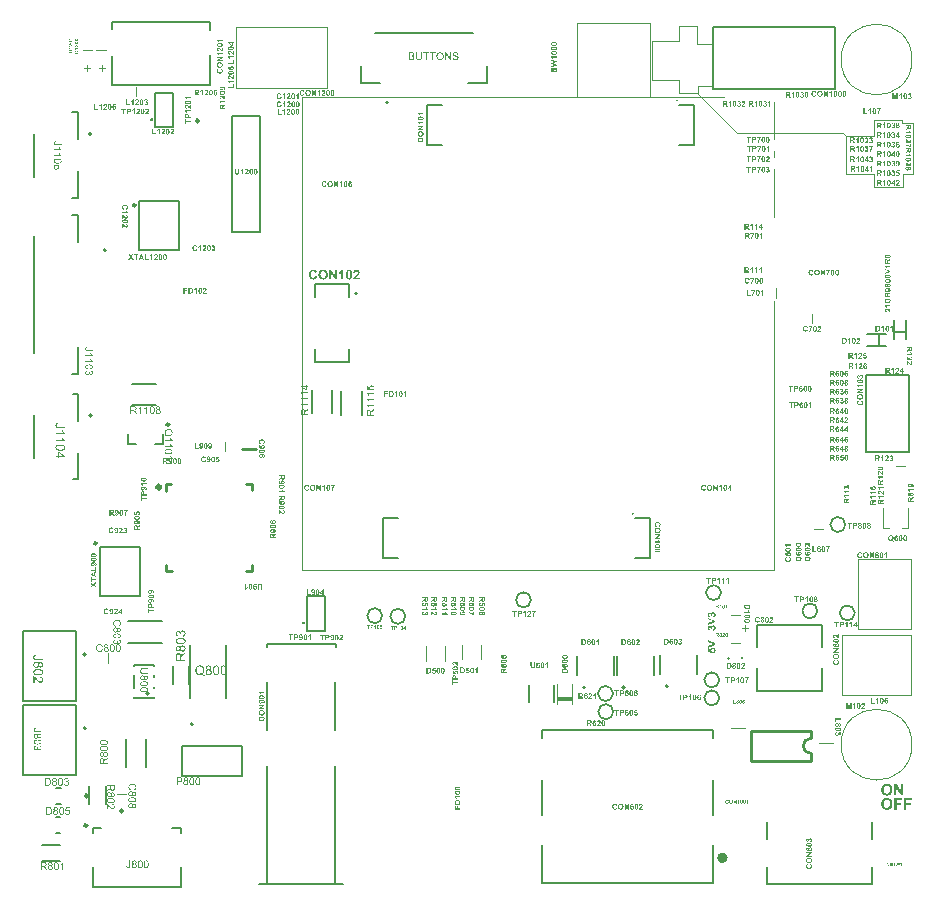
<source format=gbr>
%TF.GenerationSoftware,Altium Limited,Altium Designer,23.11.1 (41)*%
G04 Layer_Color=65535*
%FSLAX45Y45*%
%MOMM*%
%TF.SameCoordinates,D78E9C2B-A710-42EA-B38E-4640A2B68151*%
%TF.FilePolarity,Positive*%
%TF.FileFunction,Legend,Top*%
%TF.Part,Single*%
G01*
G75*
%TA.AperFunction,NonConductor*%
%ADD138C,0.25000*%
%ADD139C,0.20000*%
%ADD140C,0.12700*%
%ADD141C,0.25400*%
%ADD142C,0.38100*%
%ADD143C,0.50000*%
%ADD144C,0.15240*%
%ADD145C,0.10160*%
%ADD146C,0.07620*%
%ADD147C,0.10000*%
%ADD148R,1.25000X0.30480*%
G36*
X7412473Y650235D02*
X7392737D01*
X7353125Y714517D01*
Y650235D01*
X7334940D01*
Y747786D01*
X7353971D01*
X7394288Y682094D01*
Y747786D01*
X7412473D01*
Y650235D01*
D02*
G37*
G36*
X7274041Y749478D02*
X7275450D01*
X7277283Y749196D01*
X7279397Y748914D01*
X7281794Y748491D01*
X7284331Y747927D01*
X7287010Y747222D01*
X7289829Y746376D01*
X7292649Y745249D01*
X7295609Y743980D01*
X7298428Y742429D01*
X7301248Y740597D01*
X7303926Y738482D01*
X7306464Y736086D01*
X7306605Y735945D01*
X7307028Y735522D01*
X7307732Y734676D01*
X7308437Y733689D01*
X7309424Y732279D01*
X7310552Y730588D01*
X7311680Y728614D01*
X7312948Y726359D01*
X7314217Y723962D01*
X7315345Y721143D01*
X7316473Y718041D01*
X7317459Y714799D01*
X7318305Y711134D01*
X7318869Y707328D01*
X7319292Y703240D01*
X7319433Y698870D01*
Y698588D01*
Y697883D01*
X7319292Y696614D01*
Y694922D01*
X7319010Y692949D01*
X7318728Y690693D01*
X7318305Y688015D01*
X7317882Y685336D01*
X7317177Y682376D01*
X7316332Y679275D01*
X7315204Y676173D01*
X7313935Y673072D01*
X7312525Y670112D01*
X7310693Y667151D01*
X7308719Y664332D01*
X7306464Y661653D01*
X7306323Y661513D01*
X7305900Y661090D01*
X7305195Y660385D01*
X7304067Y659539D01*
X7302798Y658552D01*
X7301248Y657424D01*
X7299415Y656297D01*
X7297442Y655028D01*
X7295045Y653759D01*
X7292508Y652631D01*
X7289688Y651504D01*
X7286587Y650517D01*
X7283345Y649671D01*
X7279820Y648966D01*
X7276155Y648543D01*
X7272208Y648402D01*
X7271221D01*
X7270093Y648543D01*
X7268684Y648684D01*
X7266851Y648825D01*
X7264737Y649107D01*
X7262340Y649530D01*
X7259803Y650094D01*
X7256983Y650799D01*
X7254305Y651645D01*
X7251344Y652772D01*
X7248525Y654041D01*
X7245565Y655451D01*
X7242886Y657283D01*
X7240208Y659257D01*
X7237670Y661653D01*
X7237529Y661794D01*
X7237106Y662217D01*
X7236543Y663063D01*
X7235697Y664050D01*
X7234710Y665460D01*
X7233582Y667151D01*
X7232454Y668984D01*
X7231327Y671239D01*
X7230058Y673636D01*
X7228930Y676455D01*
X7227802Y679416D01*
X7226816Y682658D01*
X7225970Y686182D01*
X7225406Y689988D01*
X7224983Y694077D01*
X7224842Y698306D01*
Y698447D01*
Y699011D01*
Y699715D01*
X7224983Y700843D01*
Y702112D01*
X7225124Y703522D01*
X7225265Y705213D01*
X7225406Y707046D01*
X7225970Y710993D01*
X7226675Y715222D01*
X7227802Y719451D01*
X7229212Y723398D01*
Y723539D01*
X7229353Y723680D01*
X7229635Y724103D01*
X7229776Y724667D01*
X7230622Y726077D01*
X7231609Y727909D01*
X7232877Y730024D01*
X7234428Y732138D01*
X7236261Y734535D01*
X7238234Y736791D01*
X7238375Y736931D01*
X7238516Y737072D01*
X7239221Y737777D01*
X7240490Y738905D01*
X7242040Y740174D01*
X7243873Y741583D01*
X7245988Y743134D01*
X7248384Y744544D01*
X7250921Y745672D01*
X7251062D01*
X7251344Y745813D01*
X7251908Y746095D01*
X7252613Y746235D01*
X7253459Y746658D01*
X7254446Y746940D01*
X7255714Y747222D01*
X7256983Y747645D01*
X7260085Y748350D01*
X7263609Y749055D01*
X7267697Y749478D01*
X7271926Y749619D01*
X7272913D01*
X7274041Y749478D01*
D02*
G37*
G36*
X7485214Y610566D02*
X7437989D01*
Y587447D01*
X7478729D01*
Y570953D01*
X7437989D01*
Y529508D01*
X7418253D01*
Y627059D01*
X7485214D01*
Y610566D01*
D02*
G37*
G36*
X7401900D02*
X7354675D01*
Y587447D01*
X7395416D01*
Y570953D01*
X7354675D01*
Y529508D01*
X7334940D01*
Y627059D01*
X7401900D01*
Y610566D01*
D02*
G37*
G36*
X7274041Y628751D02*
X7275450D01*
X7277283Y628469D01*
X7279397Y628187D01*
X7281794Y627764D01*
X7284331Y627200D01*
X7287010Y626496D01*
X7289829Y625650D01*
X7292649Y624522D01*
X7295609Y623253D01*
X7298428Y621703D01*
X7301248Y619870D01*
X7303926Y617755D01*
X7306464Y615359D01*
X7306605Y615218D01*
X7307028Y614795D01*
X7307732Y613949D01*
X7308437Y612962D01*
X7309424Y611553D01*
X7310552Y609861D01*
X7311680Y607888D01*
X7312948Y605632D01*
X7314217Y603236D01*
X7315345Y600416D01*
X7316473Y597315D01*
X7317459Y594072D01*
X7318305Y590407D01*
X7318869Y586601D01*
X7319292Y582513D01*
X7319433Y578143D01*
Y577861D01*
Y577156D01*
X7319292Y575887D01*
Y574196D01*
X7319010Y572222D01*
X7318728Y569967D01*
X7318305Y567288D01*
X7317882Y564610D01*
X7317177Y561649D01*
X7316332Y558548D01*
X7315204Y555447D01*
X7313935Y552345D01*
X7312525Y549385D01*
X7310693Y546425D01*
X7308719Y543605D01*
X7306464Y540927D01*
X7306323Y540786D01*
X7305900Y540363D01*
X7305195Y539658D01*
X7304067Y538812D01*
X7302798Y537825D01*
X7301248Y536698D01*
X7299415Y535570D01*
X7297442Y534301D01*
X7295045Y533032D01*
X7292508Y531905D01*
X7289688Y530777D01*
X7286587Y529790D01*
X7283345Y528944D01*
X7279820Y528239D01*
X7276155Y527817D01*
X7272208Y527676D01*
X7271221D01*
X7270093Y527817D01*
X7268684Y527958D01*
X7266851Y528099D01*
X7264737Y528380D01*
X7262340Y528803D01*
X7259803Y529367D01*
X7256983Y530072D01*
X7254305Y530918D01*
X7251344Y532046D01*
X7248525Y533314D01*
X7245565Y534724D01*
X7242886Y536557D01*
X7240208Y538530D01*
X7237670Y540927D01*
X7237529Y541068D01*
X7237106Y541491D01*
X7236543Y542336D01*
X7235697Y543323D01*
X7234710Y544733D01*
X7233582Y546425D01*
X7232454Y548257D01*
X7231327Y550513D01*
X7230058Y552909D01*
X7228930Y555729D01*
X7227802Y558689D01*
X7226816Y561931D01*
X7225970Y565456D01*
X7225406Y569262D01*
X7224983Y573350D01*
X7224842Y577579D01*
Y577720D01*
Y578284D01*
Y578989D01*
X7224983Y580116D01*
Y581385D01*
X7225124Y582795D01*
X7225265Y584487D01*
X7225406Y586319D01*
X7225970Y590266D01*
X7226675Y594495D01*
X7227802Y598724D01*
X7229212Y602672D01*
Y602813D01*
X7229353Y602954D01*
X7229635Y603376D01*
X7229776Y603940D01*
X7230622Y605350D01*
X7231609Y607183D01*
X7232877Y609297D01*
X7234428Y611412D01*
X7236261Y613808D01*
X7238234Y616064D01*
X7238375Y616205D01*
X7238516Y616346D01*
X7239221Y617051D01*
X7240490Y618178D01*
X7242040Y619447D01*
X7243873Y620857D01*
X7245988Y622407D01*
X7248384Y623817D01*
X7250921Y624945D01*
X7251062D01*
X7251344Y625086D01*
X7251908Y625368D01*
X7252613Y625509D01*
X7253459Y625932D01*
X7254446Y626214D01*
X7255714Y626496D01*
X7256983Y626918D01*
X7260085Y627623D01*
X7263609Y628328D01*
X7267697Y628751D01*
X7271926Y628892D01*
X7272913D01*
X7274041Y628751D01*
D02*
G37*
G36*
X5820514Y1939256D02*
Y1925065D01*
X5755480Y1901758D01*
Y1915949D01*
X5803597Y1932490D01*
X5755480Y1948373D01*
Y1962376D01*
X5820514Y1939256D01*
D02*
G37*
G36*
X5800026Y1898939D02*
X5800778D01*
X5801624Y1898751D01*
X5802564Y1898657D01*
X5803504Y1898469D01*
X5805759Y1897905D01*
X5808203Y1897059D01*
X5809518Y1896496D01*
X5810740Y1895932D01*
X5811962Y1895180D01*
X5813183Y1894334D01*
X5813277Y1894240D01*
X5813559Y1894052D01*
X5813935Y1893676D01*
X5814499Y1893206D01*
X5815157Y1892548D01*
X5815909Y1891703D01*
X5816661Y1890763D01*
X5817413Y1889729D01*
X5818258Y1888507D01*
X5819010Y1887192D01*
X5819762Y1885782D01*
X5820420Y1884184D01*
X5820984Y1882493D01*
X5821360Y1880707D01*
X5821642Y1878733D01*
X5821736Y1876666D01*
Y1875820D01*
X5821642Y1875162D01*
X5821548Y1874410D01*
X5821454Y1873470D01*
X5821360Y1872531D01*
X5821172Y1871403D01*
X5820608Y1869147D01*
X5819668Y1866610D01*
X5819198Y1865388D01*
X5818540Y1864166D01*
X5817788Y1863039D01*
X5816943Y1861911D01*
X5816849Y1861817D01*
X5816755Y1861629D01*
X5816473Y1861347D01*
X5816097Y1860971D01*
X5815533Y1860595D01*
X5814969Y1860031D01*
X5814311Y1859561D01*
X5813559Y1858998D01*
X5812620Y1858340D01*
X5811680Y1857776D01*
X5809424Y1856742D01*
X5806887Y1855802D01*
X5805477Y1855520D01*
X5803973Y1855238D01*
X5802658Y1867644D01*
X5802846D01*
X5803316Y1867738D01*
X5804161Y1867926D01*
X5805101Y1868208D01*
X5806135Y1868584D01*
X5807263Y1869147D01*
X5808296Y1869899D01*
X5809330Y1870745D01*
X5809424Y1870839D01*
X5809706Y1871215D01*
X5810082Y1871779D01*
X5810552Y1872531D01*
X5811022Y1873376D01*
X5811398Y1874410D01*
X5811680Y1875632D01*
X5811774Y1876854D01*
Y1877042D01*
X5811680Y1877512D01*
X5811586Y1878263D01*
X5811398Y1879203D01*
X5811022Y1880237D01*
X5810458Y1881365D01*
X5809612Y1882493D01*
X5808578Y1883526D01*
X5808390Y1883620D01*
X5808015Y1883996D01*
X5807263Y1884372D01*
X5806135Y1884936D01*
X5804819Y1885406D01*
X5803222Y1885876D01*
X5801248Y1886158D01*
X5798992Y1886252D01*
X5798898D01*
X5798711D01*
X5798429D01*
X5797959D01*
X5796925Y1886158D01*
X5795609Y1885876D01*
X5794106Y1885594D01*
X5792602Y1885124D01*
X5791192Y1884466D01*
X5789970Y1883526D01*
X5789876Y1883432D01*
X5789500Y1883056D01*
X5789031Y1882399D01*
X5788373Y1881647D01*
X5787809Y1880613D01*
X5787339Y1879391D01*
X5786963Y1877982D01*
X5786869Y1876478D01*
Y1875914D01*
X5786963Y1875538D01*
X5787151Y1874598D01*
X5787433Y1873283D01*
X5787997Y1871779D01*
X5788843Y1870181D01*
X5789407Y1869335D01*
X5790064Y1868490D01*
X5790816Y1867644D01*
X5791662Y1866798D01*
X5790252Y1856742D01*
X5756326Y1863133D01*
Y1896120D01*
X5767979D01*
Y1872531D01*
X5779069Y1870557D01*
Y1870651D01*
X5778975Y1870745D01*
X5778693Y1871309D01*
X5778411Y1872155D01*
X5777941Y1873189D01*
X5777565Y1874504D01*
X5777283Y1875914D01*
X5777001Y1877512D01*
X5776907Y1879109D01*
Y1879955D01*
X5777001Y1880519D01*
X5777095Y1881177D01*
X5777189Y1882023D01*
X5777377Y1882962D01*
X5777659Y1883996D01*
X5778411Y1886158D01*
X5778881Y1887380D01*
X5779445Y1888507D01*
X5780196Y1889729D01*
X5781042Y1890951D01*
X5781982Y1892079D01*
X5783016Y1893206D01*
X5783110Y1893300D01*
X5783298Y1893488D01*
X5783674Y1893770D01*
X5784144Y1894146D01*
X5784708Y1894522D01*
X5785459Y1895086D01*
X5786305Y1895556D01*
X5787245Y1896120D01*
X5788279Y1896684D01*
X5789500Y1897153D01*
X5790816Y1897717D01*
X5792132Y1898093D01*
X5793636Y1898469D01*
X5795233Y1898751D01*
X5796925Y1898939D01*
X5798711Y1899033D01*
X5798805D01*
X5799086D01*
X5799462D01*
X5800026Y1898939D01*
D02*
G37*
G36*
X5802469Y2200054D02*
X5803221Y2199960D01*
X5804067Y2199772D01*
X5805101Y2199584D01*
X5806134Y2199396D01*
X5808390Y2198644D01*
X5809612Y2198080D01*
X5810927Y2197516D01*
X5812149Y2196764D01*
X5813371Y2195918D01*
X5814593Y2194979D01*
X5815720Y2193851D01*
X5815814Y2193757D01*
X5816002Y2193569D01*
X5816284Y2193193D01*
X5816660Y2192723D01*
X5817130Y2192065D01*
X5817600Y2191407D01*
X5818164Y2190468D01*
X5818728Y2189528D01*
X5819292Y2188494D01*
X5819856Y2187272D01*
X5820325Y2185957D01*
X5820795Y2184641D01*
X5821171Y2183137D01*
X5821453Y2181633D01*
X5821641Y2179942D01*
X5821735Y2178250D01*
Y2177404D01*
X5821641Y2176746D01*
X5821547Y2175995D01*
X5821453Y2175149D01*
X5821265Y2174209D01*
X5821077Y2173081D01*
X5820513Y2170826D01*
X5819574Y2168382D01*
X5819010Y2167067D01*
X5818352Y2165939D01*
X5817506Y2164717D01*
X5816660Y2163589D01*
X5816566Y2163495D01*
X5816378Y2163307D01*
X5816096Y2163025D01*
X5815720Y2162649D01*
X5815250Y2162180D01*
X5814593Y2161710D01*
X5813935Y2161146D01*
X5813089Y2160582D01*
X5812149Y2160018D01*
X5811209Y2159360D01*
X5808954Y2158326D01*
X5806322Y2157481D01*
X5804913Y2157105D01*
X5803409Y2156917D01*
X5801905Y2168946D01*
X5801999D01*
X5802093D01*
X5802657Y2169040D01*
X5803503Y2169228D01*
X5804537Y2169510D01*
X5805665Y2169980D01*
X5806886Y2170450D01*
X5808014Y2171202D01*
X5809048Y2172047D01*
X5809142Y2172141D01*
X5809424Y2172517D01*
X5809800Y2173081D01*
X5810176Y2173739D01*
X5810645Y2174679D01*
X5811021Y2175713D01*
X5811303Y2176840D01*
X5811397Y2178156D01*
Y2178344D01*
X5811303Y2178814D01*
X5811209Y2179472D01*
X5811021Y2180412D01*
X5810645Y2181445D01*
X5810176Y2182479D01*
X5809424Y2183607D01*
X5808484Y2184641D01*
X5808390Y2184735D01*
X5807920Y2185111D01*
X5807262Y2185487D01*
X5806416Y2186050D01*
X5805289Y2186520D01*
X5803879Y2186990D01*
X5802281Y2187272D01*
X5800496Y2187366D01*
X5800402D01*
X5800308D01*
X5799744D01*
X5798898Y2187272D01*
X5797770Y2187084D01*
X5796548Y2186708D01*
X5795327Y2186238D01*
X5794105Y2185581D01*
X5792977Y2184735D01*
X5792883Y2184641D01*
X5792507Y2184265D01*
X5792037Y2183701D01*
X5791568Y2183043D01*
X5791004Y2182103D01*
X5790628Y2181070D01*
X5790252Y2179942D01*
X5790158Y2178626D01*
Y2177686D01*
X5790252Y2177028D01*
X5790346Y2176183D01*
X5790534Y2175149D01*
X5790816Y2174115D01*
X5791098Y2172893D01*
X5781042Y2174209D01*
Y2175055D01*
X5780948Y2175995D01*
X5780854Y2177122D01*
X5780572Y2178344D01*
X5780196Y2179660D01*
X5779632Y2180882D01*
X5778880Y2182009D01*
X5778786Y2182103D01*
X5778410Y2182479D01*
X5777940Y2182855D01*
X5777189Y2183419D01*
X5776343Y2183889D01*
X5775309Y2184359D01*
X5774087Y2184641D01*
X5772678Y2184735D01*
X5772490D01*
X5772114D01*
X5771550Y2184641D01*
X5770798Y2184453D01*
X5769952Y2184265D01*
X5769106Y2183889D01*
X5768167Y2183419D01*
X5767415Y2182761D01*
X5767321Y2182667D01*
X5767133Y2182385D01*
X5766757Y2182009D01*
X5766381Y2181351D01*
X5766099Y2180600D01*
X5765723Y2179754D01*
X5765535Y2178626D01*
X5765441Y2177498D01*
Y2176934D01*
X5765535Y2176371D01*
X5765723Y2175619D01*
X5766005Y2174773D01*
X5766381Y2173833D01*
X5766945Y2172893D01*
X5767697Y2172047D01*
X5767791Y2171953D01*
X5768073Y2171672D01*
X5768636Y2171296D01*
X5769388Y2170826D01*
X5770234Y2170356D01*
X5771362Y2169980D01*
X5772678Y2169604D01*
X5774181Y2169322D01*
X5772302Y2157856D01*
X5772208D01*
X5772020Y2157950D01*
X5771738D01*
X5771268Y2158044D01*
X5770234Y2158326D01*
X5768824Y2158702D01*
X5767321Y2159266D01*
X5765723Y2159830D01*
X5764219Y2160582D01*
X5762810Y2161428D01*
X5762622Y2161522D01*
X5762246Y2161898D01*
X5761588Y2162462D01*
X5760742Y2163213D01*
X5759896Y2164153D01*
X5758956Y2165281D01*
X5758017Y2166691D01*
X5757171Y2168194D01*
Y2168288D01*
X5757077Y2168382D01*
X5756889Y2168946D01*
X5756513Y2169886D01*
X5756137Y2171014D01*
X5755761Y2172423D01*
X5755385Y2174115D01*
X5755197Y2175901D01*
X5755103Y2177874D01*
Y2178720D01*
X5755197Y2179378D01*
X5755291Y2180224D01*
X5755385Y2181070D01*
X5755573Y2182103D01*
X5755855Y2183137D01*
X5756513Y2185487D01*
X5756983Y2186708D01*
X5757641Y2188024D01*
X5758299Y2189246D01*
X5759050Y2190374D01*
X5759990Y2191595D01*
X5761024Y2192629D01*
X5761118Y2192723D01*
X5761212Y2192817D01*
X5761494Y2193099D01*
X5761870Y2193381D01*
X5762810Y2194133D01*
X5764125Y2194979D01*
X5765723Y2195824D01*
X5767603Y2196482D01*
X5769670Y2197046D01*
X5770704Y2197140D01*
X5771832Y2197234D01*
X5771926D01*
X5772208D01*
X5772678Y2197140D01*
X5773241Y2197046D01*
X5773993Y2196952D01*
X5774839Y2196764D01*
X5775779Y2196482D01*
X5776813Y2196106D01*
X5777846Y2195542D01*
X5778974Y2194979D01*
X5780102Y2194227D01*
X5781230Y2193287D01*
X5782357Y2192159D01*
X5783485Y2190937D01*
X5784519Y2189528D01*
X5785553Y2187836D01*
Y2187930D01*
X5785647Y2188118D01*
Y2188400D01*
X5785835Y2188776D01*
X5786117Y2189810D01*
X5786681Y2191031D01*
X5787432Y2192441D01*
X5788372Y2193945D01*
X5789594Y2195448D01*
X5791004Y2196764D01*
X5791192Y2196952D01*
X5791755Y2197328D01*
X5792601Y2197798D01*
X5793823Y2198456D01*
X5795233Y2199114D01*
X5797018Y2199584D01*
X5798898Y2199960D01*
X5801060Y2200147D01*
X5801153D01*
X5801435D01*
X5801905D01*
X5802469Y2200054D01*
D02*
G37*
G36*
X5820513Y2130414D02*
Y2116223D01*
X5755479Y2092916D01*
Y2107107D01*
X5803597Y2123648D01*
X5755479Y2139530D01*
Y2153533D01*
X5820513Y2130414D01*
D02*
G37*
G36*
X5802469Y2088875D02*
X5803221Y2088781D01*
X5804067Y2088593D01*
X5805101Y2088405D01*
X5806134Y2088217D01*
X5808390Y2087465D01*
X5809612Y2086902D01*
X5810927Y2086338D01*
X5812149Y2085586D01*
X5813371Y2084740D01*
X5814593Y2083800D01*
X5815720Y2082672D01*
X5815814Y2082579D01*
X5816002Y2082391D01*
X5816284Y2082015D01*
X5816660Y2081545D01*
X5817130Y2080887D01*
X5817600Y2080229D01*
X5818164Y2079289D01*
X5818728Y2078349D01*
X5819292Y2077316D01*
X5819856Y2076094D01*
X5820325Y2074778D01*
X5820795Y2073462D01*
X5821171Y2071959D01*
X5821453Y2070455D01*
X5821641Y2068763D01*
X5821735Y2067072D01*
Y2066226D01*
X5821641Y2065568D01*
X5821547Y2064816D01*
X5821453Y2063970D01*
X5821265Y2063031D01*
X5821077Y2061903D01*
X5820513Y2059647D01*
X5819574Y2057204D01*
X5819010Y2055888D01*
X5818352Y2054760D01*
X5817506Y2053539D01*
X5816660Y2052411D01*
X5816566Y2052317D01*
X5816378Y2052129D01*
X5816096Y2051847D01*
X5815720Y2051471D01*
X5815250Y2051001D01*
X5814593Y2050531D01*
X5813935Y2049967D01*
X5813089Y2049404D01*
X5812149Y2048840D01*
X5811209Y2048182D01*
X5808954Y2047148D01*
X5806322Y2046302D01*
X5804913Y2045926D01*
X5803409Y2045738D01*
X5801905Y2057768D01*
X5801999D01*
X5802093D01*
X5802657Y2057862D01*
X5803503Y2058050D01*
X5804537Y2058332D01*
X5805665Y2058802D01*
X5806886Y2059271D01*
X5808014Y2060023D01*
X5809048Y2060869D01*
X5809142Y2060963D01*
X5809424Y2061339D01*
X5809800Y2061903D01*
X5810176Y2062561D01*
X5810645Y2063501D01*
X5811021Y2064534D01*
X5811303Y2065662D01*
X5811397Y2066978D01*
Y2067166D01*
X5811303Y2067636D01*
X5811209Y2068294D01*
X5811021Y2069233D01*
X5810645Y2070267D01*
X5810176Y2071301D01*
X5809424Y2072429D01*
X5808484Y2073462D01*
X5808390Y2073556D01*
X5807920Y2073932D01*
X5807262Y2074308D01*
X5806416Y2074872D01*
X5805289Y2075342D01*
X5803879Y2075812D01*
X5802281Y2076094D01*
X5800496Y2076188D01*
X5800402D01*
X5800308D01*
X5799744D01*
X5798898Y2076094D01*
X5797770Y2075906D01*
X5796548Y2075530D01*
X5795327Y2075060D01*
X5794105Y2074402D01*
X5792977Y2073556D01*
X5792883Y2073462D01*
X5792507Y2073087D01*
X5792037Y2072523D01*
X5791568Y2071865D01*
X5791004Y2070925D01*
X5790628Y2069891D01*
X5790252Y2068763D01*
X5790158Y2067448D01*
Y2066508D01*
X5790252Y2065850D01*
X5790346Y2065004D01*
X5790534Y2063970D01*
X5790816Y2062937D01*
X5791098Y2061715D01*
X5781042Y2063031D01*
Y2063876D01*
X5780948Y2064816D01*
X5780854Y2065944D01*
X5780572Y2067166D01*
X5780196Y2068482D01*
X5779632Y2069703D01*
X5778880Y2070831D01*
X5778786Y2070925D01*
X5778410Y2071301D01*
X5777940Y2071677D01*
X5777189Y2072241D01*
X5776343Y2072711D01*
X5775309Y2073181D01*
X5774087Y2073462D01*
X5772678Y2073556D01*
X5772490D01*
X5772114D01*
X5771550Y2073462D01*
X5770798Y2073274D01*
X5769952Y2073087D01*
X5769106Y2072711D01*
X5768167Y2072241D01*
X5767415Y2071583D01*
X5767321Y2071489D01*
X5767133Y2071207D01*
X5766757Y2070831D01*
X5766381Y2070173D01*
X5766099Y2069421D01*
X5765723Y2068575D01*
X5765535Y2067448D01*
X5765441Y2066320D01*
Y2065756D01*
X5765535Y2065192D01*
X5765723Y2064440D01*
X5766005Y2063595D01*
X5766381Y2062655D01*
X5766945Y2061715D01*
X5767697Y2060869D01*
X5767791Y2060775D01*
X5768073Y2060493D01*
X5768636Y2060117D01*
X5769388Y2059647D01*
X5770234Y2059177D01*
X5771362Y2058802D01*
X5772678Y2058426D01*
X5774181Y2058144D01*
X5772302Y2046678D01*
X5772208D01*
X5772020Y2046772D01*
X5771738D01*
X5771268Y2046866D01*
X5770234Y2047148D01*
X5768824Y2047524D01*
X5767321Y2048088D01*
X5765723Y2048652D01*
X5764219Y2049404D01*
X5762810Y2050249D01*
X5762622Y2050343D01*
X5762246Y2050719D01*
X5761588Y2051283D01*
X5760742Y2052035D01*
X5759896Y2052975D01*
X5758956Y2054103D01*
X5758017Y2055512D01*
X5757171Y2057016D01*
Y2057110D01*
X5757077Y2057204D01*
X5756889Y2057768D01*
X5756513Y2058708D01*
X5756137Y2059835D01*
X5755761Y2061245D01*
X5755385Y2062937D01*
X5755197Y2064722D01*
X5755103Y2066696D01*
Y2067542D01*
X5755197Y2068200D01*
X5755291Y2069045D01*
X5755385Y2069891D01*
X5755573Y2070925D01*
X5755855Y2071959D01*
X5756513Y2074308D01*
X5756983Y2075530D01*
X5757641Y2076846D01*
X5758299Y2078067D01*
X5759050Y2079195D01*
X5759990Y2080417D01*
X5761024Y2081451D01*
X5761118Y2081545D01*
X5761212Y2081639D01*
X5761494Y2081921D01*
X5761870Y2082203D01*
X5762810Y2082954D01*
X5764125Y2083800D01*
X5765723Y2084646D01*
X5767603Y2085304D01*
X5769670Y2085868D01*
X5770704Y2085962D01*
X5771832Y2086056D01*
X5771926D01*
X5772208D01*
X5772678Y2085962D01*
X5773241Y2085868D01*
X5773993Y2085774D01*
X5774839Y2085586D01*
X5775779Y2085304D01*
X5776813Y2084928D01*
X5777846Y2084364D01*
X5778974Y2083800D01*
X5780102Y2083048D01*
X5781230Y2082109D01*
X5782357Y2080981D01*
X5783485Y2079759D01*
X5784519Y2078349D01*
X5785553Y2076658D01*
Y2076752D01*
X5785647Y2076940D01*
Y2077222D01*
X5785835Y2077598D01*
X5786117Y2078631D01*
X5786681Y2079853D01*
X5787432Y2081263D01*
X5788372Y2082766D01*
X5789594Y2084270D01*
X5791004Y2085586D01*
X5791192Y2085774D01*
X5791755Y2086150D01*
X5792601Y2086620D01*
X5793823Y2087278D01*
X5795233Y2087935D01*
X5797018Y2088405D01*
X5798898Y2088781D01*
X5801060Y2088969D01*
X5801153D01*
X5801435D01*
X5801905D01*
X5802469Y2088875D01*
D02*
G37*
G36*
X7280775Y5229337D02*
X7281901Y5229267D01*
X7283238Y5229126D01*
X7284645Y5228985D01*
X7286193Y5228845D01*
X7287811Y5228563D01*
X7289500Y5228212D01*
X7291118Y5227860D01*
X7292736Y5227367D01*
X7294354Y5226875D01*
X7295832Y5226171D01*
X7297239Y5225468D01*
X7298435Y5224623D01*
X7298506Y5224553D01*
X7298646Y5224412D01*
X7298928Y5224201D01*
X7299209Y5223920D01*
X7299561Y5223498D01*
X7299983Y5223005D01*
X7300476Y5222372D01*
X7300898Y5221739D01*
X7301390Y5220965D01*
X7301883Y5220191D01*
X7302305Y5219276D01*
X7302657Y5218291D01*
X7302938Y5217236D01*
X7303220Y5216040D01*
X7303360Y5214844D01*
X7303431Y5213577D01*
Y5213296D01*
X7303360Y5212873D01*
Y5212381D01*
X7303290Y5211818D01*
X7303149Y5211115D01*
X7303009Y5210341D01*
X7302727Y5209496D01*
X7302446Y5208582D01*
X7302094Y5207667D01*
X7301672Y5206682D01*
X7301109Y5205767D01*
X7300546Y5204782D01*
X7299772Y5203868D01*
X7298998Y5202953D01*
X7298013Y5202109D01*
X7297943Y5202038D01*
X7297732Y5201898D01*
X7297380Y5201687D01*
X7296958Y5201476D01*
X7296324Y5201124D01*
X7295551Y5200772D01*
X7294566Y5200350D01*
X7293510Y5199998D01*
X7292244Y5199576D01*
X7290837Y5199154D01*
X7289218Y5198802D01*
X7287459Y5198520D01*
X7285489Y5198239D01*
X7283308Y5198028D01*
X7280986Y5197887D01*
X7278454Y5197817D01*
X7278383D01*
X7278313D01*
X7278102D01*
X7277820D01*
X7277117D01*
X7276202Y5197887D01*
X7275076Y5197958D01*
X7273740Y5198098D01*
X7272332Y5198239D01*
X7270785Y5198380D01*
X7269166Y5198661D01*
X7267548Y5198943D01*
X7265859Y5199365D01*
X7264241Y5199787D01*
X7262693Y5200350D01*
X7261216Y5200983D01*
X7259809Y5201687D01*
X7258613Y5202531D01*
X7258542Y5202601D01*
X7258402Y5202742D01*
X7258120Y5202953D01*
X7257839Y5203305D01*
X7257417Y5203657D01*
X7256994Y5204149D01*
X7256572Y5204782D01*
X7256080Y5205416D01*
X7255587Y5206189D01*
X7255165Y5206963D01*
X7254743Y5207878D01*
X7254321Y5208863D01*
X7254039Y5209918D01*
X7253758Y5211115D01*
X7253617Y5212311D01*
X7253547Y5213577D01*
Y5214281D01*
X7253617Y5214773D01*
X7253688Y5215336D01*
X7253828Y5216040D01*
X7253969Y5216743D01*
X7254180Y5217587D01*
X7254461Y5218502D01*
X7254813Y5219346D01*
X7255165Y5220261D01*
X7255658Y5221176D01*
X7256291Y5222090D01*
X7256924Y5223005D01*
X7257698Y5223849D01*
X7258613Y5224623D01*
X7258683Y5224694D01*
X7258894Y5224834D01*
X7259246Y5225045D01*
X7259738Y5225397D01*
X7260442Y5225749D01*
X7261286Y5226171D01*
X7262201Y5226593D01*
X7263397Y5227015D01*
X7264663Y5227438D01*
X7266141Y5227930D01*
X7267759Y5228282D01*
X7269588Y5228634D01*
X7271558Y5228985D01*
X7273669Y5229197D01*
X7275991Y5229337D01*
X7278524Y5229408D01*
X7278594D01*
X7278665D01*
X7278876D01*
X7279157D01*
X7279861D01*
X7280775Y5229337D01*
D02*
G37*
G36*
X7302516Y5182760D02*
X7291962Y5175724D01*
X7291892Y5175654D01*
X7291681Y5175584D01*
X7291399Y5175373D01*
X7291048Y5175091D01*
X7290625Y5174810D01*
X7290063Y5174458D01*
X7288937Y5173684D01*
X7287670Y5172769D01*
X7286545Y5171925D01*
X7285489Y5171151D01*
X7285138Y5170799D01*
X7284786Y5170518D01*
X7284715Y5170448D01*
X7284575Y5170307D01*
X7284293Y5170025D01*
X7283941Y5169674D01*
X7283660Y5169181D01*
X7283308Y5168689D01*
X7283027Y5168126D01*
X7282745Y5167563D01*
Y5167493D01*
X7282675Y5167282D01*
X7282534Y5166930D01*
X7282464Y5166367D01*
X7282323Y5165663D01*
X7282253Y5164819D01*
X7282183Y5163834D01*
Y5160668D01*
X7302516D01*
Y5150818D01*
X7253828D01*
Y5172769D01*
X7253899Y5173403D01*
Y5174177D01*
X7253969Y5174951D01*
Y5175865D01*
X7254180Y5177694D01*
X7254391Y5179594D01*
X7254743Y5181353D01*
X7254954Y5182127D01*
X7255165Y5182831D01*
Y5182901D01*
X7255235Y5182971D01*
X7255447Y5183393D01*
X7255798Y5184027D01*
X7256220Y5184871D01*
X7256924Y5185786D01*
X7257698Y5186700D01*
X7258683Y5187615D01*
X7259879Y5188459D01*
X7259949D01*
X7260020Y5188530D01*
X7260231Y5188670D01*
X7260442Y5188811D01*
X7261145Y5189163D01*
X7262060Y5189585D01*
X7263186Y5189937D01*
X7264452Y5190289D01*
X7265930Y5190570D01*
X7267478Y5190640D01*
X7267548D01*
X7267689D01*
X7268041D01*
X7268392Y5190570D01*
X7268885D01*
X7269377Y5190500D01*
X7270644Y5190218D01*
X7272121Y5189866D01*
X7273599Y5189304D01*
X7275147Y5188459D01*
X7275850Y5187967D01*
X7276554Y5187404D01*
X7276624Y5187334D01*
X7276695Y5187263D01*
X7276906Y5187052D01*
X7277117Y5186771D01*
X7277398Y5186489D01*
X7277750Y5186067D01*
X7278102Y5185575D01*
X7278454Y5185012D01*
X7278876Y5184379D01*
X7279228Y5183605D01*
X7279579Y5182831D01*
X7279931Y5181986D01*
X7280283Y5181001D01*
X7280564Y5180016D01*
X7280846Y5178961D01*
X7281057Y5177765D01*
Y5177835D01*
X7281127Y5177906D01*
X7281409Y5178328D01*
X7281760Y5178891D01*
X7282253Y5179594D01*
X7282886Y5180438D01*
X7283519Y5181283D01*
X7284293Y5182197D01*
X7285138Y5182971D01*
X7285208Y5183042D01*
X7285560Y5183393D01*
X7286123Y5183816D01*
X7286967Y5184449D01*
X7288022Y5185293D01*
X7288726Y5185715D01*
X7289429Y5186208D01*
X7290203Y5186771D01*
X7291048Y5187334D01*
X7292033Y5187967D01*
X7293018Y5188600D01*
X7302516Y5194580D01*
Y5182760D01*
D02*
G37*
G36*
Y5125348D02*
X7267267D01*
X7267337Y5125278D01*
X7267478Y5125137D01*
X7267689Y5124856D01*
X7268041Y5124433D01*
X7268463Y5123941D01*
X7268885Y5123378D01*
X7269377Y5122675D01*
X7269940Y5121901D01*
X7270503Y5121056D01*
X7271066Y5120142D01*
X7271699Y5119157D01*
X7272262Y5118101D01*
X7273317Y5115850D01*
X7274302Y5113317D01*
X7265859D01*
Y5113387D01*
X7265789Y5113458D01*
X7265719Y5113669D01*
X7265648Y5113950D01*
X7265297Y5114654D01*
X7264874Y5115639D01*
X7264312Y5116835D01*
X7263538Y5118172D01*
X7262553Y5119649D01*
X7261427Y5121197D01*
X7261357Y5121267D01*
X7261286Y5121408D01*
X7261075Y5121619D01*
X7260794Y5121901D01*
X7260090Y5122675D01*
X7259175Y5123519D01*
X7258050Y5124504D01*
X7256643Y5125489D01*
X7255165Y5126404D01*
X7253547Y5127107D01*
Y5134706D01*
X7302516D01*
Y5125348D01*
D02*
G37*
G36*
Y5090662D02*
Y5080038D01*
X7253828Y5062589D01*
Y5073213D01*
X7289852Y5085596D01*
X7253828Y5097486D01*
Y5107970D01*
X7302516Y5090662D01*
D02*
G37*
G36*
X7280775Y5059141D02*
X7281901Y5059071D01*
X7283238Y5058930D01*
X7284645Y5058789D01*
X7286193Y5058649D01*
X7287811Y5058367D01*
X7289500Y5058016D01*
X7291118Y5057664D01*
X7292736Y5057171D01*
X7294354Y5056679D01*
X7295832Y5055975D01*
X7297239Y5055272D01*
X7298435Y5054427D01*
X7298506Y5054357D01*
X7298646Y5054216D01*
X7298928Y5054005D01*
X7299209Y5053724D01*
X7299561Y5053302D01*
X7299983Y5052809D01*
X7300476Y5052176D01*
X7300898Y5051543D01*
X7301390Y5050769D01*
X7301883Y5049995D01*
X7302305Y5049080D01*
X7302657Y5048095D01*
X7302938Y5047040D01*
X7303220Y5045844D01*
X7303360Y5044648D01*
X7303431Y5043381D01*
Y5043100D01*
X7303360Y5042677D01*
Y5042185D01*
X7303290Y5041622D01*
X7303149Y5040919D01*
X7303009Y5040145D01*
X7302727Y5039300D01*
X7302446Y5038386D01*
X7302094Y5037471D01*
X7301672Y5036486D01*
X7301109Y5035571D01*
X7300546Y5034586D01*
X7299772Y5033672D01*
X7298998Y5032757D01*
X7298013Y5031913D01*
X7297943Y5031842D01*
X7297732Y5031702D01*
X7297380Y5031491D01*
X7296958Y5031279D01*
X7296324Y5030928D01*
X7295551Y5030576D01*
X7294566Y5030154D01*
X7293510Y5029802D01*
X7292244Y5029380D01*
X7290837Y5028958D01*
X7289218Y5028606D01*
X7287459Y5028324D01*
X7285489Y5028043D01*
X7283308Y5027832D01*
X7280986Y5027691D01*
X7278454Y5027621D01*
X7278383D01*
X7278313D01*
X7278102D01*
X7277820D01*
X7277117D01*
X7276202Y5027691D01*
X7275076Y5027762D01*
X7273740Y5027902D01*
X7272332Y5028043D01*
X7270785Y5028184D01*
X7269166Y5028465D01*
X7267548Y5028747D01*
X7265859Y5029169D01*
X7264241Y5029591D01*
X7262693Y5030154D01*
X7261216Y5030787D01*
X7259809Y5031491D01*
X7258613Y5032335D01*
X7258542Y5032405D01*
X7258402Y5032546D01*
X7258120Y5032757D01*
X7257839Y5033109D01*
X7257417Y5033461D01*
X7256994Y5033953D01*
X7256572Y5034586D01*
X7256080Y5035220D01*
X7255587Y5035993D01*
X7255165Y5036767D01*
X7254743Y5037682D01*
X7254321Y5038667D01*
X7254039Y5039722D01*
X7253758Y5040919D01*
X7253617Y5042115D01*
X7253547Y5043381D01*
Y5044085D01*
X7253617Y5044577D01*
X7253688Y5045140D01*
X7253828Y5045844D01*
X7253969Y5046547D01*
X7254180Y5047391D01*
X7254461Y5048306D01*
X7254813Y5049150D01*
X7255165Y5050065D01*
X7255658Y5050980D01*
X7256291Y5051894D01*
X7256924Y5052809D01*
X7257698Y5053653D01*
X7258613Y5054427D01*
X7258683Y5054498D01*
X7258894Y5054638D01*
X7259246Y5054849D01*
X7259738Y5055201D01*
X7260442Y5055553D01*
X7261286Y5055975D01*
X7262201Y5056397D01*
X7263397Y5056819D01*
X7264663Y5057242D01*
X7266141Y5057734D01*
X7267759Y5058086D01*
X7269588Y5058438D01*
X7271558Y5058789D01*
X7273669Y5059001D01*
X7275991Y5059141D01*
X7278524Y5059212D01*
X7278594D01*
X7278665D01*
X7278876D01*
X7279157D01*
X7279861D01*
X7280775Y5059141D01*
D02*
G37*
G36*
Y5021289D02*
X7281901Y5021218D01*
X7283238Y5021078D01*
X7284645Y5020937D01*
X7286193Y5020796D01*
X7287811Y5020515D01*
X7289500Y5020163D01*
X7291118Y5019811D01*
X7292736Y5019319D01*
X7294354Y5018826D01*
X7295832Y5018123D01*
X7297239Y5017419D01*
X7298435Y5016575D01*
X7298506Y5016504D01*
X7298646Y5016364D01*
X7298928Y5016153D01*
X7299209Y5015871D01*
X7299561Y5015449D01*
X7299983Y5014956D01*
X7300476Y5014323D01*
X7300898Y5013690D01*
X7301390Y5012916D01*
X7301883Y5012142D01*
X7302305Y5011227D01*
X7302657Y5010242D01*
X7302938Y5009187D01*
X7303220Y5007991D01*
X7303360Y5006795D01*
X7303431Y5005528D01*
Y5005247D01*
X7303360Y5004825D01*
Y5004332D01*
X7303290Y5003770D01*
X7303149Y5003066D01*
X7303009Y5002292D01*
X7302727Y5001448D01*
X7302446Y5000533D01*
X7302094Y4999618D01*
X7301672Y4998633D01*
X7301109Y4997719D01*
X7300546Y4996734D01*
X7299772Y4995819D01*
X7298998Y4994904D01*
X7298013Y4994060D01*
X7297943Y4993990D01*
X7297732Y4993849D01*
X7297380Y4993638D01*
X7296958Y4993427D01*
X7296324Y4993075D01*
X7295551Y4992723D01*
X7294566Y4992301D01*
X7293510Y4991949D01*
X7292244Y4991527D01*
X7290837Y4991105D01*
X7289218Y4990753D01*
X7287459Y4990472D01*
X7285489Y4990190D01*
X7283308Y4989979D01*
X7280986Y4989839D01*
X7278454Y4989768D01*
X7278383D01*
X7278313D01*
X7278102D01*
X7277820D01*
X7277117D01*
X7276202Y4989839D01*
X7275076Y4989909D01*
X7273740Y4990050D01*
X7272332Y4990190D01*
X7270785Y4990331D01*
X7269166Y4990613D01*
X7267548Y4990894D01*
X7265859Y4991316D01*
X7264241Y4991738D01*
X7262693Y4992301D01*
X7261216Y4992934D01*
X7259809Y4993638D01*
X7258613Y4994482D01*
X7258542Y4994553D01*
X7258402Y4994693D01*
X7258120Y4994904D01*
X7257839Y4995256D01*
X7257417Y4995608D01*
X7256994Y4996100D01*
X7256572Y4996734D01*
X7256080Y4997367D01*
X7255587Y4998141D01*
X7255165Y4998915D01*
X7254743Y4999829D01*
X7254321Y5000814D01*
X7254039Y5001870D01*
X7253758Y5003066D01*
X7253617Y5004262D01*
X7253547Y5005528D01*
Y5006232D01*
X7253617Y5006725D01*
X7253688Y5007287D01*
X7253828Y5007991D01*
X7253969Y5008695D01*
X7254180Y5009539D01*
X7254461Y5010454D01*
X7254813Y5011298D01*
X7255165Y5012212D01*
X7255658Y5013127D01*
X7256291Y5014042D01*
X7256924Y5014956D01*
X7257698Y5015801D01*
X7258613Y5016575D01*
X7258683Y5016645D01*
X7258894Y5016786D01*
X7259246Y5016997D01*
X7259738Y5017349D01*
X7260442Y5017700D01*
X7261286Y5018123D01*
X7262201Y5018545D01*
X7263397Y5018967D01*
X7264663Y5019389D01*
X7266141Y5019882D01*
X7267759Y5020233D01*
X7269588Y5020585D01*
X7271558Y5020937D01*
X7273669Y5021148D01*
X7275991Y5021289D01*
X7278524Y5021359D01*
X7278594D01*
X7278665D01*
X7278876D01*
X7279157D01*
X7279861D01*
X7280775Y5021289D01*
D02*
G37*
G36*
X7289359Y4983788D02*
X7289922Y4983717D01*
X7290625Y4983647D01*
X7291329Y4983506D01*
X7292103Y4983295D01*
X7293862Y4982803D01*
X7294777Y4982451D01*
X7295691Y4982029D01*
X7296606Y4981536D01*
X7297521Y4980903D01*
X7298365Y4980270D01*
X7299209Y4979496D01*
X7299280Y4979426D01*
X7299420Y4979285D01*
X7299631Y4979074D01*
X7299842Y4978722D01*
X7300194Y4978300D01*
X7300546Y4977737D01*
X7300898Y4977174D01*
X7301320Y4976471D01*
X7301742Y4975697D01*
X7302094Y4974782D01*
X7302446Y4973867D01*
X7302797Y4972882D01*
X7303009Y4971757D01*
X7303220Y4970561D01*
X7303360Y4969364D01*
X7303431Y4968028D01*
Y4967394D01*
X7303360Y4966902D01*
X7303290Y4966339D01*
X7303220Y4965706D01*
X7303149Y4965002D01*
X7303009Y4964158D01*
X7302586Y4962399D01*
X7301953Y4960570D01*
X7301601Y4959655D01*
X7301109Y4958740D01*
X7300616Y4957826D01*
X7299983Y4956981D01*
X7299913Y4956911D01*
X7299772Y4956770D01*
X7299561Y4956489D01*
X7299209Y4956137D01*
X7298787Y4955785D01*
X7298295Y4955363D01*
X7297661Y4954871D01*
X7297028Y4954378D01*
X7296254Y4953886D01*
X7295410Y4953393D01*
X7294495Y4952971D01*
X7293440Y4952619D01*
X7292384Y4952267D01*
X7291188Y4951986D01*
X7289992Y4951845D01*
X7288655Y4951775D01*
X7288585D01*
X7288444D01*
X7288233D01*
X7287952D01*
X7287178Y4951845D01*
X7286263Y4951986D01*
X7285138Y4952267D01*
X7283871Y4952549D01*
X7282605Y4953041D01*
X7281338Y4953675D01*
X7281268D01*
X7281198Y4953745D01*
X7280775Y4954026D01*
X7280213Y4954519D01*
X7279439Y4955222D01*
X7278594Y4956067D01*
X7277750Y4957122D01*
X7276976Y4958389D01*
X7276202Y4959866D01*
Y4959796D01*
X7276132Y4959725D01*
X7275921Y4959303D01*
X7275569Y4958670D01*
X7275147Y4957896D01*
X7274514Y4956981D01*
X7273810Y4956137D01*
X7272966Y4955293D01*
X7272051Y4954589D01*
X7271910Y4954519D01*
X7271558Y4954308D01*
X7271066Y4954097D01*
X7270292Y4953815D01*
X7269448Y4953464D01*
X7268392Y4953252D01*
X7267337Y4953041D01*
X7266141Y4952971D01*
X7266071D01*
X7265930D01*
X7265648D01*
X7265226Y4953041D01*
X7264804Y4953112D01*
X7264241Y4953182D01*
X7262975Y4953464D01*
X7261568Y4953886D01*
X7260020Y4954589D01*
X7259316Y4955011D01*
X7258542Y4955504D01*
X7257839Y4956137D01*
X7257135Y4956770D01*
X7257065Y4956841D01*
X7256994Y4956981D01*
X7256783Y4957193D01*
X7256572Y4957474D01*
X7256291Y4957896D01*
X7256009Y4958318D01*
X7255658Y4958881D01*
X7255306Y4959585D01*
X7255024Y4960288D01*
X7254673Y4961062D01*
X7254391Y4961977D01*
X7254110Y4962962D01*
X7253899Y4964017D01*
X7253688Y4965143D01*
X7253617Y4966339D01*
X7253547Y4967606D01*
Y4968309D01*
X7253617Y4968731D01*
X7253688Y4969364D01*
X7253758Y4969998D01*
X7253828Y4970772D01*
X7253969Y4971546D01*
X7254391Y4973305D01*
X7255024Y4975134D01*
X7255447Y4975978D01*
X7255939Y4976893D01*
X7256502Y4977667D01*
X7257135Y4978441D01*
X7257205Y4978511D01*
X7257276Y4978581D01*
X7257487Y4978792D01*
X7257768Y4979074D01*
X7258120Y4979355D01*
X7258542Y4979637D01*
X7259598Y4980411D01*
X7260934Y4981114D01*
X7262412Y4981677D01*
X7264171Y4982170D01*
X7265156Y4982240D01*
X7266141Y4982310D01*
X7266211D01*
X7266282D01*
X7266704D01*
X7267337Y4982240D01*
X7268181Y4982099D01*
X7269096Y4981888D01*
X7270081Y4981536D01*
X7271136Y4981114D01*
X7272192Y4980481D01*
X7272332Y4980411D01*
X7272614Y4980129D01*
X7273106Y4979777D01*
X7273669Y4979215D01*
X7274373Y4978511D01*
X7275006Y4977667D01*
X7275639Y4976682D01*
X7276202Y4975556D01*
Y4975626D01*
X7276272Y4975767D01*
X7276343Y4975978D01*
X7276484Y4976260D01*
X7276906Y4976963D01*
X7277469Y4977878D01*
X7278102Y4978863D01*
X7278946Y4979918D01*
X7279931Y4980903D01*
X7281057Y4981747D01*
X7281198Y4981818D01*
X7281620Y4982099D01*
X7282253Y4982451D01*
X7283097Y4982803D01*
X7284153Y4983225D01*
X7285419Y4983506D01*
X7286756Y4983788D01*
X7288233Y4983858D01*
X7288304D01*
X7288515D01*
X7288867D01*
X7289359Y4983788D01*
D02*
G37*
G36*
X7280424Y4945795D02*
X7281549Y4945724D01*
X7282816Y4945583D01*
X7284153Y4945443D01*
X7285630Y4945232D01*
X7287248Y4944950D01*
X7288796Y4944669D01*
X7290414Y4944247D01*
X7292033Y4943754D01*
X7293510Y4943191D01*
X7294988Y4942488D01*
X7296324Y4941784D01*
X7297521Y4940869D01*
X7297591Y4940799D01*
X7297802Y4940658D01*
X7298083Y4940377D01*
X7298435Y4939955D01*
X7298857Y4939462D01*
X7299420Y4938899D01*
X7299913Y4938196D01*
X7300476Y4937422D01*
X7301038Y4936578D01*
X7301531Y4935593D01*
X7302023Y4934537D01*
X7302516Y4933412D01*
X7302868Y4932145D01*
X7303149Y4930879D01*
X7303360Y4929542D01*
X7303431Y4928064D01*
Y4927501D01*
X7303360Y4927150D01*
Y4926657D01*
X7303290Y4926094D01*
X7303079Y4924757D01*
X7302657Y4923280D01*
X7302164Y4921802D01*
X7301390Y4920255D01*
X7300968Y4919551D01*
X7300405Y4918847D01*
X7300335Y4918777D01*
X7300265Y4918707D01*
X7300053Y4918496D01*
X7299842Y4918285D01*
X7299491Y4918003D01*
X7299139Y4917651D01*
X7298646Y4917370D01*
X7298154Y4916948D01*
X7297521Y4916596D01*
X7296887Y4916174D01*
X7296113Y4915822D01*
X7295269Y4915470D01*
X7294425Y4915118D01*
X7293440Y4914837D01*
X7292455Y4914556D01*
X7291329Y4914345D01*
X7290274Y4923350D01*
X7290414D01*
X7290766Y4923421D01*
X7291259Y4923491D01*
X7291822Y4923702D01*
X7292525Y4923913D01*
X7293229Y4924195D01*
X7293862Y4924546D01*
X7294425Y4925039D01*
X7294495Y4925109D01*
X7294636Y4925320D01*
X7294847Y4925602D01*
X7295058Y4926024D01*
X7295269Y4926587D01*
X7295480Y4927150D01*
X7295621Y4927924D01*
X7295691Y4928698D01*
Y4928838D01*
X7295621Y4929190D01*
X7295551Y4929683D01*
X7295339Y4930386D01*
X7295058Y4931160D01*
X7294566Y4931934D01*
X7293932Y4932778D01*
X7293088Y4933552D01*
X7292947Y4933623D01*
X7292807Y4933763D01*
X7292525Y4933904D01*
X7292244Y4934045D01*
X7291822Y4934256D01*
X7291329Y4934397D01*
X7290696Y4934678D01*
X7289992Y4934889D01*
X7289218Y4935100D01*
X7288304Y4935311D01*
X7287319Y4935522D01*
X7286193Y4935733D01*
X7284927Y4935874D01*
X7283519Y4936015D01*
X7282042Y4936155D01*
X7282112Y4936085D01*
X7282183Y4936015D01*
X7282394Y4935804D01*
X7282675Y4935522D01*
X7282956Y4935170D01*
X7283308Y4934748D01*
X7284082Y4933763D01*
X7284856Y4932497D01*
X7285489Y4930949D01*
X7285771Y4930105D01*
X7285912Y4929260D01*
X7286052Y4928346D01*
X7286123Y4927361D01*
Y4926798D01*
X7286052Y4926376D01*
X7285982Y4925883D01*
X7285912Y4925320D01*
X7285560Y4923984D01*
X7285067Y4922436D01*
X7284645Y4921662D01*
X7284223Y4920817D01*
X7283730Y4919973D01*
X7283168Y4919129D01*
X7282464Y4918285D01*
X7281690Y4917511D01*
X7281620Y4917440D01*
X7281479Y4917300D01*
X7281198Y4917159D01*
X7280916Y4916877D01*
X7280424Y4916526D01*
X7279931Y4916174D01*
X7279298Y4915822D01*
X7278594Y4915470D01*
X7277820Y4915048D01*
X7276906Y4914696D01*
X7275991Y4914345D01*
X7274936Y4913993D01*
X7273880Y4913711D01*
X7272684Y4913571D01*
X7271418Y4913430D01*
X7270151Y4913359D01*
X7270081D01*
X7269800D01*
X7269448D01*
X7268885Y4913430D01*
X7268252Y4913500D01*
X7267548Y4913571D01*
X7266704Y4913711D01*
X7265859Y4913922D01*
X7263960Y4914415D01*
X7262904Y4914767D01*
X7261919Y4915189D01*
X7260934Y4915681D01*
X7259949Y4916315D01*
X7259035Y4916948D01*
X7258120Y4917722D01*
X7258050Y4917792D01*
X7257909Y4917933D01*
X7257698Y4918144D01*
X7257417Y4918496D01*
X7257065Y4918988D01*
X7256643Y4919481D01*
X7256291Y4920114D01*
X7255798Y4920817D01*
X7255376Y4921521D01*
X7255024Y4922436D01*
X7254602Y4923350D01*
X7254250Y4924335D01*
X7253969Y4925391D01*
X7253758Y4926516D01*
X7253617Y4927642D01*
X7253547Y4928909D01*
Y4929260D01*
X7253617Y4929612D01*
Y4930175D01*
X7253688Y4930808D01*
X7253828Y4931512D01*
X7254039Y4932356D01*
X7254250Y4933200D01*
X7254602Y4934185D01*
X7254954Y4935170D01*
X7255447Y4936155D01*
X7256009Y4937211D01*
X7256643Y4938196D01*
X7257417Y4939181D01*
X7258331Y4940166D01*
X7259316Y4941081D01*
X7259387Y4941151D01*
X7259598Y4941292D01*
X7259949Y4941503D01*
X7260442Y4941854D01*
X7261075Y4942206D01*
X7261849Y4942628D01*
X7262764Y4943051D01*
X7263819Y4943473D01*
X7265086Y4943895D01*
X7266493Y4944387D01*
X7268041Y4944739D01*
X7269729Y4945091D01*
X7271629Y4945443D01*
X7273669Y4945654D01*
X7275850Y4945795D01*
X7278242Y4945865D01*
X7278313D01*
X7278383D01*
X7278594D01*
X7278805D01*
X7279509D01*
X7280424Y4945795D01*
D02*
G37*
G36*
X7289640Y4907731D02*
X7290485Y4907590D01*
X7291470Y4907449D01*
X7292596Y4907168D01*
X7293721Y4906746D01*
X7294917Y4906253D01*
X7295058Y4906183D01*
X7295410Y4905972D01*
X7295973Y4905620D01*
X7296676Y4905128D01*
X7297521Y4904565D01*
X7298295Y4903791D01*
X7299139Y4903017D01*
X7299913Y4902032D01*
X7299983Y4901891D01*
X7300194Y4901539D01*
X7300546Y4900976D01*
X7300898Y4900203D01*
X7301320Y4899218D01*
X7301672Y4898092D01*
X7302023Y4896825D01*
X7302235Y4895418D01*
Y4895137D01*
X7302305Y4894855D01*
Y4894152D01*
X7302375Y4893659D01*
Y4892322D01*
X7302446Y4891478D01*
Y4889367D01*
X7302516Y4888171D01*
Y4867064D01*
X7253828D01*
Y4888453D01*
X7253899Y4889719D01*
X7253969Y4891126D01*
X7254039Y4892534D01*
X7254180Y4893870D01*
X7254321Y4895066D01*
Y4895207D01*
X7254391Y4895559D01*
X7254532Y4896051D01*
X7254743Y4896755D01*
X7255024Y4897529D01*
X7255376Y4898373D01*
X7255798Y4899288D01*
X7256361Y4900132D01*
X7256432Y4900203D01*
X7256643Y4900484D01*
X7256994Y4900906D01*
X7257417Y4901469D01*
X7258050Y4902032D01*
X7258753Y4902665D01*
X7259527Y4903298D01*
X7260442Y4903861D01*
X7260583Y4903932D01*
X7260864Y4904072D01*
X7261427Y4904354D01*
X7262131Y4904635D01*
X7262975Y4904917D01*
X7263889Y4905198D01*
X7265015Y4905339D01*
X7266141Y4905409D01*
X7266211D01*
X7266282D01*
X7266704D01*
X7267337Y4905339D01*
X7268181Y4905198D01*
X7269166Y4904917D01*
X7270222Y4904635D01*
X7271277Y4904143D01*
X7272403Y4903509D01*
X7272543Y4903439D01*
X7272895Y4903158D01*
X7273388Y4902735D01*
X7274021Y4902243D01*
X7274654Y4901539D01*
X7275428Y4900695D01*
X7276061Y4899710D01*
X7276695Y4898584D01*
Y4898655D01*
X7276765Y4898795D01*
X7276835Y4899006D01*
X7276906Y4899288D01*
X7277257Y4900132D01*
X7277750Y4901117D01*
X7278313Y4902173D01*
X7279087Y4903369D01*
X7280001Y4904424D01*
X7281127Y4905409D01*
X7281268Y4905479D01*
X7281690Y4905761D01*
X7282323Y4906183D01*
X7283168Y4906605D01*
X7284293Y4907027D01*
X7285489Y4907449D01*
X7286897Y4907731D01*
X7288444Y4907801D01*
X7288515D01*
X7288585D01*
X7289007D01*
X7289640Y4907731D01*
D02*
G37*
G36*
X7287952Y4858480D02*
X7288374Y4858340D01*
X7288937Y4858128D01*
X7289570Y4857847D01*
X7290344Y4857566D01*
X7291188Y4857214D01*
X7292103Y4856792D01*
X7294003Y4855807D01*
X7295973Y4854540D01*
X7297872Y4852992D01*
X7298717Y4852148D01*
X7299491Y4851233D01*
X7299561Y4851163D01*
X7299631Y4851022D01*
X7299842Y4850741D01*
X7300124Y4850319D01*
X7300405Y4849826D01*
X7300687Y4849193D01*
X7301038Y4848489D01*
X7301390Y4847715D01*
X7301812Y4846801D01*
X7302164Y4845816D01*
X7302446Y4844760D01*
X7302727Y4843635D01*
X7303009Y4842439D01*
X7303220Y4841102D01*
X7303290Y4839765D01*
X7303360Y4838288D01*
Y4837865D01*
X7303290Y4837373D01*
X7303220Y4836669D01*
X7303149Y4835895D01*
X7303009Y4834910D01*
X7302797Y4833855D01*
X7302516Y4832659D01*
X7302164Y4831463D01*
X7301742Y4830196D01*
X7301179Y4828860D01*
X7300546Y4827523D01*
X7299842Y4826186D01*
X7298928Y4824849D01*
X7297943Y4823583D01*
X7296747Y4822387D01*
X7296676Y4822316D01*
X7296465Y4822105D01*
X7296043Y4821824D01*
X7295551Y4821402D01*
X7294847Y4820979D01*
X7294073Y4820417D01*
X7293088Y4819854D01*
X7291962Y4819291D01*
X7290766Y4818728D01*
X7289429Y4818165D01*
X7287882Y4817602D01*
X7286263Y4817180D01*
X7284575Y4816758D01*
X7282675Y4816477D01*
X7280705Y4816265D01*
X7278594Y4816195D01*
X7278524D01*
X7278454D01*
X7278031D01*
X7277398Y4816265D01*
X7276554D01*
X7275569Y4816406D01*
X7274373Y4816547D01*
X7273106Y4816688D01*
X7271629Y4816969D01*
X7270151Y4817321D01*
X7268603Y4817743D01*
X7267056Y4818235D01*
X7265437Y4818869D01*
X7263889Y4819572D01*
X7262412Y4820417D01*
X7261005Y4821331D01*
X7259668Y4822457D01*
X7259598Y4822527D01*
X7259387Y4822738D01*
X7259035Y4823090D01*
X7258613Y4823583D01*
X7258120Y4824216D01*
X7257557Y4824990D01*
X7256924Y4825834D01*
X7256291Y4826890D01*
X7255658Y4828015D01*
X7255024Y4829211D01*
X7254461Y4830618D01*
X7253969Y4832026D01*
X7253547Y4833644D01*
X7253195Y4835262D01*
X7252984Y4837091D01*
X7252914Y4838921D01*
Y4839765D01*
X7252984Y4840398D01*
X7253054Y4841172D01*
X7253195Y4842016D01*
X7253336Y4843001D01*
X7253547Y4844057D01*
X7253828Y4845183D01*
X7254180Y4846379D01*
X7254602Y4847575D01*
X7255165Y4848841D01*
X7255728Y4850037D01*
X7256432Y4851163D01*
X7257276Y4852359D01*
X7258190Y4853414D01*
Y4853485D01*
X7258331Y4853555D01*
X7258542Y4853766D01*
X7258753Y4853977D01*
X7259105Y4854259D01*
X7259527Y4854540D01*
X7260512Y4855314D01*
X7261779Y4856088D01*
X7263327Y4856932D01*
X7265086Y4857706D01*
X7267126Y4858410D01*
X7269448Y4848700D01*
X7269377D01*
X7269307Y4848630D01*
X7269096D01*
X7268815Y4848489D01*
X7268181Y4848278D01*
X7267337Y4847927D01*
X7266352Y4847434D01*
X7265367Y4846801D01*
X7264382Y4845957D01*
X7263538Y4845042D01*
X7263467Y4844901D01*
X7263186Y4844549D01*
X7262834Y4843987D01*
X7262412Y4843213D01*
X7261990Y4842228D01*
X7261638Y4841102D01*
X7261357Y4839835D01*
X7261286Y4838428D01*
Y4837936D01*
X7261357Y4837514D01*
X7261427Y4837091D01*
X7261497Y4836529D01*
X7261779Y4835332D01*
X7262271Y4833925D01*
X7262975Y4832448D01*
X7263397Y4831674D01*
X7263889Y4830970D01*
X7264523Y4830267D01*
X7265226Y4829633D01*
X7265297D01*
X7265437Y4829493D01*
X7265648Y4829352D01*
X7266000Y4829141D01*
X7266422Y4828860D01*
X7266915Y4828578D01*
X7267548Y4828297D01*
X7268252Y4828015D01*
X7269096Y4827663D01*
X7270011Y4827382D01*
X7271066Y4827101D01*
X7272192Y4826819D01*
X7273458Y4826608D01*
X7274795Y4826467D01*
X7276272Y4826397D01*
X7277891Y4826327D01*
X7277961D01*
X7278313D01*
X7278805D01*
X7279368Y4826397D01*
X7280142D01*
X7281057Y4826538D01*
X7281971Y4826608D01*
X7283027Y4826749D01*
X7285208Y4827171D01*
X7287389Y4827734D01*
X7288444Y4828086D01*
X7289429Y4828578D01*
X7290344Y4829071D01*
X7291118Y4829633D01*
X7291188Y4829704D01*
X7291259Y4829774D01*
X7291470Y4829985D01*
X7291751Y4830267D01*
X7292314Y4830970D01*
X7293018Y4831955D01*
X7293792Y4833151D01*
X7294354Y4834629D01*
X7294847Y4836317D01*
X7294917Y4837232D01*
X7294988Y4838217D01*
Y4838569D01*
X7294917Y4838850D01*
X7294847Y4839624D01*
X7294706Y4840539D01*
X7294354Y4841524D01*
X7293932Y4842650D01*
X7293369Y4843775D01*
X7292525Y4844901D01*
X7292384Y4845042D01*
X7292033Y4845394D01*
X7291470Y4845886D01*
X7290625Y4846449D01*
X7289500Y4847153D01*
X7288163Y4847786D01*
X7286545Y4848419D01*
X7284645Y4848982D01*
X7287600Y4858551D01*
X7287670D01*
X7287952Y4858480D01*
D02*
G37*
G36*
X7302516Y4792484D02*
X7267267D01*
X7267337Y4792414D01*
X7267478Y4792273D01*
X7267689Y4791992D01*
X7268041Y4791570D01*
X7268463Y4791077D01*
X7268885Y4790514D01*
X7269377Y4789811D01*
X7269940Y4789037D01*
X7270503Y4788193D01*
X7271066Y4787278D01*
X7271699Y4786293D01*
X7272262Y4785238D01*
X7273317Y4782986D01*
X7274302Y4780453D01*
X7265859D01*
Y4780524D01*
X7265789Y4780594D01*
X7265719Y4780805D01*
X7265648Y4781086D01*
X7265297Y4781790D01*
X7264874Y4782775D01*
X7264312Y4783971D01*
X7263538Y4785308D01*
X7262553Y4786785D01*
X7261427Y4788333D01*
X7261357Y4788404D01*
X7261286Y4788544D01*
X7261075Y4788755D01*
X7260794Y4789037D01*
X7260090Y4789811D01*
X7259175Y4790655D01*
X7258050Y4791640D01*
X7256643Y4792625D01*
X7255165Y4793540D01*
X7253547Y4794243D01*
Y4801842D01*
X7302516D01*
Y4792484D01*
D02*
G37*
G36*
Y4738942D02*
X7302446D01*
X7302305D01*
X7302023Y4739012D01*
X7301672Y4739083D01*
X7301250Y4739153D01*
X7300757Y4739223D01*
X7299491Y4739505D01*
X7298083Y4739927D01*
X7296536Y4740490D01*
X7294847Y4741193D01*
X7293229Y4742108D01*
X7293158D01*
X7293018Y4742249D01*
X7292736Y4742390D01*
X7292455Y4742671D01*
X7291962Y4742952D01*
X7291470Y4743375D01*
X7290837Y4743867D01*
X7290133Y4744430D01*
X7289289Y4745063D01*
X7288444Y4745837D01*
X7287459Y4746681D01*
X7286404Y4747666D01*
X7285349Y4748722D01*
X7284153Y4749918D01*
X7282886Y4751184D01*
X7281549Y4752591D01*
X7281479Y4752662D01*
X7281268Y4752873D01*
X7280986Y4753154D01*
X7280564Y4753576D01*
X7280142Y4754139D01*
X7279579Y4754702D01*
X7278313Y4755969D01*
X7276976Y4757235D01*
X7275639Y4758502D01*
X7275076Y4759064D01*
X7274443Y4759627D01*
X7273951Y4760049D01*
X7273529Y4760331D01*
X7273388Y4760401D01*
X7273036Y4760612D01*
X7272473Y4760964D01*
X7271699Y4761316D01*
X7270855Y4761668D01*
X7269870Y4762019D01*
X7268885Y4762231D01*
X7267830Y4762301D01*
X7267759D01*
X7267689D01*
X7267337D01*
X7266704Y4762231D01*
X7266000Y4762090D01*
X7265226Y4761879D01*
X7264452Y4761597D01*
X7263678Y4761175D01*
X7262975Y4760612D01*
X7262904Y4760542D01*
X7262693Y4760331D01*
X7262412Y4759909D01*
X7262131Y4759416D01*
X7261849Y4758713D01*
X7261568Y4757939D01*
X7261357Y4757024D01*
X7261286Y4755969D01*
Y4755476D01*
X7261357Y4754913D01*
X7261497Y4754280D01*
X7261708Y4753506D01*
X7262060Y4752732D01*
X7262482Y4751958D01*
X7263045Y4751255D01*
X7263116Y4751184D01*
X7263397Y4750973D01*
X7263819Y4750692D01*
X7264452Y4750410D01*
X7265226Y4750059D01*
X7266282Y4749777D01*
X7267478Y4749496D01*
X7268885Y4749355D01*
X7267970Y4740068D01*
X7267900D01*
X7267618Y4740138D01*
X7267267D01*
X7266704Y4740279D01*
X7266071Y4740349D01*
X7265367Y4740560D01*
X7264593Y4740771D01*
X7263678Y4740982D01*
X7261919Y4741686D01*
X7260090Y4742530D01*
X7259175Y4743093D01*
X7258331Y4743726D01*
X7257628Y4744430D01*
X7256924Y4745204D01*
X7256854Y4745274D01*
X7256783Y4745415D01*
X7256643Y4745626D01*
X7256361Y4745978D01*
X7256150Y4746400D01*
X7255869Y4746963D01*
X7255517Y4747526D01*
X7255235Y4748229D01*
X7254884Y4749003D01*
X7254602Y4749847D01*
X7254039Y4751677D01*
X7253688Y4753858D01*
X7253617Y4754984D01*
X7253547Y4756180D01*
Y4756883D01*
X7253617Y4757376D01*
X7253688Y4758009D01*
X7253758Y4758713D01*
X7253899Y4759487D01*
X7254039Y4760331D01*
X7254532Y4762160D01*
X7255235Y4763989D01*
X7255658Y4764974D01*
X7256150Y4765819D01*
X7256783Y4766733D01*
X7257487Y4767507D01*
X7257557Y4767578D01*
X7257628Y4767718D01*
X7257909Y4767859D01*
X7258190Y4768141D01*
X7258542Y4768492D01*
X7259035Y4768844D01*
X7259527Y4769196D01*
X7260160Y4769618D01*
X7261568Y4770322D01*
X7263186Y4771025D01*
X7264101Y4771307D01*
X7265086Y4771447D01*
X7266141Y4771588D01*
X7267196Y4771658D01*
X7267337D01*
X7267759D01*
X7268392Y4771588D01*
X7269166Y4771518D01*
X7270151Y4771377D01*
X7271207Y4771166D01*
X7272332Y4770885D01*
X7273458Y4770462D01*
X7273599Y4770392D01*
X7273951Y4770251D01*
X7274584Y4769970D01*
X7275358Y4769548D01*
X7276272Y4769055D01*
X7277328Y4768422D01*
X7278454Y4767648D01*
X7279650Y4766733D01*
X7279720Y4766663D01*
X7280072Y4766382D01*
X7280564Y4765959D01*
X7281268Y4765326D01*
X7282112Y4764482D01*
X7283238Y4763427D01*
X7284434Y4762160D01*
X7285912Y4760612D01*
X7285982Y4760542D01*
X7286052Y4760401D01*
X7286263Y4760190D01*
X7286545Y4759909D01*
X7287248Y4759135D01*
X7288093Y4758220D01*
X7289007Y4757305D01*
X7289922Y4756391D01*
X7290696Y4755546D01*
X7291048Y4755265D01*
X7291329Y4754984D01*
X7291399Y4754913D01*
X7291540Y4754773D01*
X7291822Y4754561D01*
X7292173Y4754280D01*
X7292947Y4753647D01*
X7293862Y4753084D01*
Y4771658D01*
X7302516D01*
Y4738942D01*
D02*
G37*
G36*
X608731Y1930931D02*
X609577Y1930837D01*
X610611Y1930743D01*
X611645Y1930649D01*
X612866Y1930367D01*
X615404Y1929803D01*
X618223Y1928957D01*
X619633Y1928393D01*
X620949Y1927736D01*
X622264Y1926890D01*
X623580Y1926044D01*
X623674Y1925950D01*
X623862Y1925856D01*
X624238Y1925574D01*
X624708Y1925104D01*
X625178Y1924634D01*
X625836Y1923976D01*
X626494Y1923224D01*
X627245Y1922473D01*
X627997Y1921533D01*
X628749Y1920405D01*
X629595Y1919277D01*
X630347Y1918056D01*
X631005Y1916646D01*
X631756Y1915236D01*
X632320Y1913733D01*
X632884Y1912041D01*
X624426Y1910067D01*
Y1910161D01*
X624332Y1910349D01*
X624144Y1910725D01*
X623956Y1911195D01*
X623768Y1911759D01*
X623486Y1912511D01*
X622734Y1914014D01*
X621795Y1915706D01*
X620667Y1917398D01*
X619257Y1918995D01*
X617753Y1920405D01*
X617565Y1920593D01*
X617002Y1920969D01*
X616062Y1921439D01*
X614840Y1922097D01*
X613242Y1922661D01*
X611457Y1923224D01*
X609295Y1923600D01*
X606946Y1923694D01*
X606194D01*
X605724Y1923600D01*
X605066D01*
X604314Y1923506D01*
X602529Y1923224D01*
X600555Y1922849D01*
X598487Y1922191D01*
X596326Y1921251D01*
X594352Y1920029D01*
X594258D01*
X594164Y1919841D01*
X593507Y1919371D01*
X592661Y1918619D01*
X591627Y1917492D01*
X590405Y1916082D01*
X589277Y1914484D01*
X588244Y1912511D01*
X587304Y1910349D01*
Y1910255D01*
X587210Y1910067D01*
X587116Y1909785D01*
X587022Y1909315D01*
X586834Y1908752D01*
X586646Y1908094D01*
X586364Y1906496D01*
X585988Y1904616D01*
X585612Y1902549D01*
X585424Y1900293D01*
X585330Y1897850D01*
Y1897756D01*
Y1897474D01*
Y1897004D01*
Y1896440D01*
X585424Y1895782D01*
Y1894937D01*
X585518Y1893997D01*
X585612Y1892963D01*
X585894Y1890707D01*
X586364Y1888264D01*
X586928Y1885820D01*
X587680Y1883377D01*
Y1883283D01*
X587774Y1883095D01*
X587962Y1882813D01*
X588150Y1882343D01*
X588714Y1881215D01*
X589559Y1879900D01*
X590593Y1878396D01*
X591909Y1876798D01*
X593413Y1875389D01*
X595198Y1874073D01*
X595292D01*
X595480Y1873979D01*
X595762Y1873791D01*
X596138Y1873603D01*
X596608Y1873415D01*
X597172Y1873133D01*
X598487Y1872569D01*
X600179Y1872005D01*
X602059Y1871535D01*
X604126Y1871160D01*
X606288Y1871066D01*
X606946D01*
X607510Y1871160D01*
X608167D01*
X608825Y1871254D01*
X610517Y1871629D01*
X612491Y1872099D01*
X614464Y1872851D01*
X616532Y1873885D01*
X617565Y1874449D01*
X618505Y1875201D01*
X618599Y1875295D01*
X618693Y1875389D01*
X618975Y1875671D01*
X619351Y1875953D01*
X619727Y1876422D01*
X620197Y1876986D01*
X620761Y1877550D01*
X621231Y1878302D01*
X621795Y1879148D01*
X622452Y1880088D01*
X623016Y1881027D01*
X623580Y1882155D01*
X624050Y1883377D01*
X624520Y1884693D01*
X624990Y1886102D01*
X625366Y1887606D01*
X634012Y1885445D01*
Y1885351D01*
X633918Y1884975D01*
X633730Y1884411D01*
X633448Y1883659D01*
X633166Y1882813D01*
X632790Y1881779D01*
X632320Y1880652D01*
X631756Y1879430D01*
X630441Y1876798D01*
X628749Y1874167D01*
X627715Y1872851D01*
X626681Y1871535D01*
X625554Y1870408D01*
X624238Y1869280D01*
X624144Y1869186D01*
X623956Y1868998D01*
X623486Y1868810D01*
X623016Y1868434D01*
X622264Y1867964D01*
X621513Y1867494D01*
X620479Y1867024D01*
X619445Y1866555D01*
X618223Y1865991D01*
X616908Y1865521D01*
X615498Y1865051D01*
X613994Y1864581D01*
X612397Y1864205D01*
X610705Y1864017D01*
X608919Y1863829D01*
X607040Y1863735D01*
X606006D01*
X605254Y1863829D01*
X604408D01*
X603374Y1863923D01*
X602247Y1864111D01*
X600931Y1864299D01*
X598206Y1864769D01*
X595386Y1865521D01*
X592567Y1866555D01*
X591251Y1867212D01*
X589935Y1867964D01*
X589841Y1868058D01*
X589653Y1868152D01*
X589277Y1868434D01*
X588902Y1868810D01*
X588338Y1869186D01*
X587680Y1869750D01*
X586928Y1870408D01*
X586176Y1871160D01*
X585424Y1872005D01*
X584578Y1872851D01*
X582887Y1875013D01*
X581289Y1877550D01*
X579879Y1880370D01*
Y1880464D01*
X579691Y1880746D01*
X579598Y1881215D01*
X579316Y1881779D01*
X579128Y1882531D01*
X578846Y1883471D01*
X578470Y1884505D01*
X578188Y1885632D01*
X577906Y1886854D01*
X577530Y1888264D01*
X577060Y1891177D01*
X576684Y1894467D01*
X576496Y1897850D01*
Y1897944D01*
Y1898320D01*
Y1898884D01*
X576590Y1899542D01*
Y1900481D01*
X576684Y1901421D01*
X576778Y1902643D01*
X576966Y1903865D01*
X577436Y1906590D01*
X578094Y1909597D01*
X579034Y1912605D01*
X580349Y1915518D01*
X580443Y1915612D01*
X580537Y1915894D01*
X580725Y1916270D01*
X581101Y1916740D01*
X581477Y1917398D01*
X581947Y1918150D01*
X583169Y1919841D01*
X584766Y1921721D01*
X586646Y1923600D01*
X588808Y1925480D01*
X591345Y1927078D01*
X591439Y1927172D01*
X591721Y1927266D01*
X592097Y1927454D01*
X592567Y1927736D01*
X593319Y1928017D01*
X594070Y1928299D01*
X595010Y1928675D01*
X596044Y1929051D01*
X597172Y1929427D01*
X598394Y1929803D01*
X601025Y1930367D01*
X604032Y1930837D01*
X607134Y1931025D01*
X608073D01*
X608731Y1930931D01*
D02*
G37*
G36*
X765584Y1930085D02*
X766806Y1929897D01*
X768215Y1929615D01*
X769719Y1929239D01*
X771317Y1928769D01*
X772820Y1928017D01*
X772914D01*
X773008Y1927923D01*
X773478Y1927642D01*
X774230Y1927172D01*
X775170Y1926514D01*
X776204Y1925574D01*
X777331Y1924540D01*
X778365Y1923318D01*
X779399Y1921909D01*
X779493Y1921721D01*
X779869Y1921251D01*
X780245Y1920405D01*
X780903Y1919183D01*
X781467Y1917774D01*
X782218Y1916176D01*
X782876Y1914296D01*
X783440Y1912229D01*
Y1912135D01*
X783534Y1911947D01*
X783628Y1911665D01*
X783722Y1911195D01*
X783816Y1910631D01*
X783910Y1909973D01*
X784098Y1909127D01*
X784192Y1908188D01*
X784380Y1907154D01*
X784474Y1906026D01*
X784568Y1904710D01*
X784756Y1903395D01*
X784850Y1901891D01*
Y1900387D01*
X784944Y1898696D01*
Y1896910D01*
Y1896816D01*
Y1896440D01*
Y1895782D01*
Y1895031D01*
X784850Y1893997D01*
Y1892869D01*
X784756Y1891647D01*
X784662Y1890331D01*
X784380Y1887324D01*
X783910Y1884223D01*
X783346Y1881215D01*
X782970Y1879806D01*
X782500Y1878396D01*
Y1878302D01*
X782406Y1878114D01*
X782218Y1877738D01*
X782030Y1877268D01*
X781842Y1876610D01*
X781467Y1875953D01*
X780715Y1874355D01*
X779775Y1872663D01*
X778553Y1870784D01*
X777143Y1869092D01*
X775452Y1867494D01*
X775358D01*
X775264Y1867306D01*
X774982Y1867118D01*
X774606Y1866930D01*
X774136Y1866649D01*
X773666Y1866273D01*
X772257Y1865615D01*
X770565Y1864957D01*
X768591Y1864299D01*
X766242Y1863923D01*
X763704Y1863735D01*
X762765D01*
X762107Y1863829D01*
X761355Y1863923D01*
X760415Y1864111D01*
X759381Y1864299D01*
X758253Y1864581D01*
X757126Y1864957D01*
X755904Y1865333D01*
X754682Y1865897D01*
X753461Y1866555D01*
X752239Y1867306D01*
X751017Y1868246D01*
X749889Y1869280D01*
X748855Y1870408D01*
X748762Y1870502D01*
X748574Y1870784D01*
X748292Y1871254D01*
X747822Y1872005D01*
X747352Y1872851D01*
X746882Y1873979D01*
X746224Y1875295D01*
X745660Y1876798D01*
X745096Y1878490D01*
X744532Y1880464D01*
X743969Y1882625D01*
X743499Y1885069D01*
X743029Y1887700D01*
X742747Y1890519D01*
X742559Y1893621D01*
X742465Y1896910D01*
Y1897004D01*
Y1897380D01*
Y1898038D01*
Y1898790D01*
X742559Y1899823D01*
Y1900951D01*
X742653Y1902173D01*
X742747Y1903583D01*
X743029Y1906496D01*
X743499Y1909597D01*
X744063Y1912699D01*
X744438Y1914108D01*
X744814Y1915518D01*
Y1915612D01*
X744908Y1915800D01*
X745096Y1916176D01*
X745284Y1916646D01*
X745472Y1917304D01*
X745848Y1917962D01*
X746600Y1919559D01*
X747540Y1921251D01*
X748762Y1923037D01*
X750171Y1924822D01*
X751863Y1926326D01*
X751957D01*
X752051Y1926514D01*
X752333Y1926702D01*
X752709Y1926890D01*
X753179Y1927266D01*
X753742Y1927548D01*
X755152Y1928299D01*
X756844Y1928957D01*
X758817Y1929615D01*
X761167Y1929991D01*
X763704Y1930179D01*
X764550D01*
X765584Y1930085D01*
D02*
G37*
G36*
X715023D02*
X716244Y1929897D01*
X717654Y1929615D01*
X719158Y1929239D01*
X720755Y1928769D01*
X722259Y1928017D01*
X722353D01*
X722447Y1927923D01*
X722917Y1927642D01*
X723669Y1927172D01*
X724609Y1926514D01*
X725642Y1925574D01*
X726770Y1924540D01*
X727804Y1923318D01*
X728838Y1921909D01*
X728932Y1921721D01*
X729308Y1921251D01*
X729684Y1920405D01*
X730341Y1919183D01*
X730905Y1917774D01*
X731657Y1916176D01*
X732315Y1914296D01*
X732879Y1912229D01*
Y1912135D01*
X732973Y1911947D01*
X733067Y1911665D01*
X733161Y1911195D01*
X733255Y1910631D01*
X733349Y1909973D01*
X733537Y1909127D01*
X733631Y1908188D01*
X733819Y1907154D01*
X733913Y1906026D01*
X734007Y1904710D01*
X734195Y1903395D01*
X734289Y1901891D01*
Y1900387D01*
X734383Y1898696D01*
Y1896910D01*
Y1896816D01*
Y1896440D01*
Y1895782D01*
Y1895031D01*
X734289Y1893997D01*
Y1892869D01*
X734195Y1891647D01*
X734101Y1890331D01*
X733819Y1887324D01*
X733349Y1884223D01*
X732785Y1881215D01*
X732409Y1879806D01*
X731939Y1878396D01*
Y1878302D01*
X731845Y1878114D01*
X731657Y1877738D01*
X731469Y1877268D01*
X731281Y1876610D01*
X730905Y1875953D01*
X730153Y1874355D01*
X729214Y1872663D01*
X727992Y1870784D01*
X726582Y1869092D01*
X724891Y1867494D01*
X724797D01*
X724703Y1867306D01*
X724421Y1867118D01*
X724045Y1866930D01*
X723575Y1866649D01*
X723105Y1866273D01*
X721695Y1865615D01*
X720004Y1864957D01*
X718030Y1864299D01*
X715681Y1863923D01*
X713143Y1863735D01*
X712203D01*
X711545Y1863829D01*
X710794Y1863923D01*
X709854Y1864111D01*
X708820Y1864299D01*
X707692Y1864581D01*
X706564Y1864957D01*
X705343Y1865333D01*
X704121Y1865897D01*
X702899Y1866555D01*
X701678Y1867306D01*
X700456Y1868246D01*
X699328Y1869280D01*
X698294Y1870408D01*
X698200Y1870502D01*
X698012Y1870784D01*
X697730Y1871254D01*
X697260Y1872005D01*
X696791Y1872851D01*
X696321Y1873979D01*
X695663Y1875295D01*
X695099Y1876798D01*
X694535Y1878490D01*
X693971Y1880464D01*
X693407Y1882625D01*
X692937Y1885069D01*
X692467Y1887700D01*
X692186Y1890519D01*
X691998Y1893621D01*
X691904Y1896910D01*
Y1897004D01*
Y1897380D01*
Y1898038D01*
Y1898790D01*
X691998Y1899823D01*
Y1900951D01*
X692092Y1902173D01*
X692186Y1903583D01*
X692467Y1906496D01*
X692937Y1909597D01*
X693501Y1912699D01*
X693877Y1914108D01*
X694253Y1915518D01*
Y1915612D01*
X694347Y1915800D01*
X694535Y1916176D01*
X694723Y1916646D01*
X694911Y1917304D01*
X695287Y1917962D01*
X696039Y1919559D01*
X696979Y1921251D01*
X698200Y1923037D01*
X699610Y1924822D01*
X701302Y1926326D01*
X701396D01*
X701490Y1926514D01*
X701772Y1926702D01*
X702147Y1926890D01*
X702617Y1927266D01*
X703181Y1927548D01*
X704591Y1928299D01*
X706283Y1928957D01*
X708256Y1929615D01*
X710606Y1929991D01*
X713143Y1930179D01*
X713989D01*
X715023Y1930085D01*
D02*
G37*
G36*
X663898D02*
X664649Y1929991D01*
X665495Y1929897D01*
X666435Y1929803D01*
X667375Y1929521D01*
X669630Y1928957D01*
X671886Y1928111D01*
X673014Y1927548D01*
X674141Y1926890D01*
X675175Y1926044D01*
X676209Y1925198D01*
X676303Y1925104D01*
X676397Y1925010D01*
X676679Y1924728D01*
X677055Y1924352D01*
X677431Y1923788D01*
X677901Y1923224D01*
X678840Y1921815D01*
X679780Y1920029D01*
X680626Y1917962D01*
X681284Y1915612D01*
X681378Y1914390D01*
X681472Y1913075D01*
Y1912981D01*
Y1912887D01*
Y1912323D01*
X681378Y1911477D01*
X681190Y1910443D01*
X680908Y1909127D01*
X680438Y1907812D01*
X679874Y1906496D01*
X679028Y1905180D01*
X678934Y1904992D01*
X678558Y1904616D01*
X677995Y1904053D01*
X677243Y1903301D01*
X676209Y1902455D01*
X674987Y1901609D01*
X673578Y1900763D01*
X671886Y1900011D01*
X671980D01*
X672168Y1899917D01*
X672450Y1899823D01*
X672826Y1899636D01*
X673953Y1899166D01*
X675269Y1898508D01*
X676679Y1897568D01*
X678183Y1896534D01*
X679592Y1895218D01*
X680908Y1893715D01*
Y1893621D01*
X681002Y1893527D01*
X681378Y1892963D01*
X681942Y1892023D01*
X682506Y1890801D01*
X683069Y1889298D01*
X683633Y1887512D01*
X684009Y1885539D01*
X684103Y1883377D01*
Y1883283D01*
Y1883001D01*
Y1882531D01*
X684009Y1881967D01*
X683915Y1881309D01*
X683821Y1880464D01*
X683633Y1879524D01*
X683351Y1878490D01*
X682694Y1876328D01*
X682224Y1875107D01*
X681566Y1873979D01*
X680908Y1872757D01*
X680156Y1871629D01*
X679216Y1870502D01*
X678183Y1869374D01*
X678089Y1869280D01*
X677901Y1869092D01*
X677619Y1868810D01*
X677149Y1868528D01*
X676491Y1868058D01*
X675833Y1867588D01*
X674987Y1867118D01*
X674047Y1866555D01*
X673014Y1865991D01*
X671792Y1865521D01*
X670476Y1865051D01*
X669160Y1864581D01*
X667657Y1864299D01*
X666059Y1864017D01*
X664461Y1863829D01*
X662676Y1863735D01*
X661736D01*
X661078Y1863829D01*
X660232Y1863923D01*
X659293Y1864017D01*
X658259Y1864205D01*
X657131Y1864487D01*
X654594Y1865145D01*
X653278Y1865615D01*
X652056Y1866085D01*
X650740Y1866743D01*
X649425Y1867494D01*
X648203Y1868340D01*
X647075Y1869374D01*
X646981Y1869468D01*
X646793Y1869656D01*
X646511Y1869938D01*
X646135Y1870408D01*
X645759Y1870972D01*
X645196Y1871629D01*
X644726Y1872381D01*
X644162Y1873321D01*
X643598Y1874261D01*
X643128Y1875389D01*
X642188Y1877738D01*
X641812Y1879148D01*
X641530Y1880558D01*
X641342Y1882061D01*
X641248Y1883565D01*
Y1883659D01*
Y1883847D01*
Y1884223D01*
X641342Y1884599D01*
Y1885163D01*
X641436Y1885820D01*
X641624Y1887324D01*
X642000Y1889016D01*
X642564Y1890707D01*
X643410Y1892493D01*
X644444Y1894185D01*
Y1894279D01*
X644632Y1894373D01*
X645008Y1894843D01*
X645759Y1895594D01*
X646793Y1896534D01*
X648109Y1897474D01*
X649707Y1898508D01*
X651492Y1899354D01*
X653654Y1900011D01*
X653560D01*
X653466Y1900105D01*
X653184Y1900199D01*
X652808Y1900387D01*
X651962Y1900763D01*
X650834Y1901327D01*
X649613Y1902079D01*
X648391Y1903019D01*
X647263Y1904053D01*
X646229Y1905180D01*
X646135Y1905368D01*
X645853Y1905744D01*
X645477Y1906496D01*
X645102Y1907436D01*
X644632Y1908658D01*
X644256Y1910067D01*
X643974Y1911665D01*
X643880Y1913357D01*
Y1913451D01*
Y1913639D01*
Y1914014D01*
X643974Y1914578D01*
X644068Y1915142D01*
X644162Y1915894D01*
X644538Y1917492D01*
X645102Y1919371D01*
X646041Y1921345D01*
X646605Y1922379D01*
X647263Y1923412D01*
X648109Y1924352D01*
X648955Y1925292D01*
X649049Y1925386D01*
X649237Y1925480D01*
X649519Y1925762D01*
X649895Y1926044D01*
X650364Y1926420D01*
X651022Y1926796D01*
X651774Y1927266D01*
X652526Y1927736D01*
X653466Y1928205D01*
X654500Y1928675D01*
X655627Y1929051D01*
X656849Y1929427D01*
X659481Y1929991D01*
X660984Y1930085D01*
X662488Y1930179D01*
X663334D01*
X663898Y1930085D01*
D02*
G37*
G36*
X886082Y749430D02*
X887021D01*
X887961Y749336D01*
X889183Y749242D01*
X890405Y749054D01*
X893130Y748584D01*
X896137Y747927D01*
X899145Y746987D01*
X902058Y745671D01*
X902152Y745577D01*
X902434Y745483D01*
X902810Y745295D01*
X903280Y744919D01*
X903938Y744543D01*
X904690Y744073D01*
X906381Y742852D01*
X908261Y741254D01*
X910140Y739374D01*
X912020Y737213D01*
X913618Y734675D01*
X913712Y734581D01*
X913806Y734300D01*
X913994Y733924D01*
X914276Y733454D01*
X914557Y732702D01*
X914839Y731950D01*
X915215Y731010D01*
X915591Y729976D01*
X915967Y728849D01*
X916343Y727627D01*
X916907Y724996D01*
X917377Y721988D01*
X917565Y718887D01*
Y717947D01*
X917471Y717289D01*
X917377Y716443D01*
X917283Y715410D01*
X917189Y714376D01*
X916907Y713154D01*
X916343Y710617D01*
X915497Y707797D01*
X914933Y706387D01*
X914276Y705072D01*
X913430Y703756D01*
X912584Y702440D01*
X912490Y702346D01*
X912396Y702158D01*
X912114Y701782D01*
X911644Y701313D01*
X911174Y700843D01*
X910516Y700185D01*
X909764Y699527D01*
X909013Y698775D01*
X908073Y698023D01*
X906945Y697271D01*
X905817Y696426D01*
X904596Y695674D01*
X903186Y695016D01*
X901776Y694264D01*
X900273Y693700D01*
X898581Y693136D01*
X896607Y701594D01*
X896701D01*
X896889Y701688D01*
X897265Y701876D01*
X897735Y702064D01*
X898299Y702252D01*
X899051Y702534D01*
X900554Y703286D01*
X902246Y704226D01*
X903938Y705354D01*
X905535Y706763D01*
X906945Y708267D01*
X907133Y708455D01*
X907509Y709019D01*
X907979Y709959D01*
X908637Y711180D01*
X909201Y712778D01*
X909764Y714564D01*
X910140Y716725D01*
X910234Y719075D01*
Y719827D01*
X910140Y720297D01*
Y720954D01*
X910046Y721706D01*
X909764Y723492D01*
X909389Y725465D01*
X908731Y727533D01*
X907791Y729695D01*
X906569Y731668D01*
Y731762D01*
X906381Y731856D01*
X905911Y732514D01*
X905159Y733360D01*
X904032Y734394D01*
X902622Y735615D01*
X901024Y736743D01*
X899051Y737777D01*
X896889Y738717D01*
X896795D01*
X896607Y738811D01*
X896325Y738905D01*
X895855Y738999D01*
X895292Y739186D01*
X894634Y739374D01*
X893036Y739656D01*
X891156Y740032D01*
X889089Y740408D01*
X886833Y740596D01*
X884390Y740690D01*
X884296D01*
X884014D01*
X883544D01*
X882980D01*
X882322Y740596D01*
X881477D01*
X880537Y740502D01*
X879503Y740408D01*
X877247Y740126D01*
X874804Y739656D01*
X872360Y739093D01*
X869917Y738341D01*
X869823D01*
X869635Y738247D01*
X869353Y738059D01*
X868883Y737871D01*
X867755Y737307D01*
X866440Y736461D01*
X864936Y735427D01*
X863338Y734112D01*
X861929Y732608D01*
X860613Y730822D01*
Y730728D01*
X860519Y730540D01*
X860331Y730258D01*
X860143Y729882D01*
X859955Y729413D01*
X859673Y728849D01*
X859109Y727533D01*
X858545Y725841D01*
X858075Y723962D01*
X857700Y721894D01*
X857606Y719733D01*
Y719075D01*
X857700Y718511D01*
Y717853D01*
X857794Y717195D01*
X858169Y715504D01*
X858639Y713530D01*
X859391Y711556D01*
X860425Y709489D01*
X860989Y708455D01*
X861741Y707515D01*
X861835Y707421D01*
X861929Y707327D01*
X862211Y707045D01*
X862493Y706669D01*
X862962Y706293D01*
X863526Y705824D01*
X864090Y705260D01*
X864842Y704790D01*
X865688Y704226D01*
X866628Y703568D01*
X867567Y703004D01*
X868695Y702440D01*
X869917Y701970D01*
X871233Y701501D01*
X872642Y701031D01*
X874146Y700655D01*
X871985Y692009D01*
X871891D01*
X871515Y692103D01*
X870951Y692290D01*
X870199Y692572D01*
X869353Y692854D01*
X868319Y693230D01*
X867192Y693700D01*
X865970Y694264D01*
X863338Y695580D01*
X860707Y697271D01*
X859391Y698305D01*
X858075Y699339D01*
X856948Y700467D01*
X855820Y701782D01*
X855726Y701876D01*
X855538Y702064D01*
X855350Y702534D01*
X854974Y703004D01*
X854504Y703756D01*
X854034Y704508D01*
X853564Y705542D01*
X853095Y706575D01*
X852531Y707797D01*
X852061Y709113D01*
X851591Y710523D01*
X851121Y712026D01*
X850745Y713624D01*
X850557Y715316D01*
X850369Y717101D01*
X850275Y718981D01*
Y720015D01*
X850369Y720766D01*
Y721612D01*
X850463Y722646D01*
X850651Y723774D01*
X850839Y725089D01*
X851309Y727815D01*
X852061Y730634D01*
X853095Y733454D01*
X853752Y734769D01*
X854504Y736085D01*
X854598Y736179D01*
X854692Y736367D01*
X854974Y736743D01*
X855350Y737119D01*
X855726Y737683D01*
X856290Y738341D01*
X856948Y739093D01*
X857700Y739844D01*
X858545Y740596D01*
X859391Y741442D01*
X861553Y743134D01*
X864090Y744731D01*
X866910Y746141D01*
X867004D01*
X867286Y746329D01*
X867755Y746423D01*
X868319Y746705D01*
X869071Y746893D01*
X870011Y747175D01*
X871045Y747551D01*
X872172Y747833D01*
X873394Y748115D01*
X874804Y748491D01*
X877717Y748960D01*
X881007Y749336D01*
X884390Y749524D01*
X884484D01*
X884860D01*
X885424D01*
X886082Y749430D01*
D02*
G37*
G36*
X871139Y684678D02*
X871703D01*
X872360Y684584D01*
X873864Y684396D01*
X875556Y684020D01*
X877247Y683456D01*
X879033Y682611D01*
X880725Y681577D01*
X880819D01*
X880913Y681389D01*
X881383Y681013D01*
X882134Y680261D01*
X883074Y679227D01*
X884014Y677912D01*
X885048Y676314D01*
X885894Y674528D01*
X886551Y672367D01*
Y672461D01*
X886645Y672555D01*
X886739Y672837D01*
X886927Y673213D01*
X887303Y674058D01*
X887867Y675186D01*
X888619Y676408D01*
X889559Y677630D01*
X890593Y678757D01*
X891720Y679791D01*
X891908Y679885D01*
X892284Y680167D01*
X893036Y680543D01*
X893976Y680919D01*
X895198Y681389D01*
X896607Y681765D01*
X898205Y682047D01*
X899897Y682141D01*
X899991D01*
X900179D01*
X900554D01*
X901118Y682047D01*
X901682Y681953D01*
X902434Y681859D01*
X904032Y681483D01*
X905911Y680919D01*
X907885Y679979D01*
X908919Y679415D01*
X909952Y678757D01*
X910892Y677912D01*
X911832Y677066D01*
X911926Y676972D01*
X912020Y676784D01*
X912302Y676502D01*
X912584Y676126D01*
X912960Y675656D01*
X913336Y674998D01*
X913806Y674246D01*
X914276Y673494D01*
X914745Y672555D01*
X915215Y671521D01*
X915591Y670393D01*
X915967Y669171D01*
X916531Y666540D01*
X916625Y665036D01*
X916719Y663533D01*
Y662687D01*
X916625Y662123D01*
X916531Y661371D01*
X916437Y660525D01*
X916343Y659585D01*
X916061Y658646D01*
X915497Y656390D01*
X914651Y654135D01*
X914088Y653007D01*
X913430Y651879D01*
X912584Y650845D01*
X911738Y649812D01*
X911644Y649718D01*
X911550Y649624D01*
X911268Y649342D01*
X910892Y648966D01*
X910328Y648590D01*
X909764Y648120D01*
X908355Y647180D01*
X906569Y646240D01*
X904502Y645394D01*
X902152Y644737D01*
X900930Y644643D01*
X899615Y644549D01*
X899521D01*
X899427D01*
X898863D01*
X898017Y644643D01*
X896983Y644831D01*
X895668Y645113D01*
X894352Y645582D01*
X893036Y646146D01*
X891720Y646992D01*
X891532Y647086D01*
X891156Y647462D01*
X890593Y648026D01*
X889841Y648778D01*
X888995Y649812D01*
X888149Y651033D01*
X887303Y652443D01*
X886551Y654135D01*
Y654041D01*
X886457Y653853D01*
X886363Y653571D01*
X886176Y653195D01*
X885706Y652067D01*
X885048Y650751D01*
X884108Y649342D01*
X883074Y647838D01*
X881758Y646428D01*
X880255Y645113D01*
X880161D01*
X880067Y645019D01*
X879503Y644643D01*
X878563Y644079D01*
X877341Y643515D01*
X875838Y642951D01*
X874052Y642387D01*
X872079Y642011D01*
X869917Y641917D01*
X869823D01*
X869541D01*
X869071D01*
X868507Y642011D01*
X867849Y642105D01*
X867004Y642199D01*
X866064Y642387D01*
X865030Y642669D01*
X862868Y643327D01*
X861647Y643797D01*
X860519Y644455D01*
X859297Y645113D01*
X858169Y645864D01*
X857042Y646804D01*
X855914Y647838D01*
X855820Y647932D01*
X855632Y648120D01*
X855350Y648402D01*
X855068Y648872D01*
X854598Y649530D01*
X854128Y650187D01*
X853658Y651033D01*
X853095Y651973D01*
X852531Y653007D01*
X852061Y654229D01*
X851591Y655544D01*
X851121Y656860D01*
X850839Y658364D01*
X850557Y659961D01*
X850369Y661559D01*
X850275Y663345D01*
Y664284D01*
X850369Y664942D01*
X850463Y665788D01*
X850557Y666728D01*
X850745Y667762D01*
X851027Y668889D01*
X851685Y671427D01*
X852155Y672743D01*
X852625Y673964D01*
X853283Y675280D01*
X854034Y676596D01*
X854880Y677818D01*
X855914Y678945D01*
X856008Y679039D01*
X856196Y679227D01*
X856478Y679509D01*
X856948Y679885D01*
X857512Y680261D01*
X858169Y680825D01*
X858921Y681295D01*
X859861Y681859D01*
X860801Y682423D01*
X861929Y682892D01*
X864278Y683832D01*
X865688Y684208D01*
X867098Y684490D01*
X868601Y684678D01*
X870105Y684772D01*
X870199D01*
X870387D01*
X870763D01*
X871139Y684678D01*
D02*
G37*
G36*
X886363Y634023D02*
X887491D01*
X888713Y633929D01*
X890123Y633835D01*
X893036Y633553D01*
X896137Y633083D01*
X899239Y632519D01*
X900648Y632143D01*
X902058Y631767D01*
X902152D01*
X902340Y631673D01*
X902716Y631485D01*
X903186Y631297D01*
X903844Y631109D01*
X904502Y630734D01*
X906099Y629982D01*
X907791Y629042D01*
X909577Y627820D01*
X911362Y626410D01*
X912866Y624719D01*
Y624625D01*
X913054Y624531D01*
X913242Y624249D01*
X913430Y623873D01*
X913806Y623403D01*
X914088Y622839D01*
X914839Y621430D01*
X915497Y619738D01*
X916155Y617764D01*
X916531Y615415D01*
X916719Y612877D01*
Y612032D01*
X916625Y610998D01*
X916437Y609776D01*
X916155Y608366D01*
X915779Y606863D01*
X915309Y605265D01*
X914557Y603761D01*
Y603667D01*
X914463Y603573D01*
X914182Y603103D01*
X913712Y602352D01*
X913054Y601412D01*
X912114Y600378D01*
X911080Y599250D01*
X909858Y598216D01*
X908449Y597183D01*
X908261Y597089D01*
X907791Y596713D01*
X906945Y596337D01*
X905723Y595679D01*
X904314Y595115D01*
X902716Y594363D01*
X900836Y593705D01*
X898769Y593142D01*
X898675D01*
X898487Y593048D01*
X898205Y592954D01*
X897735Y592860D01*
X897171Y592766D01*
X896513Y592672D01*
X895668Y592484D01*
X894728Y592390D01*
X893694Y592202D01*
X892566Y592108D01*
X891250Y592014D01*
X889935Y591826D01*
X888431Y591732D01*
X886927D01*
X885236Y591638D01*
X883450D01*
X883356D01*
X882980D01*
X882322D01*
X881570D01*
X880537Y591732D01*
X879409D01*
X878187Y591826D01*
X876872Y591920D01*
X873864Y592202D01*
X870763Y592672D01*
X867755Y593236D01*
X866346Y593611D01*
X864936Y594081D01*
X864842D01*
X864654Y594175D01*
X864278Y594363D01*
X863808Y594551D01*
X863150Y594739D01*
X862493Y595115D01*
X860895Y595867D01*
X859203Y596807D01*
X857324Y598029D01*
X855632Y599438D01*
X854034Y601130D01*
Y601224D01*
X853846Y601318D01*
X853658Y601600D01*
X853470Y601976D01*
X853189Y602446D01*
X852813Y602915D01*
X852155Y604325D01*
X851497Y606017D01*
X850839Y607990D01*
X850463Y610340D01*
X850275Y612877D01*
Y613817D01*
X850369Y614475D01*
X850463Y615227D01*
X850651Y616167D01*
X850839Y617200D01*
X851121Y618328D01*
X851497Y619456D01*
X851873Y620678D01*
X852437Y621899D01*
X853095Y623121D01*
X853846Y624343D01*
X854786Y625565D01*
X855820Y626692D01*
X856948Y627726D01*
X857042Y627820D01*
X857324Y628008D01*
X857794Y628290D01*
X858545Y628760D01*
X859391Y629230D01*
X860519Y629700D01*
X861835Y630358D01*
X863338Y630922D01*
X865030Y631485D01*
X867004Y632049D01*
X869165Y632613D01*
X871609Y633083D01*
X874240Y633553D01*
X877059Y633835D01*
X880161Y634023D01*
X883450Y634117D01*
X883544D01*
X883920D01*
X884578D01*
X885330D01*
X886363Y634023D01*
D02*
G37*
G36*
X871139Y583556D02*
X871703D01*
X872360Y583462D01*
X873864Y583274D01*
X875556Y582898D01*
X877247Y582334D01*
X879033Y581488D01*
X880725Y580454D01*
X880819D01*
X880913Y580266D01*
X881383Y579890D01*
X882134Y579139D01*
X883074Y578105D01*
X884014Y576789D01*
X885048Y575191D01*
X885894Y573406D01*
X886551Y571244D01*
Y571338D01*
X886645Y571432D01*
X886739Y571714D01*
X886927Y572090D01*
X887303Y572936D01*
X887867Y574064D01*
X888619Y575285D01*
X889559Y576507D01*
X890593Y577635D01*
X891720Y578669D01*
X891908Y578763D01*
X892284Y579045D01*
X893036Y579420D01*
X893976Y579796D01*
X895198Y580266D01*
X896607Y580642D01*
X898205Y580924D01*
X899897Y581018D01*
X899991D01*
X900179D01*
X900554D01*
X901118Y580924D01*
X901682Y580830D01*
X902434Y580736D01*
X904032Y580360D01*
X905911Y579796D01*
X907885Y578857D01*
X908919Y578293D01*
X909952Y577635D01*
X910892Y576789D01*
X911832Y575943D01*
X911926Y575849D01*
X912020Y575661D01*
X912302Y575379D01*
X912584Y575003D01*
X912960Y574534D01*
X913336Y573876D01*
X913806Y573124D01*
X914276Y572372D01*
X914745Y571432D01*
X915215Y570398D01*
X915591Y569271D01*
X915967Y568049D01*
X916531Y565417D01*
X916625Y563914D01*
X916719Y562410D01*
Y561564D01*
X916625Y561000D01*
X916531Y560249D01*
X916437Y559403D01*
X916343Y558463D01*
X916061Y557523D01*
X915497Y555268D01*
X914651Y553012D01*
X914088Y551884D01*
X913430Y550757D01*
X912584Y549723D01*
X911738Y548689D01*
X911644Y548595D01*
X911550Y548501D01*
X911268Y548219D01*
X910892Y547843D01*
X910328Y547467D01*
X909764Y546997D01*
X908355Y546058D01*
X906569Y545118D01*
X904502Y544272D01*
X902152Y543614D01*
X900930Y543520D01*
X899615Y543426D01*
X899521D01*
X899427D01*
X898863D01*
X898017Y543520D01*
X896983Y543708D01*
X895668Y543990D01*
X894352Y544460D01*
X893036Y545024D01*
X891720Y545870D01*
X891532Y545964D01*
X891156Y546340D01*
X890593Y546903D01*
X889841Y547655D01*
X888995Y548689D01*
X888149Y549911D01*
X887303Y551320D01*
X886551Y553012D01*
Y552918D01*
X886457Y552730D01*
X886363Y552448D01*
X886176Y552072D01*
X885706Y550945D01*
X885048Y549629D01*
X884108Y548219D01*
X883074Y546715D01*
X881758Y545306D01*
X880255Y543990D01*
X880161D01*
X880067Y543896D01*
X879503Y543520D01*
X878563Y542956D01*
X877341Y542392D01*
X875838Y541828D01*
X874052Y541265D01*
X872079Y540889D01*
X869917Y540795D01*
X869823D01*
X869541D01*
X869071D01*
X868507Y540889D01*
X867849Y540983D01*
X867004Y541077D01*
X866064Y541265D01*
X865030Y541547D01*
X862868Y542204D01*
X861647Y542674D01*
X860519Y543332D01*
X859297Y543990D01*
X858169Y544742D01*
X857042Y545682D01*
X855914Y546715D01*
X855820Y546809D01*
X855632Y546997D01*
X855350Y547279D01*
X855068Y547749D01*
X854598Y548407D01*
X854128Y549065D01*
X853658Y549911D01*
X853095Y550851D01*
X852531Y551884D01*
X852061Y553106D01*
X851591Y554422D01*
X851121Y555738D01*
X850839Y557241D01*
X850557Y558839D01*
X850369Y560437D01*
X850275Y562222D01*
Y563162D01*
X850369Y563820D01*
X850463Y564666D01*
X850557Y565605D01*
X850745Y566639D01*
X851027Y567767D01*
X851685Y570304D01*
X852155Y571620D01*
X852625Y572842D01*
X853283Y574158D01*
X854034Y575473D01*
X854880Y576695D01*
X855914Y577823D01*
X856008Y577917D01*
X856196Y578105D01*
X856478Y578387D01*
X856948Y578763D01*
X857512Y579139D01*
X858169Y579702D01*
X858921Y580172D01*
X859861Y580736D01*
X860801Y581300D01*
X861929Y581770D01*
X864278Y582710D01*
X865688Y583086D01*
X867098Y583368D01*
X868601Y583556D01*
X870105Y583650D01*
X870199D01*
X870387D01*
X870763D01*
X871139Y583556D01*
D02*
G37*
G36*
X867799Y54621D02*
Y54527D01*
Y54246D01*
Y53870D01*
Y53306D01*
X867705Y52554D01*
Y51802D01*
X867517Y50016D01*
X867329Y47949D01*
X866953Y45787D01*
X866389Y43814D01*
X865731Y41934D01*
Y41840D01*
X865637Y41746D01*
X865355Y41182D01*
X864885Y40430D01*
X864227Y39397D01*
X863288Y38363D01*
X862254Y37235D01*
X860938Y36107D01*
X859434Y35168D01*
X859246Y35074D01*
X858683Y34792D01*
X857837Y34416D01*
X856615Y34040D01*
X855111Y33570D01*
X853420Y33194D01*
X851540Y32912D01*
X849473Y32818D01*
X848627D01*
X848063Y32912D01*
X847311Y33006D01*
X846559Y33100D01*
X844586Y33476D01*
X842518Y34040D01*
X840356Y34886D01*
X839229Y35450D01*
X838195Y36107D01*
X837255Y36859D01*
X836315Y37705D01*
X836221Y37799D01*
X836127Y37893D01*
X835939Y38269D01*
X835657Y38645D01*
X835282Y39115D01*
X834906Y39773D01*
X834530Y40524D01*
X834060Y41370D01*
X833684Y42310D01*
X833308Y43438D01*
X832932Y44566D01*
X832556Y45881D01*
X832368Y47291D01*
X832086Y48889D01*
X831992Y50486D01*
Y52272D01*
X839793Y53400D01*
Y53306D01*
Y53118D01*
Y52742D01*
X839887Y52178D01*
X839981Y51614D01*
Y50956D01*
X840262Y49359D01*
X840544Y47667D01*
X841108Y45975D01*
X841672Y44472D01*
X842048Y43814D01*
X842518Y43250D01*
X842612Y43156D01*
X842988Y42874D01*
X843552Y42404D01*
X844304Y41934D01*
X845337Y41370D01*
X846465Y40994D01*
X847875Y40618D01*
X849379Y40524D01*
X849942D01*
X850506Y40618D01*
X851352Y40712D01*
X852198Y40900D01*
X853138Y41088D01*
X854078Y41464D01*
X855017Y41934D01*
X855111Y42028D01*
X855393Y42216D01*
X855769Y42592D01*
X856333Y42968D01*
X856803Y43626D01*
X857367Y44284D01*
X857837Y45035D01*
X858213Y45975D01*
Y46069D01*
X858401Y46445D01*
X858495Y47103D01*
X858683Y47949D01*
X858871Y49077D01*
X858964Y50486D01*
X859152Y52178D01*
Y54152D01*
Y98980D01*
X867799D01*
Y54621D01*
D02*
G37*
G36*
X1002848Y99168D02*
X1004070Y98980D01*
X1005479Y98698D01*
X1006983Y98322D01*
X1008581Y97852D01*
X1010084Y97100D01*
X1010178D01*
X1010272Y97006D01*
X1010742Y96724D01*
X1011494Y96255D01*
X1012434Y95597D01*
X1013468Y94657D01*
X1014595Y93623D01*
X1015629Y92401D01*
X1016663Y90992D01*
X1016757Y90804D01*
X1017133Y90334D01*
X1017509Y89488D01*
X1018167Y88266D01*
X1018731Y86857D01*
X1019482Y85259D01*
X1020140Y83379D01*
X1020704Y81312D01*
Y81218D01*
X1020798Y81030D01*
X1020892Y80748D01*
X1020986Y80278D01*
X1021080Y79714D01*
X1021174Y79056D01*
X1021362Y78210D01*
X1021456Y77271D01*
X1021644Y76237D01*
X1021738Y75109D01*
X1021832Y73793D01*
X1022020Y72478D01*
X1022114Y70974D01*
Y69470D01*
X1022208Y67779D01*
Y65993D01*
Y65899D01*
Y65523D01*
Y64865D01*
Y64113D01*
X1022114Y63080D01*
Y61952D01*
X1022020Y60730D01*
X1021926Y59414D01*
X1021644Y56407D01*
X1021174Y53306D01*
X1020610Y50298D01*
X1020234Y48889D01*
X1019764Y47479D01*
Y47385D01*
X1019670Y47197D01*
X1019482Y46821D01*
X1019294Y46351D01*
X1019106Y45693D01*
X1018731Y45035D01*
X1017979Y43438D01*
X1017039Y41746D01*
X1015817Y39867D01*
X1014407Y38175D01*
X1012716Y36577D01*
X1012622D01*
X1012528Y36389D01*
X1012246Y36201D01*
X1011870Y36013D01*
X1011400Y35731D01*
X1010930Y35356D01*
X1009520Y34698D01*
X1007829Y34040D01*
X1005855Y33382D01*
X1003506Y33006D01*
X1000968Y32818D01*
X1000028D01*
X999371Y32912D01*
X998619Y33006D01*
X997679Y33194D01*
X996645Y33382D01*
X995517Y33664D01*
X994390Y34040D01*
X993168Y34416D01*
X991946Y34980D01*
X990724Y35637D01*
X989503Y36389D01*
X988281Y37329D01*
X987153Y38363D01*
X986119Y39491D01*
X986025Y39585D01*
X985838Y39867D01*
X985556Y40336D01*
X985086Y41088D01*
X984616Y41934D01*
X984146Y43062D01*
X983488Y44378D01*
X982924Y45881D01*
X982360Y47573D01*
X981796Y49547D01*
X981232Y51708D01*
X980763Y54152D01*
X980293Y56783D01*
X980011Y59602D01*
X979823Y62704D01*
X979729Y65993D01*
Y66087D01*
Y66463D01*
Y67121D01*
Y67873D01*
X979823Y68906D01*
Y70034D01*
X979917Y71256D01*
X980011Y72666D01*
X980293Y75579D01*
X980763Y78680D01*
X981326Y81782D01*
X981702Y83191D01*
X982078Y84601D01*
Y84695D01*
X982172Y84883D01*
X982360Y85259D01*
X982548Y85729D01*
X982736Y86387D01*
X983112Y87045D01*
X983864Y88642D01*
X984804Y90334D01*
X986025Y92119D01*
X987435Y93905D01*
X989127Y95409D01*
X989221D01*
X989315Y95597D01*
X989597Y95785D01*
X989973Y95973D01*
X990443Y96349D01*
X991006Y96630D01*
X992416Y97382D01*
X994108Y98040D01*
X996081Y98698D01*
X998431Y99074D01*
X1000968Y99262D01*
X1001814D01*
X1002848Y99168D01*
D02*
G37*
G36*
X952287D02*
X953508Y98980D01*
X954918Y98698D01*
X956422Y98322D01*
X958019Y97852D01*
X959523Y97100D01*
X959617D01*
X959711Y97006D01*
X960181Y96724D01*
X960933Y96255D01*
X961873Y95597D01*
X962906Y94657D01*
X964034Y93623D01*
X965068Y92401D01*
X966102Y90992D01*
X966196Y90804D01*
X966572Y90334D01*
X966948Y89488D01*
X967605Y88266D01*
X968169Y86857D01*
X968921Y85259D01*
X969579Y83379D01*
X970143Y81312D01*
Y81218D01*
X970237Y81030D01*
X970331Y80748D01*
X970425Y80278D01*
X970519Y79714D01*
X970613Y79056D01*
X970801Y78210D01*
X970895Y77271D01*
X971083Y76237D01*
X971177Y75109D01*
X971271Y73793D01*
X971459Y72478D01*
X971553Y70974D01*
Y69470D01*
X971647Y67779D01*
Y65993D01*
Y65899D01*
Y65523D01*
Y64865D01*
Y64113D01*
X971553Y63080D01*
Y61952D01*
X971459Y60730D01*
X971365Y59414D01*
X971083Y56407D01*
X970613Y53306D01*
X970049Y50298D01*
X969673Y48889D01*
X969203Y47479D01*
Y47385D01*
X969109Y47197D01*
X968921Y46821D01*
X968733Y46351D01*
X968545Y45693D01*
X968169Y45035D01*
X967417Y43438D01*
X966478Y41746D01*
X965256Y39867D01*
X963846Y38175D01*
X962155Y36577D01*
X962061D01*
X961967Y36389D01*
X961685Y36201D01*
X961309Y36013D01*
X960839Y35731D01*
X960369Y35356D01*
X958959Y34698D01*
X957268Y34040D01*
X955294Y33382D01*
X952944Y33006D01*
X950407Y32818D01*
X949467D01*
X948809Y32912D01*
X948058Y33006D01*
X947118Y33194D01*
X946084Y33382D01*
X944956Y33664D01*
X943828Y34040D01*
X942607Y34416D01*
X941385Y34980D01*
X940163Y35637D01*
X938941Y36389D01*
X937720Y37329D01*
X936592Y38363D01*
X935558Y39491D01*
X935464Y39585D01*
X935276Y39867D01*
X934994Y40336D01*
X934524Y41088D01*
X934055Y41934D01*
X933585Y43062D01*
X932927Y44378D01*
X932363Y45881D01*
X931799Y47573D01*
X931235Y49547D01*
X930671Y51708D01*
X930201Y54152D01*
X929731Y56783D01*
X929449Y59602D01*
X929262Y62704D01*
X929168Y65993D01*
Y66087D01*
Y66463D01*
Y67121D01*
Y67873D01*
X929262Y68906D01*
Y70034D01*
X929356Y71256D01*
X929449Y72666D01*
X929731Y75579D01*
X930201Y78680D01*
X930765Y81782D01*
X931141Y83191D01*
X931517Y84601D01*
Y84695D01*
X931611Y84883D01*
X931799Y85259D01*
X931987Y85729D01*
X932175Y86387D01*
X932551Y87045D01*
X933303Y88642D01*
X934242Y90334D01*
X935464Y92119D01*
X936874Y93905D01*
X938566Y95409D01*
X938660D01*
X938754Y95597D01*
X939035Y95785D01*
X939411Y95973D01*
X939881Y96349D01*
X940445Y96630D01*
X941855Y97382D01*
X943546Y98040D01*
X945520Y98698D01*
X947870Y99074D01*
X950407Y99262D01*
X951253D01*
X952287Y99168D01*
D02*
G37*
G36*
X901162D02*
X901913Y99074D01*
X902759Y98980D01*
X903699Y98886D01*
X904639Y98604D01*
X906894Y98040D01*
X909150Y97194D01*
X910278Y96630D01*
X911405Y95973D01*
X912439Y95127D01*
X913473Y94281D01*
X913567Y94187D01*
X913661Y94093D01*
X913943Y93811D01*
X914319Y93435D01*
X914695Y92871D01*
X915165Y92307D01*
X916104Y90898D01*
X917044Y89112D01*
X917890Y87045D01*
X918548Y84695D01*
X918642Y83473D01*
X918736Y82158D01*
Y82064D01*
Y81970D01*
Y81406D01*
X918642Y80560D01*
X918454Y79526D01*
X918172Y78210D01*
X917702Y76895D01*
X917138Y75579D01*
X916292Y74263D01*
X916198Y74075D01*
X915822Y73699D01*
X915259Y73135D01*
X914507Y72384D01*
X913473Y71538D01*
X912251Y70692D01*
X910841Y69846D01*
X909150Y69094D01*
X909244D01*
X909432Y69000D01*
X909714Y68906D01*
X910090Y68718D01*
X911217Y68249D01*
X912533Y67591D01*
X913943Y66651D01*
X915446Y65617D01*
X916856Y64301D01*
X918172Y62798D01*
Y62704D01*
X918266Y62610D01*
X918642Y62046D01*
X919206Y61106D01*
X919770Y59884D01*
X920333Y58381D01*
X920897Y56595D01*
X921273Y54621D01*
X921367Y52460D01*
Y52366D01*
Y52084D01*
Y51614D01*
X921273Y51050D01*
X921179Y50392D01*
X921085Y49547D01*
X920897Y48607D01*
X920615Y47573D01*
X919958Y45411D01*
X919488Y44190D01*
X918830Y43062D01*
X918172Y41840D01*
X917420Y40712D01*
X916480Y39585D01*
X915446Y38457D01*
X915353Y38363D01*
X915165Y38175D01*
X914883Y37893D01*
X914413Y37611D01*
X913755Y37141D01*
X913097Y36671D01*
X912251Y36201D01*
X911311Y35637D01*
X910278Y35074D01*
X909056Y34604D01*
X907740Y34134D01*
X906424Y33664D01*
X904921Y33382D01*
X903323Y33100D01*
X901725Y32912D01*
X899940Y32818D01*
X899000D01*
X898342Y32912D01*
X897496Y33006D01*
X896556Y33100D01*
X895523Y33288D01*
X894395Y33570D01*
X891858Y34228D01*
X890542Y34698D01*
X889320Y35168D01*
X888004Y35825D01*
X886689Y36577D01*
X885467Y37423D01*
X884339Y38457D01*
X884245Y38551D01*
X884057Y38739D01*
X883775Y39021D01*
X883399Y39491D01*
X883023Y40055D01*
X882460Y40712D01*
X881990Y41464D01*
X881426Y42404D01*
X880862Y43344D01*
X880392Y44472D01*
X879452Y46821D01*
X879076Y48231D01*
X878794Y49640D01*
X878606Y51144D01*
X878512Y52648D01*
Y52742D01*
Y52930D01*
Y53306D01*
X878606Y53682D01*
Y54246D01*
X878700Y54903D01*
X878888Y56407D01*
X879264Y58099D01*
X879828Y59790D01*
X880674Y61576D01*
X881708Y63268D01*
Y63362D01*
X881896Y63456D01*
X882272Y63925D01*
X883023Y64677D01*
X884057Y65617D01*
X885373Y66557D01*
X886971Y67591D01*
X888756Y68436D01*
X890918Y69094D01*
X890824D01*
X890730Y69188D01*
X890448Y69282D01*
X890072Y69470D01*
X889226Y69846D01*
X888098Y70410D01*
X886877Y71162D01*
X885655Y72102D01*
X884527Y73135D01*
X883493Y74263D01*
X883399Y74451D01*
X883117Y74827D01*
X882741Y75579D01*
X882366Y76519D01*
X881896Y77741D01*
X881520Y79150D01*
X881238Y80748D01*
X881144Y82440D01*
Y82533D01*
Y82721D01*
Y83097D01*
X881238Y83661D01*
X881332Y84225D01*
X881426Y84977D01*
X881802Y86575D01*
X882366Y88454D01*
X883305Y90428D01*
X883869Y91462D01*
X884527Y92495D01*
X885373Y93435D01*
X886219Y94375D01*
X886313Y94469D01*
X886501Y94563D01*
X886783Y94845D01*
X887158Y95127D01*
X887628Y95503D01*
X888286Y95879D01*
X889038Y96349D01*
X889790Y96818D01*
X890730Y97288D01*
X891764Y97758D01*
X892891Y98134D01*
X894113Y98510D01*
X896744Y99074D01*
X898248Y99168D01*
X899752Y99262D01*
X900598D01*
X901162Y99168D01*
D02*
G37*
G36*
X1286535Y802466D02*
X1288133Y802372D01*
X1289825Y802278D01*
X1291422Y802090D01*
X1292832Y801902D01*
X1293020D01*
X1293678Y801714D01*
X1294524Y801526D01*
X1295651Y801244D01*
X1296873Y800774D01*
X1298189Y800210D01*
X1299599Y799553D01*
X1300820Y798801D01*
X1301008Y798707D01*
X1301384Y798425D01*
X1301948Y797861D01*
X1302700Y797203D01*
X1303546Y796357D01*
X1304392Y795230D01*
X1305331Y794008D01*
X1306083Y792598D01*
X1306177Y792410D01*
X1306365Y791940D01*
X1306741Y791094D01*
X1307117Y789967D01*
X1307399Y788651D01*
X1307775Y787147D01*
X1307963Y785456D01*
X1308057Y783670D01*
Y783576D01*
Y783294D01*
Y782918D01*
X1307963Y782260D01*
X1307869Y781602D01*
X1307775Y780757D01*
X1307587Y779817D01*
X1307399Y778783D01*
X1306741Y776622D01*
X1306365Y775494D01*
X1305801Y774272D01*
X1305143Y773050D01*
X1304486Y771923D01*
X1303640Y770795D01*
X1302700Y769667D01*
X1302606Y769573D01*
X1302418Y769385D01*
X1302136Y769103D01*
X1301666Y768821D01*
X1301102Y768351D01*
X1300350Y767881D01*
X1299411Y767317D01*
X1298377Y766848D01*
X1297155Y766284D01*
X1295745Y765720D01*
X1294242Y765250D01*
X1292456Y764874D01*
X1290577Y764498D01*
X1288509Y764216D01*
X1286159Y764028D01*
X1283716Y763934D01*
X1267082D01*
Y737526D01*
X1258435D01*
Y802560D01*
X1285126D01*
X1286535Y802466D01*
D02*
G37*
G36*
X1440005Y802748D02*
X1441226Y802560D01*
X1442636Y802278D01*
X1444140Y801902D01*
X1445738Y801432D01*
X1447241Y800680D01*
X1447335D01*
X1447429Y800586D01*
X1447899Y800304D01*
X1448651Y799835D01*
X1449591Y799177D01*
X1450624Y798237D01*
X1451752Y797203D01*
X1452786Y795981D01*
X1453820Y794572D01*
X1453914Y794384D01*
X1454290Y793914D01*
X1454666Y793068D01*
X1455323Y791846D01*
X1455887Y790437D01*
X1456639Y788839D01*
X1457297Y786959D01*
X1457861Y784892D01*
Y784798D01*
X1457955Y784610D01*
X1458049Y784328D01*
X1458143Y783858D01*
X1458237Y783294D01*
X1458331Y782636D01*
X1458519Y781790D01*
X1458613Y780851D01*
X1458801Y779817D01*
X1458895Y778689D01*
X1458989Y777373D01*
X1459177Y776058D01*
X1459271Y774554D01*
Y773050D01*
X1459365Y771359D01*
Y769573D01*
Y769479D01*
Y769103D01*
Y768445D01*
Y767693D01*
X1459271Y766660D01*
Y765532D01*
X1459177Y764310D01*
X1459083Y762994D01*
X1458801Y759987D01*
X1458331Y756886D01*
X1457767Y753878D01*
X1457391Y752469D01*
X1456921Y751059D01*
Y750965D01*
X1456827Y750777D01*
X1456639Y750401D01*
X1456451Y749931D01*
X1456263Y749273D01*
X1455887Y748615D01*
X1455136Y747018D01*
X1454196Y745326D01*
X1452974Y743447D01*
X1451564Y741755D01*
X1449873Y740157D01*
X1449779D01*
X1449685Y739969D01*
X1449403Y739781D01*
X1449027Y739593D01*
X1448557Y739311D01*
X1448087Y738936D01*
X1446677Y738278D01*
X1444986Y737620D01*
X1443012Y736962D01*
X1440663Y736586D01*
X1438125Y736398D01*
X1437185D01*
X1436527Y736492D01*
X1435776Y736586D01*
X1434836Y736774D01*
X1433802Y736962D01*
X1432674Y737244D01*
X1431547Y737620D01*
X1430325Y737996D01*
X1429103Y738560D01*
X1427881Y739217D01*
X1426660Y739969D01*
X1425438Y740909D01*
X1424310Y741943D01*
X1423276Y743071D01*
X1423182Y743165D01*
X1422994Y743447D01*
X1422712Y743916D01*
X1422243Y744668D01*
X1421773Y745514D01*
X1421303Y746642D01*
X1420645Y747958D01*
X1420081Y749461D01*
X1419517Y751153D01*
X1418953Y753127D01*
X1418389Y755288D01*
X1417919Y757732D01*
X1417450Y760363D01*
X1417168Y763182D01*
X1416980Y766284D01*
X1416886Y769573D01*
Y769667D01*
Y770043D01*
Y770701D01*
Y771453D01*
X1416980Y772486D01*
Y773614D01*
X1417074Y774836D01*
X1417168Y776246D01*
X1417450Y779159D01*
X1417919Y782260D01*
X1418483Y785362D01*
X1418859Y786771D01*
X1419235Y788181D01*
Y788275D01*
X1419329Y788463D01*
X1419517Y788839D01*
X1419705Y789309D01*
X1419893Y789967D01*
X1420269Y790625D01*
X1421021Y792222D01*
X1421961Y793914D01*
X1423182Y795699D01*
X1424592Y797485D01*
X1426284Y798989D01*
X1426378D01*
X1426472Y799177D01*
X1426754Y799365D01*
X1427129Y799553D01*
X1427599Y799929D01*
X1428163Y800210D01*
X1429573Y800962D01*
X1431265Y801620D01*
X1433238Y802278D01*
X1435588Y802654D01*
X1438125Y802842D01*
X1438971D01*
X1440005Y802748D01*
D02*
G37*
G36*
X1389444D02*
X1390665Y802560D01*
X1392075Y802278D01*
X1393579Y801902D01*
X1395176Y801432D01*
X1396680Y800680D01*
X1396774D01*
X1396868Y800586D01*
X1397338Y800304D01*
X1398090Y799835D01*
X1399029Y799177D01*
X1400063Y798237D01*
X1401191Y797203D01*
X1402225Y795981D01*
X1403259Y794572D01*
X1403353Y794384D01*
X1403728Y793914D01*
X1404104Y793068D01*
X1404762Y791846D01*
X1405326Y790437D01*
X1406078Y788839D01*
X1406736Y786959D01*
X1407300Y784892D01*
Y784798D01*
X1407394Y784610D01*
X1407488Y784328D01*
X1407582Y783858D01*
X1407676Y783294D01*
X1407770Y782636D01*
X1407958Y781790D01*
X1408052Y780851D01*
X1408239Y779817D01*
X1408333Y778689D01*
X1408427Y777373D01*
X1408615Y776058D01*
X1408709Y774554D01*
Y773050D01*
X1408803Y771359D01*
Y769573D01*
Y769479D01*
Y769103D01*
Y768445D01*
Y767693D01*
X1408709Y766660D01*
Y765532D01*
X1408615Y764310D01*
X1408521Y762994D01*
X1408239Y759987D01*
X1407770Y756886D01*
X1407206Y753878D01*
X1406830Y752469D01*
X1406360Y751059D01*
Y750965D01*
X1406266Y750777D01*
X1406078Y750401D01*
X1405890Y749931D01*
X1405702Y749273D01*
X1405326Y748615D01*
X1404574Y747018D01*
X1403634Y745326D01*
X1402413Y743447D01*
X1401003Y741755D01*
X1399311Y740157D01*
X1399217D01*
X1399123Y739969D01*
X1398841Y739781D01*
X1398466Y739593D01*
X1397996Y739311D01*
X1397526Y738936D01*
X1396116Y738278D01*
X1394424Y737620D01*
X1392451Y736962D01*
X1390101Y736586D01*
X1387564Y736398D01*
X1386624D01*
X1385966Y736492D01*
X1385214Y736586D01*
X1384275Y736774D01*
X1383241Y736962D01*
X1382113Y737244D01*
X1380985Y737620D01*
X1379764Y737996D01*
X1378542Y738560D01*
X1377320Y739217D01*
X1376098Y739969D01*
X1374877Y740909D01*
X1373749Y741943D01*
X1372715Y743071D01*
X1372621Y743165D01*
X1372433Y743447D01*
X1372151Y743916D01*
X1371681Y744668D01*
X1371211Y745514D01*
X1370741Y746642D01*
X1370084Y747958D01*
X1369520Y749461D01*
X1368956Y751153D01*
X1368392Y753127D01*
X1367828Y755288D01*
X1367358Y757732D01*
X1366888Y760363D01*
X1366606Y763182D01*
X1366418Y766284D01*
X1366324Y769573D01*
Y769667D01*
Y770043D01*
Y770701D01*
Y771453D01*
X1366418Y772486D01*
Y773614D01*
X1366512Y774836D01*
X1366606Y776246D01*
X1366888Y779159D01*
X1367358Y782260D01*
X1367922Y785362D01*
X1368298Y786771D01*
X1368674Y788181D01*
Y788275D01*
X1368768Y788463D01*
X1368956Y788839D01*
X1369144Y789309D01*
X1369332Y789967D01*
X1369708Y790625D01*
X1370460Y792222D01*
X1371399Y793914D01*
X1372621Y795699D01*
X1374031Y797485D01*
X1375722Y798989D01*
X1375816D01*
X1375910Y799177D01*
X1376192Y799365D01*
X1376568Y799553D01*
X1377038Y799929D01*
X1377602Y800210D01*
X1379012Y800962D01*
X1380703Y801620D01*
X1382677Y802278D01*
X1385026Y802654D01*
X1387564Y802842D01*
X1388410D01*
X1389444Y802748D01*
D02*
G37*
G36*
X1338318D02*
X1339070Y802654D01*
X1339916Y802560D01*
X1340856Y802466D01*
X1341796Y802184D01*
X1344051Y801620D01*
X1346307Y800774D01*
X1347434Y800210D01*
X1348562Y799553D01*
X1349596Y798707D01*
X1350630Y797861D01*
X1350724Y797767D01*
X1350818Y797673D01*
X1351100Y797391D01*
X1351476Y797015D01*
X1351851Y796451D01*
X1352321Y795887D01*
X1353261Y794478D01*
X1354201Y792692D01*
X1355047Y790625D01*
X1355705Y788275D01*
X1355799Y787053D01*
X1355893Y785738D01*
Y785644D01*
Y785550D01*
Y784986D01*
X1355799Y784140D01*
X1355611Y783106D01*
X1355329Y781790D01*
X1354859Y780475D01*
X1354295Y779159D01*
X1353449Y777843D01*
X1353355Y777655D01*
X1352979Y777279D01*
X1352415Y776715D01*
X1351664Y775964D01*
X1350630Y775118D01*
X1349408Y774272D01*
X1347998Y773426D01*
X1346307Y772674D01*
X1346401D01*
X1346589Y772580D01*
X1346871Y772486D01*
X1347246Y772298D01*
X1348374Y771829D01*
X1349690Y771171D01*
X1351100Y770231D01*
X1352603Y769197D01*
X1354013Y767881D01*
X1355329Y766378D01*
Y766284D01*
X1355423Y766190D01*
X1355799Y765626D01*
X1356363Y764686D01*
X1356926Y763464D01*
X1357490Y761961D01*
X1358054Y760175D01*
X1358430Y758201D01*
X1358524Y756040D01*
Y755946D01*
Y755664D01*
Y755194D01*
X1358430Y754630D01*
X1358336Y753972D01*
X1358242Y753127D01*
X1358054Y752187D01*
X1357772Y751153D01*
X1357114Y748991D01*
X1356644Y747770D01*
X1355987Y746642D01*
X1355329Y745420D01*
X1354577Y744292D01*
X1353637Y743165D01*
X1352603Y742037D01*
X1352509Y741943D01*
X1352321Y741755D01*
X1352039Y741473D01*
X1351570Y741191D01*
X1350912Y740721D01*
X1350254Y740251D01*
X1349408Y739781D01*
X1348468Y739217D01*
X1347434Y738654D01*
X1346213Y738184D01*
X1344897Y737714D01*
X1343581Y737244D01*
X1342078Y736962D01*
X1340480Y736680D01*
X1338882Y736492D01*
X1337097Y736398D01*
X1336157D01*
X1335499Y736492D01*
X1334653Y736586D01*
X1333713Y736680D01*
X1332680Y736868D01*
X1331552Y737150D01*
X1329014Y737808D01*
X1327699Y738278D01*
X1326477Y738748D01*
X1325161Y739405D01*
X1323845Y740157D01*
X1322624Y741003D01*
X1321496Y742037D01*
X1321402Y742131D01*
X1321214Y742319D01*
X1320932Y742601D01*
X1320556Y743071D01*
X1320180Y743635D01*
X1319616Y744292D01*
X1319146Y745044D01*
X1318583Y745984D01*
X1318019Y746924D01*
X1317549Y748052D01*
X1316609Y750401D01*
X1316233Y751811D01*
X1315951Y753220D01*
X1315763Y754724D01*
X1315669Y756228D01*
Y756322D01*
Y756510D01*
Y756886D01*
X1315763Y757262D01*
Y757826D01*
X1315857Y758483D01*
X1316045Y759987D01*
X1316421Y761679D01*
X1316985Y763370D01*
X1317831Y765156D01*
X1318865Y766848D01*
Y766942D01*
X1319052Y767036D01*
X1319428Y767505D01*
X1320180Y768257D01*
X1321214Y769197D01*
X1322530Y770137D01*
X1324127Y771171D01*
X1325913Y772016D01*
X1328075Y772674D01*
X1327981D01*
X1327887Y772768D01*
X1327605Y772862D01*
X1327229Y773050D01*
X1326383Y773426D01*
X1325255Y773990D01*
X1324033Y774742D01*
X1322812Y775682D01*
X1321684Y776715D01*
X1320650Y777843D01*
X1320556Y778031D01*
X1320274Y778407D01*
X1319898Y779159D01*
X1319522Y780099D01*
X1319052Y781321D01*
X1318677Y782730D01*
X1318395Y784328D01*
X1318301Y786020D01*
Y786113D01*
Y786301D01*
Y786677D01*
X1318395Y787241D01*
X1318489Y787805D01*
X1318583Y788557D01*
X1318959Y790155D01*
X1319522Y792034D01*
X1320462Y794008D01*
X1321026Y795042D01*
X1321684Y796075D01*
X1322530Y797015D01*
X1323376Y797955D01*
X1323470Y798049D01*
X1323658Y798143D01*
X1323939Y798425D01*
X1324315Y798707D01*
X1324785Y799083D01*
X1325443Y799459D01*
X1326195Y799929D01*
X1326947Y800398D01*
X1327887Y800868D01*
X1328920Y801338D01*
X1330048Y801714D01*
X1331270Y802090D01*
X1333901Y802654D01*
X1335405Y802748D01*
X1336909Y802842D01*
X1337754D01*
X1338318Y802748D01*
D02*
G37*
G36*
X68640Y1212621D02*
X68546D01*
X68358D01*
X67982D01*
X67418Y1212527D01*
X66854Y1212433D01*
X66196D01*
X64599Y1212151D01*
X62907Y1211870D01*
X61215Y1211306D01*
X59712Y1210742D01*
X59054Y1210366D01*
X58490Y1209896D01*
X58396Y1209802D01*
X58114Y1209426D01*
X57644Y1208862D01*
X57174Y1208110D01*
X56610Y1207077D01*
X56234Y1205949D01*
X55858Y1204539D01*
X55764Y1203035D01*
Y1202472D01*
X55858Y1201908D01*
X55952Y1201062D01*
X56140Y1200216D01*
X56328Y1199276D01*
X56704Y1198336D01*
X57174Y1197397D01*
X57268Y1197303D01*
X57456Y1197021D01*
X57832Y1196645D01*
X58208Y1196081D01*
X58866Y1195611D01*
X59524Y1195047D01*
X60275Y1194577D01*
X61215Y1194201D01*
X61309D01*
X61685Y1194013D01*
X62343Y1193919D01*
X63189Y1193731D01*
X64317Y1193543D01*
X65726Y1193449D01*
X67418Y1193262D01*
X69392D01*
X114220D01*
Y1184615D01*
X69861D01*
X69767D01*
X69486D01*
X69110D01*
X68546D01*
X67794Y1184709D01*
X67042D01*
X65256Y1184897D01*
X63189Y1185085D01*
X61027Y1185461D01*
X59054Y1186025D01*
X57174Y1186683D01*
X57080D01*
X56986Y1186777D01*
X56422Y1187059D01*
X55670Y1187529D01*
X54637Y1188187D01*
X53603Y1189126D01*
X52475Y1190160D01*
X51347Y1191476D01*
X50408Y1192980D01*
X50314Y1193168D01*
X50032Y1193731D01*
X49656Y1194577D01*
X49280Y1195799D01*
X48810Y1197303D01*
X48434Y1198994D01*
X48152Y1200874D01*
X48058Y1202941D01*
Y1203787D01*
X48152Y1204351D01*
X48246Y1205103D01*
X48340Y1205855D01*
X48716Y1207828D01*
X49280Y1209896D01*
X50126Y1212058D01*
X50690Y1213185D01*
X51347Y1214219D01*
X52099Y1215159D01*
X52945Y1216099D01*
X53039Y1216193D01*
X53133Y1216287D01*
X53509Y1216475D01*
X53885Y1216757D01*
X54355Y1217132D01*
X55013Y1217508D01*
X55764Y1217884D01*
X56610Y1218354D01*
X57550Y1218730D01*
X58678Y1219106D01*
X59806Y1219482D01*
X61121Y1219858D01*
X62531Y1220046D01*
X64129Y1220328D01*
X65726Y1220422D01*
X67512D01*
X68640Y1212621D01*
D02*
G37*
G36*
X68922Y1173808D02*
X69486D01*
X70143Y1173714D01*
X71647Y1173526D01*
X73339Y1173150D01*
X75030Y1172586D01*
X76816Y1171740D01*
X78508Y1170706D01*
X78602D01*
X78696Y1170518D01*
X79165Y1170142D01*
X79917Y1169391D01*
X80857Y1168357D01*
X81797Y1167041D01*
X82831Y1165443D01*
X83676Y1163658D01*
X84334Y1161496D01*
Y1161590D01*
X84428Y1161684D01*
X84522Y1161966D01*
X84710Y1162342D01*
X85086Y1163188D01*
X85650Y1164316D01*
X86402Y1165537D01*
X87342Y1166759D01*
X88375Y1167887D01*
X89503Y1168921D01*
X89691Y1169015D01*
X90067Y1169297D01*
X90819Y1169673D01*
X91759Y1170048D01*
X92981Y1170518D01*
X94390Y1170894D01*
X95988Y1171176D01*
X97680Y1171270D01*
X97773D01*
X97961D01*
X98337D01*
X98901Y1171176D01*
X99465Y1171082D01*
X100217Y1170988D01*
X101815Y1170612D01*
X103694Y1170048D01*
X105668Y1169109D01*
X106702Y1168545D01*
X107735Y1167887D01*
X108675Y1167041D01*
X109615Y1166195D01*
X109709Y1166101D01*
X109803Y1165913D01*
X110085Y1165631D01*
X110367Y1165255D01*
X110743Y1164786D01*
X111119Y1164128D01*
X111589Y1163376D01*
X112058Y1162624D01*
X112528Y1161684D01*
X112998Y1160650D01*
X113374Y1159523D01*
X113750Y1158301D01*
X114314Y1155670D01*
X114408Y1154166D01*
X114502Y1152662D01*
Y1151816D01*
X114408Y1151252D01*
X114314Y1150501D01*
X114220Y1149655D01*
X114126Y1148715D01*
X113844Y1147775D01*
X113280Y1145520D01*
X112434Y1143264D01*
X111870Y1142136D01*
X111213Y1141009D01*
X110367Y1139975D01*
X109521Y1138941D01*
X109427Y1138847D01*
X109333Y1138753D01*
X109051Y1138471D01*
X108675Y1138095D01*
X108111Y1137719D01*
X107547Y1137249D01*
X106138Y1136310D01*
X104352Y1135370D01*
X102285Y1134524D01*
X99935Y1133866D01*
X98713Y1133772D01*
X97398Y1133678D01*
X97304D01*
X97210D01*
X96646D01*
X95800Y1133772D01*
X94766Y1133960D01*
X93450Y1134242D01*
X92135Y1134712D01*
X90819Y1135276D01*
X89503Y1136122D01*
X89315Y1136216D01*
X88939Y1136592D01*
X88375Y1137155D01*
X87624Y1137907D01*
X86778Y1138941D01*
X85932Y1140163D01*
X85086Y1141573D01*
X84334Y1143264D01*
Y1143170D01*
X84240Y1142982D01*
X84146Y1142700D01*
X83958Y1142324D01*
X83489Y1141197D01*
X82831Y1139881D01*
X81891Y1138471D01*
X80857Y1136968D01*
X79541Y1135558D01*
X78038Y1134242D01*
X77944D01*
X77850Y1134148D01*
X77286Y1133772D01*
X76346Y1133208D01*
X75124Y1132644D01*
X73621Y1132081D01*
X71835Y1131517D01*
X69861Y1131141D01*
X67700Y1131047D01*
X67606D01*
X67324D01*
X66854D01*
X66290Y1131141D01*
X65632Y1131235D01*
X64787Y1131329D01*
X63847Y1131517D01*
X62813Y1131799D01*
X60651Y1132456D01*
X59430Y1132926D01*
X58302Y1133584D01*
X57080Y1134242D01*
X55952Y1134994D01*
X54825Y1135934D01*
X53697Y1136968D01*
X53603Y1137061D01*
X53415Y1137249D01*
X53133Y1137531D01*
X52851Y1138001D01*
X52381Y1138659D01*
X51911Y1139317D01*
X51441Y1140163D01*
X50877Y1141103D01*
X50314Y1142136D01*
X49844Y1143358D01*
X49374Y1144674D01*
X48904Y1145990D01*
X48622Y1147493D01*
X48340Y1149091D01*
X48152Y1150689D01*
X48058Y1152474D01*
Y1153414D01*
X48152Y1154072D01*
X48246Y1154918D01*
X48340Y1155857D01*
X48528Y1156891D01*
X48810Y1158019D01*
X49468Y1160556D01*
X49938Y1161872D01*
X50408Y1163094D01*
X51065Y1164410D01*
X51817Y1165725D01*
X52663Y1166947D01*
X53697Y1168075D01*
X53791Y1168169D01*
X53979Y1168357D01*
X54261Y1168639D01*
X54731Y1169015D01*
X55295Y1169391D01*
X55952Y1169954D01*
X56704Y1170424D01*
X57644Y1170988D01*
X58584Y1171552D01*
X59712Y1172022D01*
X62061Y1172962D01*
X63471Y1173338D01*
X64880Y1173620D01*
X66384Y1173808D01*
X67888Y1173902D01*
X67982D01*
X68170D01*
X68546D01*
X68922Y1173808D01*
D02*
G37*
G36*
X84146Y1123152D02*
X85274D01*
X86496Y1123058D01*
X87906Y1122964D01*
X90819Y1122683D01*
X93920Y1122213D01*
X97022Y1121649D01*
X98431Y1121273D01*
X99841Y1120897D01*
X99935D01*
X100123Y1120803D01*
X100499Y1120615D01*
X100969Y1120427D01*
X101627Y1120239D01*
X102285Y1119863D01*
X103882Y1119111D01*
X105574Y1118171D01*
X107359Y1116950D01*
X109145Y1115540D01*
X110649Y1113848D01*
Y1113754D01*
X110837Y1113660D01*
X111025Y1113379D01*
X111213Y1113003D01*
X111589Y1112533D01*
X111870Y1111969D01*
X112622Y1110559D01*
X113280Y1108867D01*
X113938Y1106894D01*
X114314Y1104544D01*
X114502Y1102007D01*
Y1101161D01*
X114408Y1100127D01*
X114220Y1098906D01*
X113938Y1097496D01*
X113562Y1095992D01*
X113092Y1094395D01*
X112340Y1092891D01*
Y1092797D01*
X112246Y1092703D01*
X111964Y1092233D01*
X111495Y1091481D01*
X110837Y1090541D01*
X109897Y1089508D01*
X108863Y1088380D01*
X107641Y1087346D01*
X106232Y1086312D01*
X106044Y1086218D01*
X105574Y1085842D01*
X104728Y1085466D01*
X103506Y1084809D01*
X102097Y1084245D01*
X100499Y1083493D01*
X98619Y1082835D01*
X96552Y1082271D01*
X96458D01*
X96270Y1082177D01*
X95988Y1082083D01*
X95518Y1081989D01*
X94954Y1081895D01*
X94296Y1081801D01*
X93450Y1081613D01*
X92511Y1081519D01*
X91477Y1081331D01*
X90349Y1081237D01*
X89033Y1081143D01*
X87718Y1080955D01*
X86214Y1080861D01*
X84710D01*
X83019Y1080767D01*
X81233D01*
X81139D01*
X80763D01*
X80105D01*
X79353D01*
X78320Y1080861D01*
X77192D01*
X75970Y1080955D01*
X74654Y1081049D01*
X71647Y1081331D01*
X68546Y1081801D01*
X65538Y1082365D01*
X64129Y1082741D01*
X62719Y1083211D01*
X62625D01*
X62437Y1083305D01*
X62061Y1083493D01*
X61591Y1083681D01*
X60933Y1083869D01*
X60275Y1084245D01*
X58678Y1084997D01*
X56986Y1085936D01*
X55107Y1087158D01*
X53415Y1088568D01*
X51817Y1090259D01*
Y1090353D01*
X51629Y1090447D01*
X51441Y1090729D01*
X51253Y1091105D01*
X50971Y1091575D01*
X50596Y1092045D01*
X49938Y1093455D01*
X49280Y1095146D01*
X48622Y1097120D01*
X48246Y1099469D01*
X48058Y1102007D01*
Y1102947D01*
X48152Y1103605D01*
X48246Y1104356D01*
X48434Y1105296D01*
X48622Y1106330D01*
X48904Y1107458D01*
X49280Y1108586D01*
X49656Y1109807D01*
X50220Y1111029D01*
X50877Y1112251D01*
X51629Y1113472D01*
X52569Y1114694D01*
X53603Y1115822D01*
X54731Y1116856D01*
X54825Y1116950D01*
X55107Y1117138D01*
X55576Y1117420D01*
X56328Y1117890D01*
X57174Y1118359D01*
X58302Y1118829D01*
X59618Y1119487D01*
X61121Y1120051D01*
X62813Y1120615D01*
X64787Y1121179D01*
X66948Y1121743D01*
X69392Y1122213D01*
X72023Y1122683D01*
X74842Y1122964D01*
X77944Y1123152D01*
X81233Y1123246D01*
X81327D01*
X81703D01*
X82361D01*
X83113D01*
X84146Y1123152D01*
D02*
G37*
G36*
X67418Y1064603D02*
X67324D01*
X67136Y1064509D01*
X66760Y1064415D01*
X66290Y1064321D01*
X65726Y1064227D01*
X65068Y1064039D01*
X63659Y1063569D01*
X61967Y1062911D01*
X60369Y1062065D01*
X58866Y1061126D01*
X57550Y1059998D01*
X57456Y1059810D01*
X57080Y1059434D01*
X56610Y1058682D01*
X56140Y1057742D01*
X55576Y1056615D01*
X55107Y1055205D01*
X54731Y1053607D01*
X54637Y1051916D01*
Y1051352D01*
X54731Y1050976D01*
X54825Y1049942D01*
X55107Y1048626D01*
X55576Y1047123D01*
X56234Y1045525D01*
X57174Y1043927D01*
X58490Y1042424D01*
X58678Y1042236D01*
X59242Y1041766D01*
X60088Y1041202D01*
X61215Y1040450D01*
X62625Y1039698D01*
X64223Y1039134D01*
X66102Y1038664D01*
X68170Y1038476D01*
X68264D01*
X68452D01*
X68734D01*
X69110Y1038570D01*
X70143Y1038664D01*
X71365Y1038946D01*
X72869Y1039322D01*
X74372Y1039980D01*
X75876Y1040920D01*
X77286Y1042142D01*
X77474Y1042330D01*
X77850Y1042800D01*
X78414Y1043551D01*
X79071Y1044585D01*
X79729Y1045901D01*
X80293Y1047499D01*
X80669Y1049284D01*
X80857Y1051258D01*
Y1052104D01*
X80763Y1052761D01*
X80669Y1053607D01*
X80481Y1054547D01*
X80293Y1055675D01*
X80011Y1056897D01*
X87060Y1055957D01*
Y1055487D01*
X86966Y1055111D01*
Y1053889D01*
X87154Y1052855D01*
X87342Y1051634D01*
X87624Y1050224D01*
X88094Y1048626D01*
X88751Y1047123D01*
X89597Y1045525D01*
Y1045431D01*
X89691Y1045337D01*
X90067Y1044867D01*
X90725Y1044209D01*
X91571Y1043457D01*
X92793Y1042706D01*
X94202Y1042048D01*
X95800Y1041578D01*
X96740Y1041390D01*
X97773D01*
X97867D01*
X97961D01*
X98525D01*
X99277Y1041578D01*
X100311Y1041766D01*
X101439Y1042142D01*
X102660Y1042612D01*
X103882Y1043363D01*
X105010Y1044397D01*
X105104Y1044491D01*
X105480Y1044961D01*
X105950Y1045619D01*
X106514Y1046465D01*
X106984Y1047593D01*
X107453Y1048908D01*
X107829Y1050412D01*
X107923Y1052104D01*
Y1052855D01*
X107735Y1053701D01*
X107547Y1054829D01*
X107171Y1056051D01*
X106702Y1057272D01*
X105950Y1058588D01*
X105010Y1059810D01*
X104916Y1059904D01*
X104446Y1060280D01*
X103788Y1060844D01*
X102848Y1061502D01*
X101627Y1062159D01*
X100123Y1062817D01*
X98337Y1063381D01*
X96270Y1063757D01*
X97680Y1071745D01*
X97773D01*
X98055Y1071651D01*
X98431Y1071557D01*
X98995Y1071463D01*
X99653Y1071275D01*
X100405Y1070994D01*
X102191Y1070430D01*
X104258Y1069490D01*
X106326Y1068362D01*
X108299Y1066952D01*
X110085Y1065167D01*
X110179Y1065073D01*
X110273Y1064885D01*
X110461Y1064603D01*
X110743Y1064227D01*
X111119Y1063757D01*
X111495Y1063099D01*
X111870Y1062441D01*
X112340Y1061596D01*
X113092Y1059716D01*
X113844Y1057554D01*
X114314Y1055017D01*
X114502Y1053701D01*
Y1051352D01*
X114408Y1050318D01*
X114220Y1049096D01*
X113938Y1047593D01*
X113468Y1045901D01*
X112904Y1044209D01*
X112152Y1042518D01*
Y1042424D01*
X112058Y1042330D01*
X111777Y1041766D01*
X111213Y1040920D01*
X110555Y1039980D01*
X109615Y1038852D01*
X108581Y1037725D01*
X107359Y1036597D01*
X105950Y1035657D01*
X105762Y1035563D01*
X105292Y1035281D01*
X104446Y1034905D01*
X103412Y1034435D01*
X102191Y1033965D01*
X100781Y1033589D01*
X99183Y1033308D01*
X97586Y1033214D01*
X97398D01*
X96834D01*
X96082Y1033308D01*
X95048Y1033496D01*
X93826Y1033777D01*
X92511Y1034247D01*
X91195Y1034811D01*
X89879Y1035563D01*
X89691Y1035657D01*
X89315Y1035939D01*
X88657Y1036503D01*
X87906Y1037255D01*
X87060Y1038195D01*
X86120Y1039322D01*
X85274Y1040638D01*
X84428Y1042236D01*
Y1042142D01*
X84334Y1041954D01*
X84240Y1041672D01*
X84146Y1041296D01*
X83770Y1040262D01*
X83207Y1038946D01*
X82455Y1037443D01*
X81515Y1035939D01*
X80293Y1034529D01*
X78884Y1033214D01*
X78696Y1033120D01*
X78132Y1032744D01*
X77192Y1032180D01*
X75970Y1031616D01*
X74466Y1031052D01*
X72681Y1030488D01*
X70613Y1030112D01*
X68358Y1030018D01*
X68264D01*
X67982D01*
X67512D01*
X66948Y1030112D01*
X66196Y1030206D01*
X65350Y1030394D01*
X64411Y1030582D01*
X63377Y1030770D01*
X61121Y1031522D01*
X59900Y1032086D01*
X58772Y1032650D01*
X57550Y1033402D01*
X56328Y1034247D01*
X55107Y1035187D01*
X53979Y1036315D01*
X53885Y1036409D01*
X53697Y1036597D01*
X53415Y1036973D01*
X53039Y1037443D01*
X52569Y1038007D01*
X52099Y1038758D01*
X51535Y1039604D01*
X51065Y1040638D01*
X50502Y1041672D01*
X49938Y1042894D01*
X49468Y1044115D01*
X48998Y1045525D01*
X48622Y1047029D01*
X48340Y1048626D01*
X48152Y1050224D01*
X48058Y1052010D01*
Y1052855D01*
X48152Y1053419D01*
X48246Y1054171D01*
X48340Y1055017D01*
X48528Y1055957D01*
X48716Y1056991D01*
X49280Y1059246D01*
X50220Y1061596D01*
X50783Y1062817D01*
X51441Y1063945D01*
X52287Y1065073D01*
X53133Y1066201D01*
X53227Y1066295D01*
X53415Y1066483D01*
X53697Y1066764D01*
X54073Y1067046D01*
X54543Y1067516D01*
X55201Y1067986D01*
X55858Y1068550D01*
X56704Y1069114D01*
X57644Y1069678D01*
X58584Y1070242D01*
X60839Y1071275D01*
X63471Y1072121D01*
X64880Y1072403D01*
X66384Y1072591D01*
X67418Y1064603D01*
D02*
G37*
G36*
X70576Y1830843D02*
X70459D01*
X70224D01*
X69755D01*
X69051Y1830725D01*
X68347Y1830608D01*
X67525D01*
X65530Y1830256D01*
X63418Y1829904D01*
X61306Y1829200D01*
X59428Y1828496D01*
X58607Y1828026D01*
X57903Y1827440D01*
X57786Y1827322D01*
X57433Y1826853D01*
X56847Y1826149D01*
X56260Y1825210D01*
X55556Y1823919D01*
X55087Y1822511D01*
X54617Y1820751D01*
X54500Y1818873D01*
Y1818169D01*
X54617Y1817465D01*
X54734Y1816409D01*
X54969Y1815353D01*
X55204Y1814179D01*
X55673Y1813006D01*
X56260Y1811832D01*
X56377Y1811715D01*
X56612Y1811363D01*
X57081Y1810894D01*
X57551Y1810189D01*
X58372Y1809603D01*
X59194Y1808899D01*
X60132Y1808312D01*
X61306Y1807842D01*
X61423D01*
X61893Y1807608D01*
X62714Y1807490D01*
X63770Y1807256D01*
X65178Y1807021D01*
X66939Y1806904D01*
X69051Y1806669D01*
X71515D01*
X127490D01*
Y1795873D01*
X72102D01*
X71985D01*
X71633D01*
X71163D01*
X70459D01*
X69520Y1795990D01*
X68582D01*
X66352Y1796225D01*
X63770Y1796460D01*
X61071Y1796929D01*
X58607Y1797633D01*
X56260Y1798455D01*
X56143D01*
X56025Y1798572D01*
X55321Y1798924D01*
X54382Y1799511D01*
X53092Y1800332D01*
X51801Y1801506D01*
X50393Y1802796D01*
X48984Y1804439D01*
X47811Y1806317D01*
X47694Y1806552D01*
X47342Y1807256D01*
X46872Y1808312D01*
X46403Y1809837D01*
X45816Y1811715D01*
X45347Y1813827D01*
X44995Y1816174D01*
X44877Y1818756D01*
Y1819812D01*
X44995Y1820516D01*
X45112Y1821455D01*
X45229Y1822394D01*
X45699Y1824858D01*
X46403Y1827440D01*
X47459Y1830139D01*
X48163Y1831547D01*
X48984Y1832838D01*
X49923Y1834011D01*
X50979Y1835185D01*
X51097Y1835302D01*
X51214Y1835419D01*
X51683Y1835654D01*
X52153Y1836006D01*
X52740Y1836475D01*
X53561Y1836945D01*
X54500Y1837414D01*
X55556Y1838001D01*
X56729Y1838470D01*
X58138Y1838940D01*
X59546Y1839409D01*
X61189Y1839878D01*
X62949Y1840113D01*
X64944Y1840465D01*
X66939Y1840583D01*
X69168D01*
X70576Y1830843D01*
D02*
G37*
G36*
X70928Y1782378D02*
X71633D01*
X72454Y1782261D01*
X74332Y1782026D01*
X76444Y1781557D01*
X78556Y1780852D01*
X80786Y1779796D01*
X82898Y1778505D01*
X83015D01*
X83133Y1778271D01*
X83719Y1777801D01*
X84658Y1776863D01*
X85832Y1775572D01*
X87005Y1773929D01*
X88296Y1771934D01*
X89352Y1769704D01*
X90174Y1767005D01*
Y1767123D01*
X90291Y1767240D01*
X90408Y1767592D01*
X90643Y1768061D01*
X91112Y1769118D01*
X91816Y1770526D01*
X92755Y1772051D01*
X93929Y1773577D01*
X95220Y1774985D01*
X96628Y1776276D01*
X96862Y1776393D01*
X97332Y1776745D01*
X98271Y1777215D01*
X99444Y1777684D01*
X100970Y1778271D01*
X102730Y1778740D01*
X104725Y1779092D01*
X106837Y1779210D01*
X106954D01*
X107189D01*
X107658D01*
X108362Y1779092D01*
X109067Y1778975D01*
X110005Y1778858D01*
X112000Y1778388D01*
X114347Y1777684D01*
X116812Y1776511D01*
X118102Y1775806D01*
X119393Y1774985D01*
X120567Y1773929D01*
X121740Y1772873D01*
X121858Y1772755D01*
X121975Y1772521D01*
X122327Y1772169D01*
X122679Y1771699D01*
X123148Y1771113D01*
X123618Y1770291D01*
X124204Y1769352D01*
X124791Y1768414D01*
X125378Y1767240D01*
X125965Y1765949D01*
X126434Y1764541D01*
X126903Y1763016D01*
X127608Y1759730D01*
X127725Y1757852D01*
X127842Y1755975D01*
Y1754919D01*
X127725Y1754214D01*
X127608Y1753276D01*
X127490Y1752220D01*
X127373Y1751046D01*
X127021Y1749873D01*
X126317Y1747056D01*
X125261Y1744240D01*
X124557Y1742832D01*
X123735Y1741423D01*
X122679Y1740133D01*
X121623Y1738842D01*
X121505Y1738724D01*
X121388Y1738607D01*
X121036Y1738255D01*
X120567Y1737786D01*
X119863Y1737316D01*
X119159Y1736730D01*
X117398Y1735556D01*
X115169Y1734383D01*
X112587Y1733326D01*
X109653Y1732505D01*
X108128Y1732388D01*
X106485Y1732270D01*
X106368D01*
X106250D01*
X105546D01*
X104490Y1732388D01*
X103199Y1732622D01*
X101556Y1732974D01*
X99913Y1733561D01*
X98271Y1734265D01*
X96628Y1735321D01*
X96393Y1735439D01*
X95924Y1735908D01*
X95220Y1736612D01*
X94281Y1737551D01*
X93225Y1738842D01*
X92168Y1740367D01*
X91112Y1742128D01*
X90174Y1744240D01*
Y1744122D01*
X90056Y1743888D01*
X89939Y1743536D01*
X89704Y1743066D01*
X89117Y1741658D01*
X88296Y1740015D01*
X87123Y1738255D01*
X85832Y1736378D01*
X84189Y1734617D01*
X82311Y1732974D01*
X82194D01*
X82077Y1732857D01*
X81372Y1732388D01*
X80199Y1731684D01*
X78673Y1730980D01*
X76796Y1730275D01*
X74566Y1729571D01*
X72102Y1729102D01*
X69403Y1728985D01*
X69286D01*
X68934D01*
X68347D01*
X67643Y1729102D01*
X66821Y1729219D01*
X65765Y1729337D01*
X64592Y1729571D01*
X63301Y1729923D01*
X60602Y1730745D01*
X59076Y1731332D01*
X57668Y1732153D01*
X56143Y1732974D01*
X54734Y1733913D01*
X53326Y1735087D01*
X51918Y1736378D01*
X51801Y1736495D01*
X51566Y1736730D01*
X51214Y1737082D01*
X50862Y1737668D01*
X50275Y1738490D01*
X49688Y1739311D01*
X49102Y1740367D01*
X48398Y1741541D01*
X47694Y1742832D01*
X47107Y1744357D01*
X46520Y1746000D01*
X45933Y1747643D01*
X45581Y1749521D01*
X45229Y1751515D01*
X44995Y1753510D01*
X44877Y1755740D01*
Y1756913D01*
X44995Y1757735D01*
X45112Y1758791D01*
X45229Y1759964D01*
X45464Y1761255D01*
X45816Y1762663D01*
X46637Y1765832D01*
X47224Y1767475D01*
X47811Y1769000D01*
X48632Y1770643D01*
X49571Y1772286D01*
X50627Y1773812D01*
X51918Y1775220D01*
X52035Y1775337D01*
X52270Y1775572D01*
X52622Y1775924D01*
X53209Y1776393D01*
X53913Y1776863D01*
X54734Y1777567D01*
X55673Y1778153D01*
X56847Y1778858D01*
X58020Y1779562D01*
X59428Y1780148D01*
X62362Y1781322D01*
X64122Y1781791D01*
X65883Y1782143D01*
X67760Y1782378D01*
X69638Y1782495D01*
X69755D01*
X69990D01*
X70459D01*
X70928Y1782378D01*
D02*
G37*
G36*
X89939Y1719127D02*
X91347D01*
X92873Y1719010D01*
X94633Y1718893D01*
X98271Y1718541D01*
X102143Y1717954D01*
X106016Y1717250D01*
X107776Y1716780D01*
X109536Y1716311D01*
X109653D01*
X109888Y1716194D01*
X110357Y1715959D01*
X110944Y1715724D01*
X111766Y1715490D01*
X112587Y1715020D01*
X114582Y1714081D01*
X116694Y1712908D01*
X118924Y1711382D01*
X121153Y1709622D01*
X123031Y1707510D01*
Y1707393D01*
X123266Y1707275D01*
X123500Y1706923D01*
X123735Y1706454D01*
X124204Y1705867D01*
X124557Y1705163D01*
X125495Y1703403D01*
X126317Y1701290D01*
X127138Y1698826D01*
X127608Y1695892D01*
X127842Y1692724D01*
Y1691668D01*
X127725Y1690377D01*
X127490Y1688852D01*
X127138Y1687091D01*
X126669Y1685214D01*
X126082Y1683219D01*
X125143Y1681341D01*
Y1681224D01*
X125026Y1681107D01*
X124674Y1680520D01*
X124087Y1679581D01*
X123266Y1678408D01*
X122092Y1677117D01*
X120801Y1675709D01*
X119276Y1674418D01*
X117516Y1673127D01*
X117281Y1673010D01*
X116694Y1672540D01*
X115638Y1672071D01*
X114113Y1671249D01*
X112352Y1670545D01*
X110357Y1669607D01*
X108010Y1668785D01*
X105429Y1668081D01*
X105311D01*
X105077Y1667964D01*
X104725Y1667846D01*
X104138Y1667729D01*
X103434Y1667612D01*
X102612Y1667494D01*
X101556Y1667260D01*
X100383Y1667142D01*
X99092Y1666908D01*
X97684Y1666790D01*
X96041Y1666673D01*
X94398Y1666438D01*
X92521Y1666321D01*
X90643D01*
X88531Y1666203D01*
X86301D01*
X86184D01*
X85714D01*
X84893D01*
X83954D01*
X82663Y1666321D01*
X81255D01*
X79730Y1666438D01*
X78087Y1666555D01*
X74332Y1666908D01*
X70459Y1667494D01*
X66704Y1668198D01*
X64944Y1668668D01*
X63184Y1669254D01*
X63066D01*
X62831Y1669372D01*
X62362Y1669607D01*
X61775Y1669841D01*
X60954Y1670076D01*
X60132Y1670545D01*
X58138Y1671484D01*
X56025Y1672658D01*
X53678Y1674183D01*
X51566Y1675943D01*
X49571Y1678056D01*
Y1678173D01*
X49336Y1678290D01*
X49102Y1678642D01*
X48867Y1679112D01*
X48515Y1679698D01*
X48046Y1680285D01*
X47224Y1682045D01*
X46403Y1684158D01*
X45581Y1686622D01*
X45112Y1689556D01*
X44877Y1692724D01*
Y1693898D01*
X44995Y1694719D01*
X45112Y1695658D01*
X45347Y1696831D01*
X45581Y1698122D01*
X45933Y1699530D01*
X46403Y1700938D01*
X46872Y1702464D01*
X47576Y1703989D01*
X48398Y1705515D01*
X49336Y1707041D01*
X50510Y1708566D01*
X51801Y1709974D01*
X53209Y1711265D01*
X53326Y1711382D01*
X53678Y1711617D01*
X54265Y1711969D01*
X55204Y1712556D01*
X56260Y1713143D01*
X57668Y1713729D01*
X59311Y1714551D01*
X61189Y1715255D01*
X63301Y1715959D01*
X65765Y1716663D01*
X68464Y1717367D01*
X71515Y1717954D01*
X74801Y1718541D01*
X78321Y1718893D01*
X82194Y1719127D01*
X86301Y1719245D01*
X86418D01*
X86888D01*
X87709D01*
X88648D01*
X89939Y1719127D01*
D02*
G37*
G36*
X48515Y1657402D02*
X49571Y1657285D01*
X50745Y1657050D01*
X51918Y1656816D01*
X53209Y1656346D01*
X53326D01*
X53444Y1656229D01*
X54148Y1655994D01*
X55204Y1655525D01*
X56612Y1654821D01*
X58255Y1653882D01*
X60132Y1652708D01*
X62010Y1651418D01*
X64005Y1649775D01*
X64122D01*
X64240Y1649540D01*
X64944Y1648953D01*
X66000Y1647897D01*
X67525Y1646372D01*
X69286Y1644611D01*
X71398Y1642382D01*
X73745Y1639683D01*
X76209Y1636749D01*
X76326Y1636632D01*
X76679Y1636162D01*
X77265Y1635458D01*
X77969Y1634637D01*
X78908Y1633581D01*
X79964Y1632290D01*
X81138Y1630999D01*
X82429Y1629473D01*
X85245Y1626540D01*
X88061Y1623606D01*
X89469Y1622198D01*
X90878Y1620907D01*
X92168Y1619734D01*
X93459Y1618795D01*
X93577D01*
X93694Y1618560D01*
X94046Y1618325D01*
X94515Y1618091D01*
X95806Y1617269D01*
X97332Y1616331D01*
X99209Y1615509D01*
X101204Y1614688D01*
X103434Y1614218D01*
X105546Y1613984D01*
X105663D01*
X105781D01*
X106485Y1614101D01*
X107658Y1614218D01*
X108949Y1614570D01*
X110592Y1615040D01*
X112235Y1615861D01*
X113878Y1616917D01*
X115521Y1618325D01*
X115755Y1618560D01*
X116225Y1619147D01*
X116812Y1619968D01*
X117633Y1621259D01*
X118337Y1622902D01*
X119041Y1624780D01*
X119511Y1627009D01*
X119628Y1629473D01*
Y1630178D01*
X119511Y1630647D01*
X119393Y1632055D01*
X119041Y1633698D01*
X118572Y1635458D01*
X117750Y1637453D01*
X116694Y1639331D01*
X115286Y1641091D01*
X115051Y1641326D01*
X114465Y1641795D01*
X113526Y1642499D01*
X112118Y1643203D01*
X110475Y1644025D01*
X108362Y1644729D01*
X106016Y1645198D01*
X103317Y1645433D01*
X104373Y1655642D01*
X104490D01*
X104842Y1655525D01*
X105429D01*
X106250Y1655407D01*
X107189Y1655173D01*
X108245Y1654938D01*
X109536Y1654586D01*
X110827Y1654234D01*
X113643Y1653295D01*
X116460Y1651887D01*
X117868Y1651066D01*
X119276Y1650009D01*
X120567Y1648953D01*
X121740Y1647780D01*
X121858Y1647662D01*
X121975Y1647428D01*
X122327Y1647076D01*
X122679Y1646489D01*
X123148Y1645785D01*
X123618Y1644963D01*
X124204Y1644025D01*
X124791Y1642851D01*
X125378Y1641560D01*
X125965Y1640152D01*
X126434Y1638627D01*
X126903Y1636984D01*
X127256Y1635224D01*
X127608Y1633346D01*
X127725Y1631351D01*
X127842Y1629239D01*
Y1628065D01*
X127725Y1627244D01*
X127608Y1626305D01*
X127490Y1625132D01*
X127256Y1623841D01*
X127021Y1622550D01*
X126199Y1619499D01*
X125026Y1616448D01*
X124322Y1614922D01*
X123500Y1613397D01*
X122444Y1611989D01*
X121271Y1610698D01*
X121153Y1610580D01*
X121036Y1610346D01*
X120567Y1610111D01*
X120097Y1609642D01*
X119511Y1609055D01*
X118689Y1608468D01*
X117868Y1607881D01*
X116812Y1607177D01*
X114582Y1606004D01*
X111766Y1604830D01*
X110357Y1604361D01*
X108715Y1604126D01*
X107072Y1603892D01*
X105311Y1603774D01*
X105077D01*
X104490D01*
X103551Y1603892D01*
X102260Y1604009D01*
X100852Y1604244D01*
X99209Y1604713D01*
X97449Y1605182D01*
X95689Y1605887D01*
X95454Y1606004D01*
X94867Y1606239D01*
X93929Y1606708D01*
X92638Y1607412D01*
X91230Y1608351D01*
X89469Y1609524D01*
X87709Y1610933D01*
X85714Y1612575D01*
X85480Y1612810D01*
X84776Y1613397D01*
X84189Y1613984D01*
X83602Y1614570D01*
X82898Y1615274D01*
X81959Y1616213D01*
X81020Y1617152D01*
X79964Y1618325D01*
X78791Y1619499D01*
X77500Y1620907D01*
X76209Y1622433D01*
X74684Y1624075D01*
X73158Y1625953D01*
X71515Y1627831D01*
X71398Y1627948D01*
X71163Y1628183D01*
X70811Y1628652D01*
X70342Y1629239D01*
X69638Y1629943D01*
X68934Y1630764D01*
X67408Y1632642D01*
X65648Y1634637D01*
X63888Y1636514D01*
X62362Y1638157D01*
X61775Y1638861D01*
X61189Y1639448D01*
X61071Y1639565D01*
X60719Y1639917D01*
X60250Y1640387D01*
X59546Y1640974D01*
X58724Y1641560D01*
X57903Y1642264D01*
X55908Y1643673D01*
Y1603657D01*
X46285D01*
Y1657520D01*
X46403D01*
X46872D01*
X47576D01*
X48515Y1657402D01*
D02*
G37*
G36*
X756542Y2136224D02*
X757482D01*
X758421Y2136130D01*
X759643Y2136036D01*
X760865Y2135848D01*
X763590Y2135378D01*
X766598Y2134720D01*
X769605Y2133780D01*
X772518Y2132464D01*
X772612Y2132370D01*
X772894Y2132276D01*
X773270Y2132088D01*
X773740Y2131713D01*
X774398Y2131337D01*
X775150Y2130867D01*
X776841Y2129645D01*
X778721Y2128047D01*
X780601Y2126168D01*
X782480Y2124006D01*
X784078Y2121469D01*
X784172Y2121375D01*
X784266Y2121093D01*
X784454Y2120717D01*
X784736Y2120247D01*
X785018Y2119495D01*
X785300Y2118743D01*
X785676Y2117803D01*
X786052Y2116770D01*
X786427Y2115642D01*
X786803Y2114420D01*
X787367Y2111789D01*
X787837Y2108781D01*
X788025Y2105680D01*
Y2104740D01*
X787931Y2104082D01*
X787837Y2103237D01*
X787743Y2102203D01*
X787649Y2101169D01*
X787367Y2099947D01*
X786803Y2097410D01*
X785958Y2094590D01*
X785394Y2093181D01*
X784736Y2091865D01*
X783890Y2090549D01*
X783044Y2089234D01*
X782950Y2089140D01*
X782856Y2088952D01*
X782574Y2088576D01*
X782104Y2088106D01*
X781634Y2087636D01*
X780977Y2086978D01*
X780225Y2086320D01*
X779473Y2085568D01*
X778533Y2084817D01*
X777405Y2084065D01*
X776278Y2083219D01*
X775056Y2082467D01*
X773646Y2081809D01*
X772236Y2081057D01*
X770733Y2080493D01*
X769041Y2079930D01*
X767068Y2088388D01*
X767162D01*
X767349Y2088482D01*
X767725Y2088670D01*
X768195Y2088858D01*
X768759Y2089046D01*
X769511Y2089328D01*
X771015Y2090079D01*
X772706Y2091019D01*
X774398Y2092147D01*
X775996Y2093557D01*
X777405Y2095060D01*
X777593Y2095248D01*
X777969Y2095812D01*
X778439Y2096752D01*
X779097Y2097974D01*
X779661Y2099571D01*
X780225Y2101357D01*
X780601Y2103519D01*
X780695Y2105868D01*
Y2106620D01*
X780601Y2107090D01*
Y2107748D01*
X780507Y2108499D01*
X780225Y2110285D01*
X779849Y2112259D01*
X779191Y2114326D01*
X778251Y2116488D01*
X777029Y2118461D01*
Y2118555D01*
X776841Y2118649D01*
X776372Y2119307D01*
X775620Y2120153D01*
X774492Y2121187D01*
X773082Y2122409D01*
X771485Y2123536D01*
X769511Y2124570D01*
X767349Y2125510D01*
X767256D01*
X767068Y2125604D01*
X766786Y2125698D01*
X766316Y2125792D01*
X765752Y2125980D01*
X765094Y2126168D01*
X763496Y2126450D01*
X761617Y2126826D01*
X759549Y2127201D01*
X757294Y2127389D01*
X754850Y2127483D01*
X754756D01*
X754474D01*
X754004D01*
X753440D01*
X752783Y2127389D01*
X751937D01*
X750997Y2127295D01*
X749963Y2127201D01*
X747708Y2126920D01*
X745264Y2126450D01*
X742821Y2125886D01*
X740377Y2125134D01*
X740283D01*
X740095Y2125040D01*
X739813Y2124852D01*
X739343Y2124664D01*
X738216Y2124100D01*
X736900Y2123254D01*
X735396Y2122221D01*
X733799Y2120905D01*
X732389Y2119401D01*
X731073Y2117616D01*
Y2117522D01*
X730979Y2117334D01*
X730791Y2117052D01*
X730603Y2116676D01*
X730415Y2116206D01*
X730133Y2115642D01*
X729570Y2114326D01*
X729006Y2112635D01*
X728536Y2110755D01*
X728160Y2108687D01*
X728066Y2106526D01*
Y2105868D01*
X728160Y2105304D01*
Y2104646D01*
X728254Y2103988D01*
X728630Y2102297D01*
X729100Y2100323D01*
X729851Y2098350D01*
X730885Y2096282D01*
X731449Y2095248D01*
X732201Y2094308D01*
X732295Y2094215D01*
X732389Y2094121D01*
X732671Y2093839D01*
X732953Y2093463D01*
X733423Y2093087D01*
X733987Y2092617D01*
X734550Y2092053D01*
X735302Y2091583D01*
X736148Y2091019D01*
X737088Y2090361D01*
X738028Y2089797D01*
X739155Y2089234D01*
X740377Y2088764D01*
X741693Y2088294D01*
X743103Y2087824D01*
X744606Y2087448D01*
X742445Y2078802D01*
X742351D01*
X741975Y2078896D01*
X741411Y2079084D01*
X740659Y2079366D01*
X739813Y2079648D01*
X738780Y2080024D01*
X737652Y2080493D01*
X736430Y2081057D01*
X733799Y2082373D01*
X731167Y2084065D01*
X729851Y2085098D01*
X728536Y2086132D01*
X727408Y2087260D01*
X726280Y2088576D01*
X726186Y2088670D01*
X725998Y2088858D01*
X725810Y2089328D01*
X725434Y2089797D01*
X724965Y2090549D01*
X724495Y2091301D01*
X724025Y2092335D01*
X723555Y2093369D01*
X722991Y2094590D01*
X722521Y2095906D01*
X722051Y2097316D01*
X721581Y2098820D01*
X721205Y2100417D01*
X721017Y2102109D01*
X720829Y2103894D01*
X720735Y2105774D01*
Y2106808D01*
X720829Y2107560D01*
Y2108405D01*
X720923Y2109439D01*
X721111Y2110567D01*
X721299Y2111883D01*
X721769Y2114608D01*
X722521Y2117428D01*
X723555Y2120247D01*
X724213Y2121563D01*
X724965Y2122878D01*
X725058Y2122972D01*
X725152Y2123160D01*
X725434Y2123536D01*
X725810Y2123912D01*
X726186Y2124476D01*
X726750Y2125134D01*
X727408Y2125886D01*
X728160Y2126638D01*
X729006Y2127389D01*
X729851Y2128235D01*
X732013Y2129927D01*
X734550Y2131525D01*
X737370Y2132934D01*
X737464D01*
X737746Y2133122D01*
X738216Y2133216D01*
X738780Y2133498D01*
X739531Y2133686D01*
X740471Y2133968D01*
X741505Y2134344D01*
X742633Y2134626D01*
X743854Y2134908D01*
X745264Y2135284D01*
X748178Y2135754D01*
X751467Y2136130D01*
X754850Y2136318D01*
X754944D01*
X755320D01*
X755884D01*
X756542Y2136224D01*
D02*
G37*
G36*
X741599Y2071471D02*
X742163D01*
X742821Y2071377D01*
X744324Y2071189D01*
X746016Y2070813D01*
X747708Y2070250D01*
X749493Y2069404D01*
X751185Y2068370D01*
X751279D01*
X751373Y2068182D01*
X751843Y2067806D01*
X752595Y2067054D01*
X753534Y2066021D01*
X754474Y2064705D01*
X755508Y2063107D01*
X756354Y2061322D01*
X757012Y2059160D01*
Y2059254D01*
X757106Y2059348D01*
X757200Y2059630D01*
X757388Y2060006D01*
X757764Y2060852D01*
X758327Y2061979D01*
X759079Y2063201D01*
X760019Y2064423D01*
X761053Y2065551D01*
X762181Y2066584D01*
X762369Y2066678D01*
X762744Y2066960D01*
X763496Y2067336D01*
X764436Y2067712D01*
X765658Y2068182D01*
X767068Y2068558D01*
X768665Y2068840D01*
X770357Y2068934D01*
X770451D01*
X770639D01*
X771015D01*
X771579Y2068840D01*
X772142Y2068746D01*
X772894Y2068652D01*
X774492Y2068276D01*
X776372Y2067712D01*
X778345Y2066772D01*
X779379Y2066208D01*
X780413Y2065551D01*
X781353Y2064705D01*
X782292Y2063859D01*
X782386Y2063765D01*
X782480Y2063577D01*
X782762Y2063295D01*
X783044Y2062919D01*
X783420Y2062449D01*
X783796Y2061791D01*
X784266Y2061040D01*
X784736Y2060288D01*
X785206Y2059348D01*
X785676Y2058314D01*
X786052Y2057186D01*
X786427Y2055965D01*
X786991Y2053333D01*
X787085Y2051830D01*
X787179Y2050326D01*
Y2049480D01*
X787085Y2048916D01*
X786991Y2048164D01*
X786897Y2047318D01*
X786803Y2046379D01*
X786521Y2045439D01*
X785958Y2043183D01*
X785112Y2040928D01*
X784548Y2039800D01*
X783890Y2038672D01*
X783044Y2037639D01*
X782198Y2036605D01*
X782104Y2036511D01*
X782010Y2036417D01*
X781728Y2036135D01*
X781353Y2035759D01*
X780789Y2035383D01*
X780225Y2034913D01*
X778815Y2033973D01*
X777029Y2033034D01*
X774962Y2032188D01*
X772612Y2031530D01*
X771391Y2031436D01*
X770075Y2031342D01*
X769981D01*
X769887D01*
X769323D01*
X768477Y2031436D01*
X767443Y2031624D01*
X766128Y2031906D01*
X764812Y2032376D01*
X763496Y2032940D01*
X762181Y2033785D01*
X761993Y2033879D01*
X761617Y2034255D01*
X761053Y2034819D01*
X760301Y2035571D01*
X759455Y2036605D01*
X758609Y2037827D01*
X757764Y2039236D01*
X757012Y2040928D01*
Y2040834D01*
X756918Y2040646D01*
X756824Y2040364D01*
X756636Y2039988D01*
X756166Y2038860D01*
X755508Y2037545D01*
X754568Y2036135D01*
X753534Y2034631D01*
X752219Y2033221D01*
X750715Y2031906D01*
X750621D01*
X750527Y2031812D01*
X749963Y2031436D01*
X749023Y2030872D01*
X747802Y2030308D01*
X746298Y2029744D01*
X744512Y2029180D01*
X742539Y2028804D01*
X740377Y2028710D01*
X740283D01*
X740001D01*
X739531D01*
X738968Y2028804D01*
X738310Y2028898D01*
X737464Y2028992D01*
X736524Y2029180D01*
X735490Y2029462D01*
X733329Y2030120D01*
X732107Y2030590D01*
X730979Y2031248D01*
X729757Y2031906D01*
X728630Y2032658D01*
X727502Y2033597D01*
X726374Y2034631D01*
X726280Y2034725D01*
X726092Y2034913D01*
X725810Y2035195D01*
X725528Y2035665D01*
X725058Y2036323D01*
X724589Y2036981D01*
X724119Y2037827D01*
X723555Y2038766D01*
X722991Y2039800D01*
X722521Y2041022D01*
X722051Y2042338D01*
X721581Y2043653D01*
X721299Y2045157D01*
X721017Y2046755D01*
X720829Y2048352D01*
X720735Y2050138D01*
Y2051078D01*
X720829Y2051736D01*
X720923Y2052581D01*
X721017Y2053521D01*
X721205Y2054555D01*
X721487Y2055683D01*
X722145Y2058220D01*
X722615Y2059536D01*
X723085Y2060758D01*
X723743Y2062073D01*
X724495Y2063389D01*
X725340Y2064611D01*
X726374Y2065739D01*
X726468Y2065833D01*
X726656Y2066021D01*
X726938Y2066302D01*
X727408Y2066678D01*
X727972Y2067054D01*
X728630Y2067618D01*
X729382Y2068088D01*
X730321Y2068652D01*
X731261Y2069216D01*
X732389Y2069686D01*
X734738Y2070626D01*
X736148Y2071001D01*
X737558Y2071283D01*
X739062Y2071471D01*
X740565Y2071565D01*
X740659D01*
X740847D01*
X741223D01*
X741599Y2071471D01*
D02*
G37*
G36*
X756824Y2020816D02*
X757951D01*
X759173Y2020722D01*
X760583Y2020628D01*
X763496Y2020346D01*
X766598Y2019876D01*
X769699Y2019312D01*
X771109Y2018937D01*
X772518Y2018561D01*
X772612D01*
X772800Y2018467D01*
X773176Y2018279D01*
X773646Y2018091D01*
X774304Y2017903D01*
X774962Y2017527D01*
X776560Y2016775D01*
X778251Y2015835D01*
X780037Y2014613D01*
X781822Y2013204D01*
X783326Y2011512D01*
Y2011418D01*
X783514Y2011324D01*
X783702Y2011042D01*
X783890Y2010666D01*
X784266Y2010196D01*
X784548Y2009633D01*
X785300Y2008223D01*
X785958Y2006531D01*
X786615Y2004558D01*
X786991Y2002208D01*
X787179Y1999671D01*
Y1998825D01*
X787085Y1997791D01*
X786897Y1996569D01*
X786615Y1995160D01*
X786239Y1993656D01*
X785770Y1992058D01*
X785018Y1990555D01*
Y1990461D01*
X784924Y1990367D01*
X784642Y1989897D01*
X784172Y1989145D01*
X783514Y1988205D01*
X782574Y1987171D01*
X781540Y1986044D01*
X780319Y1985010D01*
X778909Y1983976D01*
X778721Y1983882D01*
X778251Y1983506D01*
X777405Y1983130D01*
X776184Y1982472D01*
X774774Y1981908D01*
X773176Y1981157D01*
X771297Y1980499D01*
X769229Y1979935D01*
X769135D01*
X768947Y1979841D01*
X768665Y1979747D01*
X768195Y1979653D01*
X767631Y1979559D01*
X766974Y1979465D01*
X766128Y1979277D01*
X765188Y1979183D01*
X764154Y1978995D01*
X763026Y1978901D01*
X761711Y1978807D01*
X760395Y1978619D01*
X758891Y1978525D01*
X757388D01*
X755696Y1978431D01*
X753910D01*
X753816D01*
X753440D01*
X752783D01*
X752031D01*
X750997Y1978525D01*
X749869D01*
X748647Y1978619D01*
X747332Y1978713D01*
X744324Y1978995D01*
X741223Y1979465D01*
X738216Y1980029D01*
X736806Y1980405D01*
X735396Y1980875D01*
X735302D01*
X735114Y1980969D01*
X734738Y1981157D01*
X734269Y1981345D01*
X733611Y1981532D01*
X732953Y1981908D01*
X731355Y1982660D01*
X729664Y1983600D01*
X727784Y1984822D01*
X726092Y1986231D01*
X724495Y1987923D01*
Y1988017D01*
X724307Y1988111D01*
X724119Y1988393D01*
X723931Y1988769D01*
X723649Y1989239D01*
X723273Y1989709D01*
X722615Y1991118D01*
X721957Y1992810D01*
X721299Y1994784D01*
X720923Y1997133D01*
X720735Y1999671D01*
Y2000610D01*
X720829Y2001268D01*
X720923Y2002020D01*
X721111Y2002960D01*
X721299Y2003994D01*
X721581Y2005121D01*
X721957Y2006249D01*
X722333Y2007471D01*
X722897Y2008693D01*
X723555Y2009914D01*
X724307Y2011136D01*
X725246Y2012358D01*
X726280Y2013486D01*
X727408Y2014519D01*
X727502Y2014613D01*
X727784Y2014801D01*
X728254Y2015083D01*
X729006Y2015553D01*
X729851Y2016023D01*
X730979Y2016493D01*
X732295Y2017151D01*
X733799Y2017715D01*
X735490Y2018279D01*
X737464Y2018843D01*
X739625Y2019406D01*
X742069Y2019876D01*
X744700Y2020346D01*
X747520Y2020628D01*
X750621Y2020816D01*
X753910Y2020910D01*
X754004D01*
X754380D01*
X755038D01*
X755790D01*
X756824Y2020816D01*
D02*
G37*
G36*
X740095Y1962267D02*
X740001D01*
X739813Y1962173D01*
X739437Y1962079D01*
X738968Y1961985D01*
X738404Y1961891D01*
X737746Y1961703D01*
X736336Y1961233D01*
X734644Y1960575D01*
X733047Y1959729D01*
X731543Y1958789D01*
X730227Y1957662D01*
X730133Y1957474D01*
X729757Y1957098D01*
X729288Y1956346D01*
X728818Y1955406D01*
X728254Y1954278D01*
X727784Y1952869D01*
X727408Y1951271D01*
X727314Y1949579D01*
Y1949015D01*
X727408Y1948639D01*
X727502Y1947606D01*
X727784Y1946290D01*
X728254Y1944786D01*
X728912Y1943189D01*
X729851Y1941591D01*
X731167Y1940087D01*
X731355Y1939899D01*
X731919Y1939429D01*
X732765Y1938866D01*
X733893Y1938114D01*
X735302Y1937362D01*
X736900Y1936798D01*
X738780Y1936328D01*
X740847Y1936140D01*
X740941D01*
X741129D01*
X741411D01*
X741787Y1936234D01*
X742821Y1936328D01*
X744042Y1936610D01*
X745546Y1936986D01*
X747050Y1937644D01*
X748553Y1938584D01*
X749963Y1939805D01*
X750151Y1939993D01*
X750527Y1940463D01*
X751091Y1941215D01*
X751749Y1942249D01*
X752407Y1943565D01*
X752971Y1945162D01*
X753346Y1946948D01*
X753534Y1948921D01*
Y1949767D01*
X753440Y1950425D01*
X753346Y1951271D01*
X753159Y1952211D01*
X752971Y1953338D01*
X752689Y1954560D01*
X759737Y1953620D01*
Y1953151D01*
X759643Y1952775D01*
Y1951553D01*
X759831Y1950519D01*
X760019Y1949297D01*
X760301Y1947888D01*
X760771Y1946290D01*
X761429Y1944786D01*
X762275Y1943189D01*
Y1943095D01*
X762369Y1943001D01*
X762744Y1942531D01*
X763402Y1941873D01*
X764248Y1941121D01*
X765470Y1940369D01*
X766880Y1939711D01*
X768477Y1939241D01*
X769417Y1939054D01*
X770451D01*
X770545D01*
X770639D01*
X771203D01*
X771955Y1939241D01*
X772988Y1939429D01*
X774116Y1939805D01*
X775338Y1940275D01*
X776560Y1941027D01*
X777687Y1942061D01*
X777781Y1942155D01*
X778157Y1942625D01*
X778627Y1943283D01*
X779191Y1944128D01*
X779661Y1945256D01*
X780131Y1946572D01*
X780507Y1948076D01*
X780601Y1949767D01*
Y1950519D01*
X780413Y1951365D01*
X780225Y1952493D01*
X779849Y1953714D01*
X779379Y1954936D01*
X778627Y1956252D01*
X777687Y1957474D01*
X777593Y1957568D01*
X777123Y1957944D01*
X776466Y1958507D01*
X775526Y1959165D01*
X774304Y1959823D01*
X772800Y1960481D01*
X771015Y1961045D01*
X768947Y1961421D01*
X770357Y1969409D01*
X770451D01*
X770733Y1969315D01*
X771109Y1969221D01*
X771673Y1969127D01*
X772330Y1968939D01*
X773082Y1968657D01*
X774868Y1968093D01*
X776935Y1967154D01*
X779003Y1966026D01*
X780977Y1964616D01*
X782762Y1962830D01*
X782856Y1962736D01*
X782950Y1962549D01*
X783138Y1962267D01*
X783420Y1961891D01*
X783796Y1961421D01*
X784172Y1960763D01*
X784548Y1960105D01*
X785018Y1959259D01*
X785770Y1957380D01*
X786521Y1955218D01*
X786991Y1952681D01*
X787179Y1951365D01*
Y1949015D01*
X787085Y1947982D01*
X786897Y1946760D01*
X786615Y1945256D01*
X786145Y1943565D01*
X785582Y1941873D01*
X784830Y1940181D01*
Y1940087D01*
X784736Y1939993D01*
X784454Y1939429D01*
X783890Y1938584D01*
X783232Y1937644D01*
X782292Y1936516D01*
X781259Y1935388D01*
X780037Y1934261D01*
X778627Y1933321D01*
X778439Y1933227D01*
X777969Y1932945D01*
X777123Y1932569D01*
X776090Y1932099D01*
X774868Y1931629D01*
X773458Y1931253D01*
X771861Y1930971D01*
X770263Y1930877D01*
X770075D01*
X769511D01*
X768759Y1930971D01*
X767725Y1931159D01*
X766504Y1931441D01*
X765188Y1931911D01*
X763872Y1932475D01*
X762557Y1933227D01*
X762369Y1933321D01*
X761993Y1933603D01*
X761335Y1934167D01*
X760583Y1934918D01*
X759737Y1935858D01*
X758797Y1936986D01*
X757951Y1938302D01*
X757106Y1939899D01*
Y1939805D01*
X757012Y1939617D01*
X756918Y1939335D01*
X756824Y1938960D01*
X756448Y1937926D01*
X755884Y1936610D01*
X755132Y1935106D01*
X754192Y1933603D01*
X752971Y1932193D01*
X751561Y1930877D01*
X751373Y1930783D01*
X750809Y1930407D01*
X749869Y1929843D01*
X748647Y1929280D01*
X747144Y1928716D01*
X745358Y1928152D01*
X743291Y1927776D01*
X741035Y1927682D01*
X740941D01*
X740659D01*
X740189D01*
X739625Y1927776D01*
X738874Y1927870D01*
X738028Y1928058D01*
X737088Y1928246D01*
X736054Y1928434D01*
X733799Y1929186D01*
X732577Y1929750D01*
X731449Y1930313D01*
X730227Y1931065D01*
X729006Y1931911D01*
X727784Y1932851D01*
X726656Y1933979D01*
X726562Y1934073D01*
X726374Y1934261D01*
X726092Y1934636D01*
X725716Y1935106D01*
X725246Y1935670D01*
X724777Y1936422D01*
X724213Y1937268D01*
X723743Y1938302D01*
X723179Y1939335D01*
X722615Y1940557D01*
X722145Y1941779D01*
X721675Y1943189D01*
X721299Y1944692D01*
X721017Y1946290D01*
X720829Y1947888D01*
X720735Y1949673D01*
Y1950519D01*
X720829Y1951083D01*
X720923Y1951835D01*
X721017Y1952681D01*
X721205Y1953620D01*
X721393Y1954654D01*
X721957Y1956910D01*
X722897Y1959259D01*
X723461Y1960481D01*
X724119Y1961609D01*
X724965Y1962736D01*
X725810Y1963864D01*
X725904Y1963958D01*
X726092Y1964146D01*
X726374Y1964428D01*
X726750Y1964710D01*
X727220Y1965180D01*
X727878Y1965650D01*
X728536Y1966214D01*
X729382Y1966778D01*
X730321Y1967342D01*
X731261Y1967905D01*
X733517Y1968939D01*
X736148Y1969785D01*
X737558Y1970067D01*
X739062Y1970255D01*
X740095Y1962267D01*
D02*
G37*
G36*
X1015920Y1719862D02*
X978328D01*
X978234D01*
X977952D01*
X977482D01*
X976918D01*
X976260Y1719768D01*
X975415D01*
X973629Y1719674D01*
X971561Y1719486D01*
X969494Y1719204D01*
X967520Y1718828D01*
X966674Y1718640D01*
X965829Y1718358D01*
X965641Y1718264D01*
X965171Y1718076D01*
X964513Y1717606D01*
X963573Y1717043D01*
X962633Y1716385D01*
X961600Y1715445D01*
X960566Y1714317D01*
X959720Y1713001D01*
X959626Y1712813D01*
X959344Y1712344D01*
X959062Y1711498D01*
X958686Y1710370D01*
X958216Y1709054D01*
X957934Y1707363D01*
X957652Y1705577D01*
X957558Y1703603D01*
Y1702664D01*
X957652Y1702100D01*
Y1701254D01*
X957746Y1700408D01*
X958122Y1698341D01*
X958592Y1696085D01*
X959344Y1693923D01*
X960378Y1691856D01*
X961036Y1690916D01*
X961788Y1690070D01*
X961881Y1689976D01*
X961975Y1689882D01*
X962257Y1689694D01*
X962633Y1689412D01*
X963197Y1689130D01*
X963761Y1688755D01*
X964607Y1688379D01*
X965453Y1688003D01*
X966487Y1687627D01*
X967708Y1687345D01*
X969118Y1686969D01*
X970622Y1686687D01*
X972313Y1686405D01*
X974099Y1686217D01*
X976166Y1686029D01*
X978328D01*
X1015920D01*
Y1677383D01*
X978328D01*
X978234D01*
X977858D01*
X977388D01*
X976730D01*
X975885Y1677477D01*
X974945D01*
X973817Y1677571D01*
X972689Y1677665D01*
X970152Y1677947D01*
X967520Y1678323D01*
X964983Y1678887D01*
X963761Y1679263D01*
X962633Y1679639D01*
X962539D01*
X962351Y1679732D01*
X962069Y1679920D01*
X961694Y1680108D01*
X960660Y1680672D01*
X959344Y1681518D01*
X957840Y1682646D01*
X956337Y1683962D01*
X954739Y1685653D01*
X953329Y1687721D01*
Y1687815D01*
X953141Y1688003D01*
X953047Y1688285D01*
X952765Y1688755D01*
X952483Y1689318D01*
X952202Y1690070D01*
X951920Y1690822D01*
X951544Y1691762D01*
X951168Y1692796D01*
X950886Y1693923D01*
X950604Y1695145D01*
X950322Y1696555D01*
X950134Y1697965D01*
X949946Y1699468D01*
X949758Y1702852D01*
Y1703697D01*
X949852Y1704355D01*
Y1705107D01*
X949946Y1706047D01*
X950040Y1707081D01*
X950134Y1708114D01*
X950510Y1710464D01*
X951074Y1713001D01*
X951826Y1715445D01*
X952859Y1717794D01*
Y1717888D01*
X953047Y1718076D01*
X953235Y1718358D01*
X953423Y1718734D01*
X954175Y1719768D01*
X955209Y1720990D01*
X956525Y1722399D01*
X958028Y1723715D01*
X959908Y1725031D01*
X961975Y1726065D01*
X962069D01*
X962257Y1726159D01*
X962633Y1726253D01*
X963103Y1726441D01*
X963667Y1726628D01*
X964419Y1726816D01*
X965265Y1727098D01*
X966299Y1727286D01*
X967426Y1727474D01*
X968648Y1727756D01*
X969964Y1727944D01*
X971373Y1728132D01*
X972971Y1728320D01*
X974663Y1728414D01*
X976448Y1728508D01*
X978328D01*
X1015920D01*
Y1719862D01*
D02*
G37*
G36*
X970622Y1666293D02*
X971186D01*
X971843Y1666199D01*
X973347Y1666011D01*
X975039Y1665635D01*
X976730Y1665072D01*
X978516Y1664226D01*
X980208Y1663192D01*
X980302D01*
X980396Y1663004D01*
X980865Y1662628D01*
X981617Y1661876D01*
X982557Y1660843D01*
X983497Y1659527D01*
X984531Y1657929D01*
X985376Y1656143D01*
X986034Y1653982D01*
Y1654076D01*
X986128Y1654170D01*
X986222Y1654452D01*
X986410Y1654828D01*
X986786Y1655674D01*
X987350Y1656801D01*
X988102Y1658023D01*
X989042Y1659245D01*
X990075Y1660373D01*
X991203Y1661406D01*
X991391Y1661500D01*
X991767Y1661782D01*
X992519Y1662158D01*
X993459Y1662534D01*
X994681Y1663004D01*
X996090Y1663380D01*
X997688Y1663662D01*
X999380Y1663756D01*
X999473D01*
X999661D01*
X1000037D01*
X1000601Y1663662D01*
X1001165Y1663568D01*
X1001917Y1663474D01*
X1003515Y1663098D01*
X1005394Y1662534D01*
X1007368Y1661594D01*
X1008402Y1661030D01*
X1009435Y1660373D01*
X1010375Y1659527D01*
X1011315Y1658681D01*
X1011409Y1658587D01*
X1011503Y1658399D01*
X1011785Y1658117D01*
X1012067Y1657741D01*
X1012443Y1657271D01*
X1012819Y1656613D01*
X1013289Y1655862D01*
X1013758Y1655110D01*
X1014228Y1654170D01*
X1014698Y1653136D01*
X1015074Y1652008D01*
X1015450Y1650787D01*
X1016014Y1648155D01*
X1016108Y1646652D01*
X1016202Y1645148D01*
Y1644302D01*
X1016108Y1643738D01*
X1016014Y1642986D01*
X1015920Y1642140D01*
X1015826Y1641201D01*
X1015544Y1640261D01*
X1014980Y1638005D01*
X1014134Y1635750D01*
X1013570Y1634622D01*
X1012913Y1633494D01*
X1012067Y1632461D01*
X1011221Y1631427D01*
X1011127Y1631333D01*
X1011033Y1631239D01*
X1010751Y1630957D01*
X1010375Y1630581D01*
X1009811Y1630205D01*
X1009247Y1629735D01*
X1007838Y1628795D01*
X1006052Y1627856D01*
X1003985Y1627010D01*
X1001635Y1626352D01*
X1000413Y1626258D01*
X999098Y1626164D01*
X999004D01*
X998910D01*
X998346D01*
X997500Y1626258D01*
X996466Y1626446D01*
X995150Y1626728D01*
X993835Y1627198D01*
X992519Y1627762D01*
X991203Y1628607D01*
X991015Y1628701D01*
X990639Y1629077D01*
X990075Y1629641D01*
X989324Y1630393D01*
X988478Y1631427D01*
X987632Y1632649D01*
X986786Y1634058D01*
X986034Y1635750D01*
Y1635656D01*
X985940Y1635468D01*
X985846Y1635186D01*
X985658Y1634810D01*
X985189Y1633682D01*
X984531Y1632367D01*
X983591Y1630957D01*
X982557Y1629453D01*
X981241Y1628043D01*
X979738Y1626728D01*
X979644D01*
X979550Y1626634D01*
X978986Y1626258D01*
X978046Y1625694D01*
X976824Y1625130D01*
X975321Y1624566D01*
X973535Y1624002D01*
X971561Y1623626D01*
X969400Y1623532D01*
X969306D01*
X969024D01*
X968554D01*
X967990Y1623626D01*
X967332Y1623720D01*
X966487Y1623814D01*
X965547Y1624002D01*
X964513Y1624284D01*
X962351Y1624942D01*
X961130Y1625412D01*
X960002Y1626070D01*
X958780Y1626728D01*
X957652Y1627480D01*
X956525Y1628419D01*
X955397Y1629453D01*
X955303Y1629547D01*
X955115Y1629735D01*
X954833Y1630017D01*
X954551Y1630487D01*
X954081Y1631145D01*
X953611Y1631803D01*
X953141Y1632649D01*
X952577Y1633588D01*
X952014Y1634622D01*
X951544Y1635844D01*
X951074Y1637160D01*
X950604Y1638475D01*
X950322Y1639979D01*
X950040Y1641577D01*
X949852Y1643174D01*
X949758Y1644960D01*
Y1645900D01*
X949852Y1646558D01*
X949946Y1647403D01*
X950040Y1648343D01*
X950228Y1649377D01*
X950510Y1650505D01*
X951168Y1653042D01*
X951638Y1654358D01*
X952108Y1655580D01*
X952765Y1656895D01*
X953517Y1658211D01*
X954363Y1659433D01*
X955397Y1660561D01*
X955491Y1660655D01*
X955679Y1660843D01*
X955961Y1661124D01*
X956431Y1661500D01*
X956995Y1661876D01*
X957652Y1662440D01*
X958404Y1662910D01*
X959344Y1663474D01*
X960284Y1664038D01*
X961412Y1664508D01*
X963761Y1665448D01*
X965171Y1665823D01*
X966580Y1666105D01*
X968084Y1666293D01*
X969588Y1666387D01*
X969682D01*
X969870D01*
X970246D01*
X970622Y1666293D01*
D02*
G37*
G36*
X985846Y1615638D02*
X986974D01*
X988196Y1615544D01*
X989606Y1615450D01*
X992519Y1615168D01*
X995620Y1614698D01*
X998722Y1614134D01*
X1000131Y1613759D01*
X1001541Y1613383D01*
X1001635D01*
X1001823Y1613289D01*
X1002199Y1613101D01*
X1002669Y1612913D01*
X1003327Y1612725D01*
X1003985Y1612349D01*
X1005582Y1611597D01*
X1007274Y1610657D01*
X1009059Y1609435D01*
X1010845Y1608026D01*
X1012349Y1606334D01*
Y1606240D01*
X1012537Y1606146D01*
X1012725Y1605864D01*
X1012913Y1605488D01*
X1013289Y1605018D01*
X1013570Y1604454D01*
X1014322Y1603045D01*
X1014980Y1601353D01*
X1015638Y1599380D01*
X1016014Y1597030D01*
X1016202Y1594493D01*
Y1593647D01*
X1016108Y1592613D01*
X1015920Y1591391D01*
X1015638Y1589982D01*
X1015262Y1588478D01*
X1014792Y1586880D01*
X1014040Y1585377D01*
Y1585283D01*
X1013946Y1585189D01*
X1013664Y1584719D01*
X1013195Y1583967D01*
X1012537Y1583027D01*
X1011597Y1581993D01*
X1010563Y1580866D01*
X1009341Y1579832D01*
X1007932Y1578798D01*
X1007744Y1578704D01*
X1007274Y1578328D01*
X1006428Y1577952D01*
X1005206Y1577294D01*
X1003797Y1576730D01*
X1002199Y1575979D01*
X1000319Y1575321D01*
X998252Y1574757D01*
X998158D01*
X997970Y1574663D01*
X997688Y1574569D01*
X997218Y1574475D01*
X996654Y1574381D01*
X995996Y1574287D01*
X995150Y1574099D01*
X994211Y1574005D01*
X993177Y1573817D01*
X992049Y1573723D01*
X990733Y1573629D01*
X989418Y1573441D01*
X987914Y1573347D01*
X986410D01*
X984719Y1573253D01*
X982933D01*
X982839D01*
X982463D01*
X981805D01*
X981053D01*
X980020Y1573347D01*
X978892D01*
X977670Y1573441D01*
X976354Y1573535D01*
X973347Y1573817D01*
X970246Y1574287D01*
X967238Y1574851D01*
X965829Y1575227D01*
X964419Y1575697D01*
X964325D01*
X964137Y1575791D01*
X963761Y1575979D01*
X963291Y1576167D01*
X962633Y1576354D01*
X961975Y1576730D01*
X960378Y1577482D01*
X958686Y1578422D01*
X956807Y1579644D01*
X955115Y1581053D01*
X953517Y1582745D01*
Y1582839D01*
X953329Y1582933D01*
X953141Y1583215D01*
X952953Y1583591D01*
X952671Y1584061D01*
X952296Y1584531D01*
X951638Y1585940D01*
X950980Y1587632D01*
X950322Y1589606D01*
X949946Y1591955D01*
X949758Y1594493D01*
Y1595432D01*
X949852Y1596090D01*
X949946Y1596842D01*
X950134Y1597782D01*
X950322Y1598816D01*
X950604Y1599943D01*
X950980Y1601071D01*
X951356Y1602293D01*
X951920Y1603515D01*
X952577Y1604736D01*
X953329Y1605958D01*
X954269Y1607180D01*
X955303Y1608308D01*
X956431Y1609341D01*
X956525Y1609435D01*
X956807Y1609623D01*
X957276Y1609905D01*
X958028Y1610375D01*
X958874Y1610845D01*
X960002Y1611315D01*
X961318Y1611973D01*
X962821Y1612537D01*
X964513Y1613101D01*
X966487Y1613665D01*
X968648Y1614228D01*
X971092Y1614698D01*
X973723Y1615168D01*
X976542Y1615450D01*
X979644Y1615638D01*
X982933Y1615732D01*
X983027D01*
X983403D01*
X984061D01*
X984813D01*
X985846Y1615638D01*
D02*
G37*
G36*
Y1565077D02*
X986974D01*
X988196Y1564983D01*
X989606Y1564889D01*
X992519Y1564607D01*
X995620Y1564137D01*
X998722Y1563573D01*
X1000131Y1563197D01*
X1001541Y1562821D01*
X1001635D01*
X1001823Y1562727D01*
X1002199Y1562539D01*
X1002669Y1562351D01*
X1003327Y1562164D01*
X1003985Y1561788D01*
X1005582Y1561036D01*
X1007274Y1560096D01*
X1009059Y1558874D01*
X1010845Y1557464D01*
X1012349Y1555773D01*
Y1555679D01*
X1012537Y1555585D01*
X1012725Y1555303D01*
X1012913Y1554927D01*
X1013289Y1554457D01*
X1013570Y1553893D01*
X1014322Y1552484D01*
X1014980Y1550792D01*
X1015638Y1548818D01*
X1016014Y1546469D01*
X1016202Y1543931D01*
Y1543086D01*
X1016108Y1542052D01*
X1015920Y1540830D01*
X1015638Y1539420D01*
X1015262Y1537917D01*
X1014792Y1536319D01*
X1014040Y1534815D01*
Y1534721D01*
X1013946Y1534627D01*
X1013664Y1534157D01*
X1013195Y1533406D01*
X1012537Y1532466D01*
X1011597Y1531432D01*
X1010563Y1530304D01*
X1009341Y1529270D01*
X1007932Y1528237D01*
X1007744Y1528143D01*
X1007274Y1527767D01*
X1006428Y1527391D01*
X1005206Y1526733D01*
X1003797Y1526169D01*
X1002199Y1525417D01*
X1000319Y1524759D01*
X998252Y1524196D01*
X998158D01*
X997970Y1524102D01*
X997688Y1524008D01*
X997218Y1523914D01*
X996654Y1523820D01*
X995996Y1523726D01*
X995150Y1523538D01*
X994211Y1523444D01*
X993177Y1523256D01*
X992049Y1523162D01*
X990733Y1523068D01*
X989418Y1522880D01*
X987914Y1522786D01*
X986410D01*
X984719Y1522692D01*
X982933D01*
X982839D01*
X982463D01*
X981805D01*
X981053D01*
X980020Y1522786D01*
X978892D01*
X977670Y1522880D01*
X976354Y1522974D01*
X973347Y1523256D01*
X970246Y1523726D01*
X967238Y1524290D01*
X965829Y1524665D01*
X964419Y1525135D01*
X964325D01*
X964137Y1525229D01*
X963761Y1525417D01*
X963291Y1525605D01*
X962633Y1525793D01*
X961975Y1526169D01*
X960378Y1526921D01*
X958686Y1527861D01*
X956807Y1529083D01*
X955115Y1530492D01*
X953517Y1532184D01*
Y1532278D01*
X953329Y1532372D01*
X953141Y1532654D01*
X952953Y1533030D01*
X952671Y1533500D01*
X952296Y1533969D01*
X951638Y1535379D01*
X950980Y1537071D01*
X950322Y1539044D01*
X949946Y1541394D01*
X949758Y1543931D01*
Y1544871D01*
X949852Y1545529D01*
X949946Y1546281D01*
X950134Y1547221D01*
X950322Y1548254D01*
X950604Y1549382D01*
X950980Y1550510D01*
X951356Y1551732D01*
X951920Y1552953D01*
X952577Y1554175D01*
X953329Y1555397D01*
X954269Y1556619D01*
X955303Y1557746D01*
X956431Y1558780D01*
X956525Y1558874D01*
X956807Y1559062D01*
X957276Y1559344D01*
X958028Y1559814D01*
X958874Y1560284D01*
X960002Y1560754D01*
X961318Y1561412D01*
X962821Y1561976D01*
X964513Y1562539D01*
X966487Y1563103D01*
X968648Y1563667D01*
X971092Y1564137D01*
X973723Y1564607D01*
X976542Y1564889D01*
X979644Y1565077D01*
X982933Y1565171D01*
X983027D01*
X983403D01*
X984061D01*
X984813D01*
X985846Y1565077D01*
D02*
G37*
G36*
X1310756Y2046196D02*
X1311694Y2046079D01*
X1312750Y2045844D01*
X1313924Y2045609D01*
X1315215Y2045375D01*
X1318031Y2044436D01*
X1319557Y2043732D01*
X1320965Y2043028D01*
X1322490Y2042089D01*
X1324016Y2041033D01*
X1325541Y2039859D01*
X1326950Y2038451D01*
X1327067Y2038334D01*
X1327302Y2038099D01*
X1327654Y2037630D01*
X1328123Y2037043D01*
X1328710Y2036339D01*
X1329297Y2035400D01*
X1330001Y2034344D01*
X1330587Y2033053D01*
X1331291Y2031762D01*
X1331996Y2030237D01*
X1332582Y2028711D01*
X1333169Y2026951D01*
X1333638Y2025073D01*
X1333990Y2023079D01*
X1334225Y2021084D01*
X1334343Y2018854D01*
Y2017798D01*
X1334225Y2017094D01*
X1334108Y2016155D01*
X1333990Y2015099D01*
X1333756Y2013925D01*
X1333521Y2012635D01*
X1332817Y2009818D01*
X1331644Y2006884D01*
X1330939Y2005359D01*
X1330118Y2003951D01*
X1329062Y2002543D01*
X1328006Y2001134D01*
X1327888Y2001017D01*
X1327654Y2000782D01*
X1327302Y2000430D01*
X1326832Y2000078D01*
X1326246Y1999492D01*
X1325424Y1998905D01*
X1324603Y1998201D01*
X1323547Y1997497D01*
X1322373Y1996793D01*
X1321200Y1996088D01*
X1318383Y1994798D01*
X1315097Y1993742D01*
X1313337Y1993389D01*
X1311460Y1993155D01*
X1310169Y2003129D01*
X1310286D01*
X1310521Y2003247D01*
X1310990Y2003364D01*
X1311577Y2003481D01*
X1312281Y2003599D01*
X1313103Y2003833D01*
X1314863Y2004420D01*
X1316975Y2005242D01*
X1318970Y2006298D01*
X1320847Y2007471D01*
X1322490Y2008879D01*
X1322608Y2009114D01*
X1323077Y2009583D01*
X1323664Y2010522D01*
X1324251Y2011696D01*
X1324955Y2013104D01*
X1325541Y2014864D01*
X1326011Y2016859D01*
X1326128Y2018971D01*
Y2019675D01*
X1326011Y2020145D01*
X1325893Y2021436D01*
X1325541Y2023079D01*
X1324955Y2024956D01*
X1324133Y2026951D01*
X1322960Y2028946D01*
X1321317Y2030823D01*
X1321082Y2031058D01*
X1320378Y2031645D01*
X1319322Y2032349D01*
X1317914Y2033288D01*
X1316154Y2034227D01*
X1314159Y2034931D01*
X1311812Y2035517D01*
X1309230Y2035752D01*
X1309113D01*
X1308878D01*
X1308526D01*
X1308057Y2035635D01*
X1306766Y2035517D01*
X1305240Y2035165D01*
X1303363Y2034696D01*
X1301485Y2033875D01*
X1299608Y2032701D01*
X1297847Y2031176D01*
X1297613Y2030941D01*
X1297143Y2030354D01*
X1296439Y2029415D01*
X1295618Y2028124D01*
X1294796Y2026482D01*
X1294092Y2024487D01*
X1293623Y2022257D01*
X1293388Y2019793D01*
Y2018737D01*
X1293505Y2017915D01*
X1293623Y2016859D01*
X1293857Y2015686D01*
X1294092Y2014277D01*
X1294444Y2012752D01*
X1285643Y2013925D01*
Y2014512D01*
X1285760Y2014981D01*
Y2016507D01*
X1285526Y2017798D01*
X1285291Y2019323D01*
X1284939Y2021084D01*
X1284352Y2023079D01*
X1283531Y2024956D01*
X1282475Y2026951D01*
Y2027068D01*
X1282357Y2027186D01*
X1281888Y2027772D01*
X1281067Y2028594D01*
X1280010Y2029533D01*
X1278485Y2030471D01*
X1276725Y2031293D01*
X1274730Y2031880D01*
X1273556Y2032114D01*
X1272265D01*
X1272148D01*
X1272031D01*
X1271327D01*
X1270388Y2031880D01*
X1269097Y2031645D01*
X1267689Y2031176D01*
X1266163Y2030589D01*
X1264638Y2029650D01*
X1263230Y2028359D01*
X1263112Y2028242D01*
X1262643Y2027655D01*
X1262056Y2026834D01*
X1261352Y2025778D01*
X1260765Y2024369D01*
X1260179Y2022726D01*
X1259709Y2020849D01*
X1259592Y2018737D01*
Y2017798D01*
X1259827Y2016742D01*
X1260061Y2015334D01*
X1260531Y2013808D01*
X1261117Y2012282D01*
X1262056Y2010640D01*
X1263230Y2009114D01*
X1263347Y2008997D01*
X1263934Y2008527D01*
X1264755Y2007823D01*
X1265929Y2007002D01*
X1267454Y2006180D01*
X1269332Y2005359D01*
X1271561Y2004655D01*
X1274143Y2004185D01*
X1272383Y1994211D01*
X1272265D01*
X1271913Y1994328D01*
X1271444Y1994446D01*
X1270740Y1994563D01*
X1269918Y1994798D01*
X1268980Y1995150D01*
X1266750Y1995854D01*
X1264168Y1997027D01*
X1261587Y1998435D01*
X1259122Y2000196D01*
X1256893Y2002425D01*
X1256775Y2002543D01*
X1256658Y2002777D01*
X1256423Y2003129D01*
X1256071Y2003599D01*
X1255602Y2004185D01*
X1255133Y2005007D01*
X1254663Y2005828D01*
X1254076Y2006884D01*
X1253138Y2009231D01*
X1252199Y2011930D01*
X1251612Y2015099D01*
X1251377Y2016742D01*
Y2019675D01*
X1251495Y2020966D01*
X1251730Y2022492D01*
X1252082Y2024369D01*
X1252668Y2026482D01*
X1253372Y2028594D01*
X1254311Y2030706D01*
Y2030823D01*
X1254429Y2030941D01*
X1254781Y2031645D01*
X1255485Y2032701D01*
X1256306Y2033875D01*
X1257480Y2035283D01*
X1258770Y2036691D01*
X1260296Y2038099D01*
X1262056Y2039273D01*
X1262291Y2039390D01*
X1262878Y2039742D01*
X1263934Y2040211D01*
X1265225Y2040798D01*
X1266750Y2041385D01*
X1268510Y2041854D01*
X1270505Y2042206D01*
X1272500Y2042324D01*
X1272735D01*
X1273439D01*
X1274378Y2042206D01*
X1275669Y2041972D01*
X1277194Y2041619D01*
X1278837Y2041033D01*
X1280480Y2040329D01*
X1282123Y2039390D01*
X1282357Y2039273D01*
X1282827Y2038920D01*
X1283648Y2038216D01*
X1284587Y2037278D01*
X1285643Y2036104D01*
X1286817Y2034696D01*
X1287873Y2033053D01*
X1288929Y2031058D01*
Y2031176D01*
X1289046Y2031410D01*
X1289164Y2031762D01*
X1289281Y2032232D01*
X1289750Y2033522D01*
X1290454Y2035165D01*
X1291393Y2037043D01*
X1292567Y2038920D01*
X1294092Y2040681D01*
X1295852Y2042324D01*
X1296087Y2042441D01*
X1296791Y2042910D01*
X1297965Y2043614D01*
X1299490Y2044318D01*
X1301368Y2045023D01*
X1303597Y2045727D01*
X1306179Y2046196D01*
X1308995Y2046313D01*
X1309113D01*
X1309465D01*
X1310051D01*
X1310756Y2046196D01*
D02*
G37*
G36*
X1296556Y1982828D02*
X1297965D01*
X1299490Y1982711D01*
X1301133Y1982593D01*
X1304888Y1982241D01*
X1308761Y1981655D01*
X1312516Y1980951D01*
X1314276Y1980481D01*
X1316036Y1979894D01*
X1316154D01*
X1316388Y1979777D01*
X1316858Y1979542D01*
X1317444Y1979308D01*
X1318266Y1979073D01*
X1319087Y1978604D01*
X1321082Y1977665D01*
X1323194Y1976491D01*
X1325541Y1974966D01*
X1327654Y1973206D01*
X1329649Y1971093D01*
Y1970976D01*
X1329883Y1970859D01*
X1330118Y1970507D01*
X1330353Y1970037D01*
X1330705Y1969450D01*
X1331174Y1968864D01*
X1331996Y1967104D01*
X1332817Y1964991D01*
X1333638Y1962527D01*
X1334108Y1959593D01*
X1334343Y1956425D01*
Y1955251D01*
X1334225Y1954430D01*
X1334108Y1953491D01*
X1333873Y1952318D01*
X1333638Y1951027D01*
X1333286Y1949619D01*
X1332817Y1948210D01*
X1332348Y1946685D01*
X1331644Y1945159D01*
X1330822Y1943634D01*
X1329883Y1942108D01*
X1328710Y1940583D01*
X1327419Y1939175D01*
X1326011Y1937884D01*
X1325893Y1937767D01*
X1325541Y1937532D01*
X1324955Y1937180D01*
X1324016Y1936593D01*
X1322960Y1936006D01*
X1321552Y1935420D01*
X1319909Y1934598D01*
X1318031Y1933894D01*
X1315919Y1933190D01*
X1313455Y1932486D01*
X1310756Y1931782D01*
X1307705Y1931195D01*
X1304419Y1930608D01*
X1300898Y1930256D01*
X1297026Y1930022D01*
X1292919Y1929904D01*
X1292801D01*
X1292332D01*
X1291510D01*
X1290572D01*
X1289281Y1930022D01*
X1287873D01*
X1286347Y1930139D01*
X1284587Y1930256D01*
X1280949Y1930608D01*
X1277077Y1931195D01*
X1273204Y1931899D01*
X1271444Y1932369D01*
X1269684Y1932838D01*
X1269566D01*
X1269332Y1932955D01*
X1268862Y1933190D01*
X1268276Y1933425D01*
X1267454Y1933659D01*
X1266633Y1934129D01*
X1264638Y1935068D01*
X1262526Y1936241D01*
X1260296Y1937767D01*
X1258066Y1939527D01*
X1256189Y1941639D01*
Y1941756D01*
X1255954Y1941874D01*
X1255719Y1942226D01*
X1255485Y1942695D01*
X1255015Y1943282D01*
X1254663Y1943986D01*
X1253724Y1945746D01*
X1252903Y1947858D01*
X1252082Y1950323D01*
X1251612Y1953256D01*
X1251377Y1956425D01*
Y1957481D01*
X1251495Y1958772D01*
X1251730Y1960297D01*
X1252082Y1962058D01*
X1252551Y1963935D01*
X1253138Y1965930D01*
X1254076Y1967808D01*
Y1967925D01*
X1254194Y1968042D01*
X1254546Y1968629D01*
X1255133Y1969568D01*
X1255954Y1970741D01*
X1257128Y1972032D01*
X1258418Y1973440D01*
X1259944Y1974731D01*
X1261704Y1976022D01*
X1261939Y1976139D01*
X1262526Y1976609D01*
X1263582Y1977078D01*
X1265107Y1977900D01*
X1266867Y1978604D01*
X1268862Y1979542D01*
X1271209Y1980364D01*
X1273791Y1981068D01*
X1273908D01*
X1274143Y1981185D01*
X1274495Y1981303D01*
X1275082Y1981420D01*
X1275786Y1981537D01*
X1276607Y1981655D01*
X1277663Y1981889D01*
X1278837Y1982007D01*
X1280128Y1982241D01*
X1281536Y1982359D01*
X1283179Y1982476D01*
X1284822Y1982711D01*
X1286699Y1982828D01*
X1288577D01*
X1290689Y1982945D01*
X1292919D01*
X1293036D01*
X1293505D01*
X1294327D01*
X1295266D01*
X1296556Y1982828D01*
D02*
G37*
G36*
X1311577Y1920047D02*
X1312398Y1919930D01*
X1313455Y1919812D01*
X1314628Y1919578D01*
X1315919Y1919226D01*
X1318618Y1918404D01*
X1320143Y1917817D01*
X1321552Y1916996D01*
X1323077Y1916174D01*
X1324485Y1915236D01*
X1325893Y1914062D01*
X1327302Y1912771D01*
X1327419Y1912654D01*
X1327654Y1912419D01*
X1328006Y1912067D01*
X1328358Y1911481D01*
X1328945Y1910659D01*
X1329531Y1909838D01*
X1330118Y1908782D01*
X1330822Y1907608D01*
X1331526Y1906317D01*
X1332113Y1904792D01*
X1332700Y1903149D01*
X1333286Y1901506D01*
X1333638Y1899628D01*
X1333990Y1897633D01*
X1334225Y1895639D01*
X1334343Y1893409D01*
Y1892235D01*
X1334225Y1891414D01*
X1334108Y1890358D01*
X1333990Y1889184D01*
X1333756Y1887894D01*
X1333404Y1886485D01*
X1332582Y1883317D01*
X1331996Y1881674D01*
X1331409Y1880149D01*
X1330587Y1878506D01*
X1329649Y1876863D01*
X1328592Y1875337D01*
X1327302Y1873929D01*
X1327184Y1873812D01*
X1326950Y1873577D01*
X1326598Y1873225D01*
X1326011Y1872756D01*
X1325307Y1872286D01*
X1324485Y1871582D01*
X1323547Y1870995D01*
X1322373Y1870291D01*
X1321200Y1869587D01*
X1319791Y1869001D01*
X1316858Y1867827D01*
X1315097Y1867358D01*
X1313337Y1867006D01*
X1311460Y1866771D01*
X1309582Y1866654D01*
X1309465D01*
X1309230D01*
X1308761D01*
X1308291Y1866771D01*
X1307587D01*
X1306766Y1866888D01*
X1304888Y1867123D01*
X1302776Y1867592D01*
X1300664Y1868296D01*
X1298434Y1869353D01*
X1296322Y1870643D01*
X1296204D01*
X1296087Y1870878D01*
X1295500Y1871348D01*
X1294562Y1872286D01*
X1293388Y1873577D01*
X1292215Y1875220D01*
X1290924Y1877215D01*
X1289868Y1879445D01*
X1289046Y1882144D01*
Y1882026D01*
X1288929Y1881909D01*
X1288811Y1881557D01*
X1288577Y1881087D01*
X1288107Y1880031D01*
X1287403Y1878623D01*
X1286465Y1877098D01*
X1285291Y1875572D01*
X1284000Y1874164D01*
X1282592Y1872873D01*
X1282357Y1872756D01*
X1281888Y1872404D01*
X1280949Y1871934D01*
X1279776Y1871465D01*
X1278250Y1870878D01*
X1276490Y1870409D01*
X1274495Y1870057D01*
X1272383Y1869939D01*
X1272265D01*
X1272031D01*
X1271561D01*
X1270857Y1870057D01*
X1270153Y1870174D01*
X1269214Y1870291D01*
X1267219Y1870761D01*
X1264873Y1871465D01*
X1262408Y1872638D01*
X1261117Y1873342D01*
X1259827Y1874164D01*
X1258653Y1875220D01*
X1257480Y1876276D01*
X1257362Y1876394D01*
X1257245Y1876628D01*
X1256893Y1876980D01*
X1256541Y1877450D01*
X1256071Y1878036D01*
X1255602Y1878858D01*
X1255015Y1879797D01*
X1254429Y1880735D01*
X1253842Y1881909D01*
X1253255Y1883200D01*
X1252786Y1884608D01*
X1252316Y1886133D01*
X1251612Y1889419D01*
X1251495Y1891297D01*
X1251377Y1893174D01*
Y1894230D01*
X1251495Y1894934D01*
X1251612Y1895873D01*
X1251730Y1896929D01*
X1251847Y1898103D01*
X1252199Y1899276D01*
X1252903Y1902093D01*
X1253959Y1904909D01*
X1254663Y1906317D01*
X1255485Y1907725D01*
X1256541Y1909016D01*
X1257597Y1910307D01*
X1257714Y1910424D01*
X1257832Y1910542D01*
X1258184Y1910894D01*
X1258653Y1911363D01*
X1259357Y1911833D01*
X1260061Y1912419D01*
X1261821Y1913593D01*
X1264051Y1914766D01*
X1266633Y1915822D01*
X1269566Y1916644D01*
X1271092Y1916761D01*
X1272735Y1916879D01*
X1272852D01*
X1272970D01*
X1273674D01*
X1274730Y1916761D01*
X1276021Y1916527D01*
X1277663Y1916174D01*
X1279306Y1915588D01*
X1280949Y1914884D01*
X1282592Y1913828D01*
X1282827Y1913710D01*
X1283296Y1913241D01*
X1284000Y1912537D01*
X1284939Y1911598D01*
X1285995Y1910307D01*
X1287051Y1908782D01*
X1288107Y1907021D01*
X1289046Y1904909D01*
Y1905026D01*
X1289164Y1905261D01*
X1289281Y1905613D01*
X1289516Y1906083D01*
X1290102Y1907491D01*
X1290924Y1909134D01*
X1292097Y1910894D01*
X1293388Y1912771D01*
X1295031Y1914532D01*
X1296909Y1916174D01*
X1297026D01*
X1297143Y1916292D01*
X1297847Y1916761D01*
X1299021Y1917465D01*
X1300546Y1918169D01*
X1302424Y1918873D01*
X1304653Y1919578D01*
X1307118Y1920047D01*
X1309817Y1920164D01*
X1309934D01*
X1310286D01*
X1310873D01*
X1311577Y1920047D01*
D02*
G37*
G36*
X1332934Y1847057D02*
X1316036Y1836378D01*
X1315919D01*
X1315684Y1836143D01*
X1315332Y1835908D01*
X1314863Y1835556D01*
X1313572Y1834735D01*
X1311929Y1833679D01*
X1310169Y1832388D01*
X1308291Y1831097D01*
X1306531Y1829806D01*
X1304888Y1828633D01*
X1304771Y1828516D01*
X1304301Y1828163D01*
X1303597Y1827577D01*
X1302776Y1826755D01*
X1301016Y1824995D01*
X1300194Y1824056D01*
X1299490Y1823118D01*
X1299373Y1823000D01*
X1299255Y1822765D01*
X1299021Y1822296D01*
X1298669Y1821592D01*
X1298317Y1820888D01*
X1297965Y1820066D01*
X1297378Y1818189D01*
Y1818072D01*
X1297261Y1817837D01*
Y1817367D01*
X1297143Y1816781D01*
X1297026Y1815959D01*
Y1815020D01*
X1296909Y1813730D01*
Y1799883D01*
X1332934D01*
Y1789087D01*
X1251730D01*
Y1826755D01*
X1251847Y1827694D01*
Y1828750D01*
X1251964Y1831215D01*
X1252316Y1833796D01*
X1252668Y1836613D01*
X1253255Y1839194D01*
X1253607Y1840485D01*
X1253959Y1841541D01*
Y1841658D01*
X1254076Y1841776D01*
X1254429Y1842480D01*
X1254898Y1843536D01*
X1255719Y1844827D01*
X1256775Y1846235D01*
X1258184Y1847761D01*
X1259827Y1849169D01*
X1261704Y1850577D01*
X1261821D01*
X1261939Y1850694D01*
X1262643Y1851164D01*
X1263816Y1851633D01*
X1265342Y1852337D01*
X1267102Y1852924D01*
X1269214Y1853511D01*
X1271444Y1853863D01*
X1273908Y1853980D01*
X1274026D01*
X1274260D01*
X1274730D01*
X1275316Y1853863D01*
X1276138D01*
X1276959Y1853745D01*
X1278954Y1853276D01*
X1281301Y1852572D01*
X1283766Y1851633D01*
X1286230Y1850225D01*
X1287403Y1849286D01*
X1288577Y1848347D01*
X1288694Y1848230D01*
X1288811Y1848113D01*
X1289164Y1847761D01*
X1289516Y1847291D01*
X1289985Y1846704D01*
X1290454Y1846000D01*
X1291041Y1845062D01*
X1291745Y1844123D01*
X1292332Y1842949D01*
X1292919Y1841658D01*
X1293623Y1840250D01*
X1294210Y1838725D01*
X1294679Y1836965D01*
X1295266Y1835204D01*
X1295618Y1833209D01*
X1295970Y1831097D01*
X1296087Y1831332D01*
X1296322Y1831801D01*
X1296791Y1832505D01*
X1297261Y1833444D01*
X1298551Y1835556D01*
X1299373Y1836613D01*
X1300077Y1837551D01*
X1300312Y1837786D01*
X1300898Y1838373D01*
X1301837Y1839312D01*
X1303011Y1840485D01*
X1304653Y1841776D01*
X1306414Y1843301D01*
X1308526Y1844827D01*
X1310873Y1846470D01*
X1332934Y1860434D01*
Y1847057D01*
D02*
G37*
G36*
X733980Y710045D02*
X733886Y709293D01*
Y708448D01*
X733792Y706474D01*
X733510Y704407D01*
X733228Y702151D01*
X732758Y700083D01*
X732476Y699050D01*
X732194Y698204D01*
Y698110D01*
X732100Y698016D01*
X731818Y697452D01*
X731442Y696606D01*
X730784Y695572D01*
X729939Y694445D01*
X728811Y693223D01*
X727495Y692095D01*
X725991Y690967D01*
X725897D01*
X725803Y690873D01*
X725240Y690497D01*
X724300Y690122D01*
X723078Y689558D01*
X721668Y689088D01*
X719977Y688618D01*
X718191Y688336D01*
X716218Y688242D01*
X716124D01*
X715936D01*
X715560D01*
X715090Y688336D01*
X714432D01*
X713774Y688430D01*
X712176Y688806D01*
X710297Y689370D01*
X708323Y690122D01*
X706350Y691249D01*
X705410Y692001D01*
X704470Y692753D01*
X704376Y692847D01*
X704282Y692941D01*
X704000Y693223D01*
X703718Y693599D01*
X703342Y694069D01*
X702966Y694633D01*
X702496Y695384D01*
X701933Y696136D01*
X701463Y697076D01*
X700993Y698110D01*
X700429Y699238D01*
X699959Y700459D01*
X699583Y701869D01*
X699113Y703279D01*
X698831Y704876D01*
X698549Y706568D01*
X698455Y706380D01*
X698267Y706004D01*
X697891Y705440D01*
X697515Y704688D01*
X696482Y702997D01*
X695824Y702151D01*
X695260Y701399D01*
X695072Y701211D01*
X694602Y700741D01*
X693850Y699989D01*
X692910Y699050D01*
X691595Y698016D01*
X690185Y696794D01*
X688493Y695572D01*
X686614Y694257D01*
X668946Y683073D01*
Y693787D01*
X682479Y702339D01*
X682573D01*
X682761Y702527D01*
X683043Y702715D01*
X683418Y702997D01*
X684452Y703655D01*
X685768Y704500D01*
X687178Y705534D01*
X688681Y706568D01*
X690091Y707602D01*
X691407Y708542D01*
X691501Y708636D01*
X691877Y708918D01*
X692441Y709387D01*
X693098Y710045D01*
X694508Y711455D01*
X695166Y712207D01*
X695730Y712959D01*
X695824Y713053D01*
X695918Y713241D01*
X696106Y713617D01*
X696388Y714180D01*
X696670Y714744D01*
X696952Y715402D01*
X697422Y716906D01*
Y717000D01*
X697515Y717188D01*
Y717564D01*
X697609Y718034D01*
X697703Y718691D01*
Y719443D01*
X697797Y720477D01*
Y731567D01*
X668946D01*
Y740213D01*
X733980D01*
Y710045D01*
D02*
G37*
G36*
X688681Y677998D02*
X689245D01*
X689903Y677904D01*
X691407Y677716D01*
X693098Y677340D01*
X694790Y676776D01*
X696576Y675931D01*
X698267Y674897D01*
X698361D01*
X698455Y674709D01*
X698925Y674333D01*
X699677Y673581D01*
X700617Y672547D01*
X701557Y671232D01*
X702590Y669634D01*
X703436Y667848D01*
X704094Y665687D01*
Y665781D01*
X704188Y665875D01*
X704282Y666157D01*
X704470Y666533D01*
X704846Y667378D01*
X705410Y668506D01*
X706162Y669728D01*
X707101Y670950D01*
X708135Y672077D01*
X709263Y673111D01*
X709451Y673205D01*
X709827Y673487D01*
X710579Y673863D01*
X711519Y674239D01*
X712740Y674709D01*
X714150Y675085D01*
X715748Y675367D01*
X717439Y675461D01*
X717533D01*
X717721D01*
X718097D01*
X718661Y675367D01*
X719225Y675273D01*
X719977Y675179D01*
X721574Y674803D01*
X723454Y674239D01*
X725428Y673299D01*
X726461Y672735D01*
X727495Y672077D01*
X728435Y671232D01*
X729375Y670386D01*
X729469Y670292D01*
X729563Y670104D01*
X729845Y669822D01*
X730127Y669446D01*
X730502Y668976D01*
X730878Y668318D01*
X731348Y667566D01*
X731818Y666815D01*
X732288Y665875D01*
X732758Y664841D01*
X733134Y663713D01*
X733510Y662491D01*
X734074Y659860D01*
X734168Y658356D01*
X734262Y656853D01*
Y656007D01*
X734168Y655443D01*
X734074Y654691D01*
X733980Y653845D01*
X733886Y652905D01*
X733604Y651966D01*
X733040Y649710D01*
X732194Y647455D01*
X731630Y646327D01*
X730972Y645199D01*
X730127Y644165D01*
X729281Y643132D01*
X729187Y643038D01*
X729093Y642944D01*
X728811Y642662D01*
X728435Y642286D01*
X727871Y641910D01*
X727307Y641440D01*
X725897Y640500D01*
X724112Y639560D01*
X722044Y638714D01*
X719695Y638057D01*
X718473Y637963D01*
X717157Y637869D01*
X717063D01*
X716969D01*
X716405D01*
X715560Y637963D01*
X714526Y638151D01*
X713210Y638433D01*
X711894Y638902D01*
X710579Y639466D01*
X709263Y640312D01*
X709075Y640406D01*
X708699Y640782D01*
X708135Y641346D01*
X707383Y642098D01*
X706538Y643132D01*
X705692Y644353D01*
X704846Y645763D01*
X704094Y647455D01*
Y647361D01*
X704000Y647173D01*
X703906Y646891D01*
X703718Y646515D01*
X703248Y645387D01*
X702590Y644071D01*
X701651Y642662D01*
X700617Y641158D01*
X699301Y639748D01*
X697797Y638433D01*
X697703D01*
X697609Y638339D01*
X697046Y637963D01*
X696106Y637399D01*
X694884Y636835D01*
X693380Y636271D01*
X691595Y635707D01*
X689621Y635331D01*
X687460Y635237D01*
X687366D01*
X687084D01*
X686614D01*
X686050Y635331D01*
X685392Y635425D01*
X684546Y635519D01*
X683606Y635707D01*
X682573Y635989D01*
X680411Y636647D01*
X679189Y637117D01*
X678062Y637775D01*
X676840Y638433D01*
X675712Y639184D01*
X674584Y640124D01*
X673457Y641158D01*
X673363Y641252D01*
X673175Y641440D01*
X672893Y641722D01*
X672611Y642192D01*
X672141Y642850D01*
X671671Y643507D01*
X671201Y644353D01*
X670637Y645293D01*
X670073Y646327D01*
X669603Y647549D01*
X669134Y648864D01*
X668664Y650180D01*
X668382Y651684D01*
X668100Y653281D01*
X667912Y654879D01*
X667818Y656665D01*
Y657604D01*
X667912Y658262D01*
X668006Y659108D01*
X668100Y660048D01*
X668288Y661082D01*
X668570Y662209D01*
X669228Y664747D01*
X669697Y666063D01*
X670167Y667284D01*
X670825Y668600D01*
X671577Y669916D01*
X672423Y671138D01*
X673457Y672265D01*
X673551Y672359D01*
X673739Y672547D01*
X674020Y672829D01*
X674490Y673205D01*
X675054Y673581D01*
X675712Y674145D01*
X676464Y674615D01*
X677404Y675179D01*
X678344Y675743D01*
X679471Y676213D01*
X681821Y677152D01*
X683231Y677528D01*
X684640Y677810D01*
X686144Y677998D01*
X687648Y678092D01*
X687742D01*
X687930D01*
X688305D01*
X688681Y677998D01*
D02*
G37*
G36*
X703906Y627343D02*
X705034D01*
X706256Y627249D01*
X707665Y627155D01*
X710579Y626873D01*
X713680Y626403D01*
X716781Y625839D01*
X718191Y625463D01*
X719601Y625087D01*
X719695D01*
X719883Y624993D01*
X720259Y624805D01*
X720729Y624617D01*
X721386Y624430D01*
X722044Y624054D01*
X723642Y623302D01*
X725334Y622362D01*
X727119Y621140D01*
X728905Y619731D01*
X730408Y618039D01*
Y617945D01*
X730596Y617851D01*
X730784Y617569D01*
X730972Y617193D01*
X731348Y616723D01*
X731630Y616159D01*
X732382Y614750D01*
X733040Y613058D01*
X733698Y611084D01*
X734074Y608735D01*
X734262Y606197D01*
Y605352D01*
X734168Y604318D01*
X733980Y603096D01*
X733698Y601686D01*
X733322Y600183D01*
X732852Y598585D01*
X732100Y597081D01*
Y596987D01*
X732006Y596893D01*
X731724Y596423D01*
X731254Y595672D01*
X730596Y594732D01*
X729657Y593698D01*
X728623Y592570D01*
X727401Y591537D01*
X725991Y590503D01*
X725803Y590409D01*
X725334Y590033D01*
X724488Y589657D01*
X723266Y588999D01*
X721856Y588435D01*
X720259Y587683D01*
X718379Y587025D01*
X716311Y586462D01*
X716218D01*
X716030Y586368D01*
X715748Y586274D01*
X715278Y586180D01*
X714714Y586086D01*
X714056Y585992D01*
X713210Y585804D01*
X712270Y585710D01*
X711237Y585522D01*
X710109Y585428D01*
X708793Y585334D01*
X707477Y585146D01*
X705974Y585052D01*
X704470D01*
X702778Y584958D01*
X700993D01*
X700899D01*
X700523D01*
X699865D01*
X699113D01*
X698079Y585052D01*
X696952D01*
X695730Y585146D01*
X694414Y585240D01*
X691407Y585522D01*
X688305Y585992D01*
X685298Y586556D01*
X683888Y586932D01*
X682479Y587401D01*
X682385D01*
X682197Y587495D01*
X681821Y587683D01*
X681351Y587871D01*
X680693Y588059D01*
X680035Y588435D01*
X678438Y589187D01*
X676746Y590127D01*
X674866Y591349D01*
X673175Y592758D01*
X671577Y594450D01*
Y594544D01*
X671389Y594638D01*
X671201Y594920D01*
X671013Y595296D01*
X670731Y595766D01*
X670355Y596236D01*
X669697Y597645D01*
X669040Y599337D01*
X668382Y601310D01*
X668006Y603660D01*
X667818Y606197D01*
Y607137D01*
X667912Y607795D01*
X668006Y608547D01*
X668194Y609487D01*
X668382Y610520D01*
X668664Y611648D01*
X669040Y612776D01*
X669415Y613998D01*
X669979Y615219D01*
X670637Y616441D01*
X671389Y617663D01*
X672329Y618885D01*
X673363Y620012D01*
X674490Y621046D01*
X674584Y621140D01*
X674866Y621328D01*
X675336Y621610D01*
X676088Y622080D01*
X676934Y622550D01*
X678062Y623020D01*
X679377Y623678D01*
X680881Y624242D01*
X682573Y624805D01*
X684546Y625369D01*
X686708Y625933D01*
X689151Y626403D01*
X691783Y626873D01*
X694602Y627155D01*
X697703Y627343D01*
X700993Y627437D01*
X701087D01*
X701463D01*
X702121D01*
X702872D01*
X703906Y627343D01*
D02*
G37*
G36*
X670731Y577909D02*
X671577Y577815D01*
X672517Y577627D01*
X673457Y577440D01*
X674490Y577064D01*
X674584D01*
X674678Y576970D01*
X675242Y576782D01*
X676088Y576406D01*
X677216Y575842D01*
X678532Y575090D01*
X680035Y574150D01*
X681539Y573116D01*
X683137Y571801D01*
X683231D01*
X683325Y571613D01*
X683888Y571143D01*
X684734Y570297D01*
X685956Y569075D01*
X687366Y567666D01*
X689057Y565880D01*
X690937Y563718D01*
X692910Y561369D01*
X693004Y561275D01*
X693286Y560899D01*
X693756Y560335D01*
X694320Y559677D01*
X695072Y558831D01*
X695918Y557798D01*
X696858Y556764D01*
X697891Y555542D01*
X700147Y553193D01*
X702402Y550843D01*
X703530Y549715D01*
X704658Y548682D01*
X705692Y547742D01*
X706726Y546990D01*
X706820D01*
X706913Y546802D01*
X707195Y546614D01*
X707571Y546426D01*
X708605Y545768D01*
X709827Y545016D01*
X711331Y544359D01*
X712928Y543701D01*
X714714Y543325D01*
X716405Y543137D01*
X716499D01*
X716593D01*
X717157Y543231D01*
X718097Y543325D01*
X719131Y543607D01*
X720447Y543983D01*
X721762Y544641D01*
X723078Y545486D01*
X724394Y546614D01*
X724582Y546802D01*
X724958Y547272D01*
X725428Y547930D01*
X726085Y548964D01*
X726649Y550279D01*
X727213Y551783D01*
X727589Y553569D01*
X727683Y555542D01*
Y556106D01*
X727589Y556482D01*
X727495Y557610D01*
X727213Y558925D01*
X726837Y560335D01*
X726179Y561933D01*
X725334Y563437D01*
X724206Y564846D01*
X724018Y565034D01*
X723548Y565410D01*
X722796Y565974D01*
X721668Y566538D01*
X720353Y567196D01*
X718661Y567760D01*
X716781Y568136D01*
X714620Y568323D01*
X715466Y576500D01*
X715560D01*
X715842Y576406D01*
X716311D01*
X716969Y576312D01*
X717721Y576124D01*
X718567Y575936D01*
X719601Y575654D01*
X720635Y575372D01*
X722890Y574620D01*
X725146Y573492D01*
X726273Y572835D01*
X727401Y571989D01*
X728435Y571143D01*
X729375Y570203D01*
X729469Y570109D01*
X729563Y569921D01*
X729845Y569639D01*
X730127Y569169D01*
X730502Y568605D01*
X730878Y567948D01*
X731348Y567196D01*
X731818Y566256D01*
X732288Y565222D01*
X732758Y564094D01*
X733134Y562873D01*
X733510Y561557D01*
X733792Y560147D01*
X734074Y558644D01*
X734168Y557046D01*
X734262Y555354D01*
Y554414D01*
X734168Y553757D01*
X734074Y553005D01*
X733980Y552065D01*
X733792Y551031D01*
X733604Y549997D01*
X732946Y547554D01*
X732006Y545110D01*
X731442Y543889D01*
X730784Y542667D01*
X729939Y541539D01*
X728999Y540505D01*
X728905Y540411D01*
X728811Y540223D01*
X728435Y540035D01*
X728059Y539660D01*
X727589Y539190D01*
X726931Y538720D01*
X726273Y538250D01*
X725428Y537686D01*
X723642Y536746D01*
X721386Y535806D01*
X720259Y535430D01*
X718943Y535243D01*
X717627Y535055D01*
X716218Y534961D01*
X716030D01*
X715560D01*
X714808Y535055D01*
X713774Y535149D01*
X712646Y535336D01*
X711331Y535712D01*
X709921Y536088D01*
X708511Y536652D01*
X708323Y536746D01*
X707853Y536934D01*
X707101Y537310D01*
X706068Y537874D01*
X704940Y538626D01*
X703530Y539566D01*
X702121Y540693D01*
X700523Y542009D01*
X700335Y542197D01*
X699771Y542667D01*
X699301Y543137D01*
X698831Y543607D01*
X698267Y544171D01*
X697515Y544922D01*
X696764Y545674D01*
X695918Y546614D01*
X694978Y547554D01*
X693944Y548682D01*
X692910Y549903D01*
X691689Y551219D01*
X690467Y552723D01*
X689151Y554226D01*
X689057Y554320D01*
X688869Y554508D01*
X688587Y554884D01*
X688211Y555354D01*
X687648Y555918D01*
X687084Y556576D01*
X685862Y558080D01*
X684452Y559677D01*
X683043Y561181D01*
X681821Y562497D01*
X681351Y563061D01*
X680881Y563530D01*
X680787Y563624D01*
X680505Y563906D01*
X680129Y564282D01*
X679565Y564752D01*
X678907Y565222D01*
X678250Y565786D01*
X676652Y566914D01*
Y534867D01*
X668946D01*
Y578003D01*
X669040D01*
X669415D01*
X669979D01*
X670731Y577909D01*
D02*
G37*
G36*
X299905Y18706D02*
X291917D01*
Y69549D01*
X291823Y69455D01*
X291353Y69079D01*
X290789Y68515D01*
X289850Y67857D01*
X288816Y67012D01*
X287500Y66072D01*
X285996Y65038D01*
X284305Y64004D01*
X284211D01*
X284117Y63910D01*
X283553Y63534D01*
X282613Y63064D01*
X281485Y62501D01*
X280170Y61843D01*
X278760Y61185D01*
X277350Y60527D01*
X275941Y59963D01*
Y67669D01*
X276034D01*
X276222Y67857D01*
X276598Y67951D01*
X277068Y68233D01*
X277632Y68515D01*
X278290Y68891D01*
X279888Y69831D01*
X281767Y70865D01*
X283647Y72180D01*
X285620Y73684D01*
X287594Y75282D01*
X287688Y75376D01*
X287782Y75470D01*
X288064Y75752D01*
X288440Y76034D01*
X289286Y76973D01*
X290413Y78101D01*
X291541Y79417D01*
X292763Y80921D01*
X293797Y82424D01*
X294737Y84022D01*
X299905D01*
Y18706D01*
D02*
G37*
G36*
X137414Y83646D02*
X138260D01*
X140233Y83552D01*
X142301Y83270D01*
X144556Y82988D01*
X146624Y82518D01*
X147658Y82236D01*
X148504Y81954D01*
X148598D01*
X148692Y81860D01*
X149255Y81578D01*
X150101Y81203D01*
X151135Y80545D01*
X152263Y79699D01*
X153485Y78571D01*
X154612Y77255D01*
X155740Y75752D01*
Y75658D01*
X155834Y75564D01*
X156210Y75000D01*
X156586Y74060D01*
X157150Y72838D01*
X157620Y71429D01*
X158090Y69737D01*
X158372Y67951D01*
X158466Y65978D01*
Y65884D01*
Y65696D01*
Y65320D01*
X158372Y64850D01*
Y64192D01*
X158278Y63534D01*
X157902Y61937D01*
X157338Y60057D01*
X156586Y58083D01*
X155458Y56110D01*
X154706Y55170D01*
X153954Y54230D01*
X153860Y54136D01*
X153767Y54042D01*
X153485Y53760D01*
X153109Y53478D01*
X152639Y53103D01*
X152075Y52727D01*
X151323Y52257D01*
X150571Y51693D01*
X149631Y51223D01*
X148598Y50753D01*
X147470Y50189D01*
X146248Y49719D01*
X144838Y49343D01*
X143429Y48873D01*
X141831Y48591D01*
X140139Y48310D01*
X140327Y48216D01*
X140703Y48028D01*
X141267Y47652D01*
X142019Y47276D01*
X143711Y46242D01*
X144556Y45584D01*
X145308Y45020D01*
X145496Y44832D01*
X145966Y44362D01*
X146718Y43611D01*
X147658Y42671D01*
X148692Y41355D01*
X149913Y39945D01*
X151135Y38254D01*
X152451Y36374D01*
X163634Y18706D01*
X152921D01*
X144369Y32239D01*
Y32333D01*
X144181Y32521D01*
X143993Y32803D01*
X143711Y33179D01*
X143053Y34213D01*
X142207Y35528D01*
X141173Y36938D01*
X140139Y38442D01*
X139106Y39851D01*
X138166Y41167D01*
X138072Y41261D01*
X137790Y41637D01*
X137320Y42201D01*
X136662Y42859D01*
X135252Y44268D01*
X134501Y44926D01*
X133749Y45490D01*
X133655Y45584D01*
X133467Y45678D01*
X133091Y45866D01*
X132527Y46148D01*
X131963Y46430D01*
X131305Y46712D01*
X129802Y47182D01*
X129708D01*
X129520Y47276D01*
X129144D01*
X128674Y47370D01*
X128016Y47464D01*
X127264D01*
X126230Y47558D01*
X115141D01*
Y18706D01*
X106495D01*
Y83740D01*
X136662D01*
X137414Y83646D01*
D02*
G37*
G36*
X242390Y83928D02*
X243611Y83740D01*
X245021Y83458D01*
X246525Y83082D01*
X248122Y82612D01*
X249626Y81860D01*
X249720D01*
X249814Y81766D01*
X250284Y81484D01*
X251036Y81015D01*
X251976Y80357D01*
X253009Y79417D01*
X254137Y78383D01*
X255171Y77161D01*
X256205Y75752D01*
X256299Y75564D01*
X256675Y75094D01*
X257051Y74248D01*
X257708Y73026D01*
X258272Y71617D01*
X259024Y70019D01*
X259682Y68139D01*
X260246Y66072D01*
Y65978D01*
X260340Y65790D01*
X260434Y65508D01*
X260528Y65038D01*
X260622Y64474D01*
X260716Y63816D01*
X260904Y62970D01*
X260998Y62031D01*
X261186Y60997D01*
X261280Y59869D01*
X261374Y58553D01*
X261562Y57238D01*
X261656Y55734D01*
Y54230D01*
X261750Y52539D01*
Y50753D01*
Y50659D01*
Y50283D01*
Y49625D01*
Y48873D01*
X261656Y47840D01*
Y46712D01*
X261562Y45490D01*
X261468Y44174D01*
X261186Y41167D01*
X260716Y38066D01*
X260152Y35058D01*
X259776Y33649D01*
X259306Y32239D01*
Y32145D01*
X259212Y31957D01*
X259024Y31581D01*
X258836Y31111D01*
X258648Y30453D01*
X258272Y29795D01*
X257520Y28198D01*
X256581Y26506D01*
X255359Y24627D01*
X253949Y22935D01*
X252258Y21337D01*
X252164D01*
X252070Y21149D01*
X251788Y20961D01*
X251412Y20773D01*
X250942Y20491D01*
X250472Y20116D01*
X249062Y19458D01*
X247371Y18800D01*
X245397Y18142D01*
X243048Y17766D01*
X240510Y17578D01*
X239570D01*
X238912Y17672D01*
X238161Y17766D01*
X237221Y17954D01*
X236187Y18142D01*
X235059Y18424D01*
X233931Y18800D01*
X232710Y19176D01*
X231488Y19740D01*
X230266Y20397D01*
X229045Y21149D01*
X227823Y22089D01*
X226695Y23123D01*
X225661Y24251D01*
X225567Y24345D01*
X225379Y24627D01*
X225097Y25096D01*
X224627Y25848D01*
X224158Y26694D01*
X223688Y27822D01*
X223030Y29138D01*
X222466Y30641D01*
X221902Y32333D01*
X221338Y34307D01*
X220774Y36468D01*
X220304Y38912D01*
X219834Y41543D01*
X219553Y44362D01*
X219365Y47464D01*
X219271Y50753D01*
Y50847D01*
Y51223D01*
Y51881D01*
Y52633D01*
X219365Y53666D01*
Y54794D01*
X219459Y56016D01*
X219553Y57426D01*
X219834Y60339D01*
X220304Y63440D01*
X220868Y66542D01*
X221244Y67951D01*
X221620Y69361D01*
Y69455D01*
X221714Y69643D01*
X221902Y70019D01*
X222090Y70489D01*
X222278Y71147D01*
X222654Y71805D01*
X223406Y73402D01*
X224345Y75094D01*
X225567Y76879D01*
X226977Y78665D01*
X228669Y80169D01*
X228763D01*
X228857Y80357D01*
X229138Y80545D01*
X229514Y80733D01*
X229984Y81109D01*
X230548Y81390D01*
X231958Y82142D01*
X233650Y82800D01*
X235623Y83458D01*
X237973Y83834D01*
X240510Y84022D01*
X241356D01*
X242390Y83928D01*
D02*
G37*
G36*
X191265D02*
X192016Y83834D01*
X192862Y83740D01*
X193802Y83646D01*
X194742Y83364D01*
X196997Y82800D01*
X199253Y81954D01*
X200381Y81390D01*
X201508Y80733D01*
X202542Y79887D01*
X203576Y79041D01*
X203670Y78947D01*
X203764Y78853D01*
X204046Y78571D01*
X204422Y78195D01*
X204798Y77631D01*
X205268Y77067D01*
X206207Y75658D01*
X207147Y73872D01*
X207993Y71805D01*
X208651Y69455D01*
X208745Y68233D01*
X208839Y66918D01*
Y66824D01*
Y66730D01*
Y66166D01*
X208745Y65320D01*
X208557Y64286D01*
X208275Y62970D01*
X207805Y61655D01*
X207241Y60339D01*
X206395Y59023D01*
X206301Y58835D01*
X205925Y58459D01*
X205362Y57895D01*
X204610Y57144D01*
X203576Y56298D01*
X202354Y55452D01*
X200944Y54606D01*
X199253Y53854D01*
X199347D01*
X199535Y53760D01*
X199817Y53666D01*
X200193Y53478D01*
X201320Y53009D01*
X202636Y52351D01*
X204046Y51411D01*
X205550Y50377D01*
X206959Y49061D01*
X208275Y47558D01*
Y47464D01*
X208369Y47370D01*
X208745Y46806D01*
X209309Y45866D01*
X209873Y44644D01*
X210436Y43141D01*
X211000Y41355D01*
X211376Y39381D01*
X211470Y37220D01*
Y37126D01*
Y36844D01*
Y36374D01*
X211376Y35810D01*
X211282Y35152D01*
X211188Y34307D01*
X211000Y33367D01*
X210718Y32333D01*
X210061Y30171D01*
X209591Y28950D01*
X208933Y27822D01*
X208275Y26600D01*
X207523Y25472D01*
X206583Y24345D01*
X205550Y23217D01*
X205456Y23123D01*
X205268Y22935D01*
X204986Y22653D01*
X204516Y22371D01*
X203858Y21901D01*
X203200Y21431D01*
X202354Y20961D01*
X201414Y20397D01*
X200381Y19834D01*
X199159Y19364D01*
X197843Y18894D01*
X196527Y18424D01*
X195024Y18142D01*
X193426Y17860D01*
X191828Y17672D01*
X190043Y17578D01*
X189103D01*
X188445Y17672D01*
X187599Y17766D01*
X186660Y17860D01*
X185626Y18048D01*
X184498Y18330D01*
X181961Y18988D01*
X180645Y19458D01*
X179423Y19928D01*
X178107Y20585D01*
X176792Y21337D01*
X175570Y22183D01*
X174442Y23217D01*
X174348Y23311D01*
X174160Y23499D01*
X173878Y23781D01*
X173502Y24251D01*
X173126Y24815D01*
X172563Y25472D01*
X172093Y26224D01*
X171529Y27164D01*
X170965Y28104D01*
X170495Y29232D01*
X169555Y31581D01*
X169179Y32991D01*
X168897Y34400D01*
X168709Y35904D01*
X168615Y37408D01*
Y37502D01*
Y37690D01*
Y38066D01*
X168709Y38442D01*
Y39006D01*
X168803Y39663D01*
X168991Y41167D01*
X169367Y42859D01*
X169931Y44550D01*
X170777Y46336D01*
X171811Y48028D01*
Y48122D01*
X171999Y48216D01*
X172375Y48685D01*
X173126Y49437D01*
X174160Y50377D01*
X175476Y51317D01*
X177074Y52351D01*
X178859Y53196D01*
X181021Y53854D01*
X180927D01*
X180833Y53948D01*
X180551Y54042D01*
X180175Y54230D01*
X179329Y54606D01*
X178201Y55170D01*
X176980Y55922D01*
X175758Y56862D01*
X174630Y57895D01*
X173596Y59023D01*
X173502Y59211D01*
X173220Y59587D01*
X172844Y60339D01*
X172469Y61279D01*
X171999Y62501D01*
X171623Y63910D01*
X171341Y65508D01*
X171247Y67200D01*
Y67293D01*
Y67481D01*
Y67857D01*
X171341Y68421D01*
X171435Y68985D01*
X171529Y69737D01*
X171905Y71335D01*
X172469Y73214D01*
X173408Y75188D01*
X173972Y76222D01*
X174630Y77255D01*
X175476Y78195D01*
X176322Y79135D01*
X176416Y79229D01*
X176604Y79323D01*
X176886Y79605D01*
X177262Y79887D01*
X177731Y80263D01*
X178389Y80639D01*
X179141Y81109D01*
X179893Y81578D01*
X180833Y82048D01*
X181867Y82518D01*
X182994Y82894D01*
X184216Y83270D01*
X186847Y83834D01*
X188351Y83928D01*
X189855Y84022D01*
X190701D01*
X191265Y83928D01*
D02*
G37*
G36*
X645580Y1118814D02*
X646708D01*
X647930Y1118720D01*
X649246Y1118626D01*
X652253Y1118344D01*
X655354Y1117874D01*
X658362Y1117310D01*
X659771Y1116935D01*
X661181Y1116465D01*
X661275D01*
X661463Y1116371D01*
X661839Y1116183D01*
X662309Y1115995D01*
X662967Y1115807D01*
X663625Y1115431D01*
X665222Y1114679D01*
X666914Y1113739D01*
X668793Y1112517D01*
X670485Y1111108D01*
X672083Y1109416D01*
Y1109322D01*
X672271Y1109228D01*
X672459Y1108946D01*
X672647Y1108570D01*
X672929Y1108100D01*
X673304Y1107630D01*
X673962Y1106221D01*
X674620Y1104529D01*
X675278Y1102556D01*
X675654Y1100206D01*
X675842Y1097669D01*
Y1096729D01*
X675748Y1096071D01*
X675654Y1095319D01*
X675466Y1094379D01*
X675278Y1093346D01*
X674996Y1092218D01*
X674620Y1091090D01*
X674244Y1089868D01*
X673680Y1088647D01*
X673023Y1087425D01*
X672271Y1086203D01*
X671331Y1084981D01*
X670297Y1083854D01*
X669169Y1082820D01*
X669075Y1082726D01*
X668793Y1082538D01*
X668324Y1082256D01*
X667572Y1081786D01*
X666726Y1081316D01*
X665598Y1080846D01*
X664282Y1080188D01*
X662779Y1079624D01*
X661087Y1079061D01*
X659113Y1078497D01*
X656952Y1077933D01*
X654508Y1077463D01*
X651877Y1076993D01*
X649058Y1076711D01*
X645956Y1076523D01*
X642667Y1076429D01*
X642573D01*
X642197D01*
X641539D01*
X640787D01*
X639754Y1076523D01*
X638626D01*
X637404Y1076617D01*
X635994Y1076711D01*
X633081Y1076993D01*
X629980Y1077463D01*
X626878Y1078027D01*
X625469Y1078403D01*
X624059Y1078779D01*
X623965D01*
X623777Y1078873D01*
X623401Y1079061D01*
X622931Y1079249D01*
X622273Y1079436D01*
X621615Y1079812D01*
X620018Y1080564D01*
X618326Y1081504D01*
X616541Y1082726D01*
X614755Y1084135D01*
X613251Y1085827D01*
Y1085921D01*
X613063Y1086015D01*
X612875Y1086297D01*
X612687Y1086673D01*
X612311Y1087143D01*
X612030Y1087707D01*
X611278Y1089116D01*
X610620Y1090808D01*
X609962Y1092782D01*
X609586Y1095131D01*
X609398Y1097669D01*
Y1098514D01*
X609492Y1099548D01*
X609680Y1100770D01*
X609962Y1102180D01*
X610338Y1103683D01*
X610808Y1105281D01*
X611560Y1106785D01*
Y1106879D01*
X611654Y1106973D01*
X611936Y1107443D01*
X612405Y1108194D01*
X613063Y1109134D01*
X614003Y1110168D01*
X615037Y1111296D01*
X616259Y1112329D01*
X617668Y1113363D01*
X617856Y1113457D01*
X618326Y1113833D01*
X619172Y1114209D01*
X620394Y1114867D01*
X621803Y1115431D01*
X623401Y1116183D01*
X625281Y1116841D01*
X627348Y1117404D01*
X627442D01*
X627630Y1117498D01*
X627912Y1117592D01*
X628382Y1117686D01*
X628946Y1117780D01*
X629604Y1117874D01*
X630450Y1118062D01*
X631389Y1118156D01*
X632423Y1118344D01*
X633551Y1118438D01*
X634867Y1118532D01*
X636182Y1118720D01*
X637686Y1118814D01*
X639190D01*
X640881Y1118908D01*
X642667D01*
X642761D01*
X643137D01*
X643795D01*
X644547D01*
X645580Y1118814D01*
D02*
G37*
G36*
Y1068253D02*
X646708D01*
X647930Y1068159D01*
X649246Y1068065D01*
X652253Y1067783D01*
X655354Y1067313D01*
X658362Y1066749D01*
X659771Y1066373D01*
X661181Y1065903D01*
X661275D01*
X661463Y1065809D01*
X661839Y1065621D01*
X662309Y1065433D01*
X662967Y1065246D01*
X663625Y1064870D01*
X665222Y1064118D01*
X666914Y1063178D01*
X668793Y1061956D01*
X670485Y1060547D01*
X672083Y1058855D01*
Y1058761D01*
X672271Y1058667D01*
X672459Y1058385D01*
X672647Y1058009D01*
X672929Y1057539D01*
X673304Y1057069D01*
X673962Y1055660D01*
X674620Y1053968D01*
X675278Y1051994D01*
X675654Y1049645D01*
X675842Y1047107D01*
Y1046168D01*
X675748Y1045510D01*
X675654Y1044758D01*
X675466Y1043818D01*
X675278Y1042784D01*
X674996Y1041657D01*
X674620Y1040529D01*
X674244Y1039307D01*
X673680Y1038085D01*
X673023Y1036864D01*
X672271Y1035642D01*
X671331Y1034420D01*
X670297Y1033292D01*
X669169Y1032259D01*
X669075Y1032165D01*
X668793Y1031977D01*
X668324Y1031695D01*
X667572Y1031225D01*
X666726Y1030755D01*
X665598Y1030285D01*
X664282Y1029627D01*
X662779Y1029063D01*
X661087Y1028499D01*
X659113Y1027935D01*
X656952Y1027372D01*
X654508Y1026902D01*
X651877Y1026432D01*
X649058Y1026150D01*
X645956Y1025962D01*
X642667Y1025868D01*
X642573D01*
X642197D01*
X641539D01*
X640787D01*
X639754Y1025962D01*
X638626D01*
X637404Y1026056D01*
X635994Y1026150D01*
X633081Y1026432D01*
X629980Y1026902D01*
X626878Y1027466D01*
X625469Y1027841D01*
X624059Y1028217D01*
X623965D01*
X623777Y1028311D01*
X623401Y1028499D01*
X622931Y1028687D01*
X622273Y1028875D01*
X621615Y1029251D01*
X620018Y1030003D01*
X618326Y1030943D01*
X616541Y1032165D01*
X614755Y1033574D01*
X613251Y1035266D01*
Y1035360D01*
X613063Y1035454D01*
X612875Y1035736D01*
X612687Y1036112D01*
X612311Y1036582D01*
X612030Y1037146D01*
X611278Y1038555D01*
X610620Y1040247D01*
X609962Y1042220D01*
X609586Y1044570D01*
X609398Y1047107D01*
Y1047953D01*
X609492Y1048987D01*
X609680Y1050209D01*
X609962Y1051618D01*
X610338Y1053122D01*
X610808Y1054720D01*
X611560Y1056223D01*
Y1056317D01*
X611654Y1056411D01*
X611936Y1056881D01*
X612405Y1057633D01*
X613063Y1058573D01*
X614003Y1059607D01*
X615037Y1060734D01*
X616259Y1061768D01*
X617668Y1062802D01*
X617856Y1062896D01*
X618326Y1063272D01*
X619172Y1063648D01*
X620394Y1064306D01*
X621803Y1064870D01*
X623401Y1065621D01*
X625281Y1066279D01*
X627348Y1066843D01*
X627442D01*
X627630Y1066937D01*
X627912Y1067031D01*
X628382Y1067125D01*
X628946Y1067219D01*
X629604Y1067313D01*
X630450Y1067501D01*
X631389Y1067595D01*
X632423Y1067783D01*
X633551Y1067877D01*
X634867Y1067971D01*
X636182Y1068159D01*
X637686Y1068253D01*
X639190D01*
X640881Y1068347D01*
X642667D01*
X642761D01*
X643137D01*
X643795D01*
X644547D01*
X645580Y1068253D01*
D02*
G37*
G36*
X657610Y1017974D02*
X658268Y1017880D01*
X659113Y1017786D01*
X660053Y1017598D01*
X661087Y1017316D01*
X663249Y1016658D01*
X664470Y1016188D01*
X665598Y1015530D01*
X666820Y1014872D01*
X667948Y1014120D01*
X669075Y1013181D01*
X670203Y1012147D01*
X670297Y1012053D01*
X670485Y1011865D01*
X670767Y1011583D01*
X671049Y1011113D01*
X671519Y1010455D01*
X671989Y1009797D01*
X672459Y1008951D01*
X673023Y1008012D01*
X673586Y1006978D01*
X674056Y1005756D01*
X674526Y1004440D01*
X674996Y1003125D01*
X675278Y1001621D01*
X675560Y1000023D01*
X675748Y998426D01*
X675842Y996640D01*
Y995700D01*
X675748Y995042D01*
X675654Y994197D01*
X675560Y993257D01*
X675372Y992223D01*
X675090Y991095D01*
X674432Y988558D01*
X673962Y987242D01*
X673492Y986020D01*
X672835Y984705D01*
X672083Y983389D01*
X671237Y982167D01*
X670203Y981039D01*
X670109Y980945D01*
X669921Y980758D01*
X669639Y980476D01*
X669169Y980100D01*
X668605Y979724D01*
X667948Y979160D01*
X667196Y978690D01*
X666256Y978126D01*
X665316Y977562D01*
X664188Y977092D01*
X661839Y976152D01*
X660429Y975777D01*
X659020Y975495D01*
X657516Y975307D01*
X656012Y975213D01*
X655918D01*
X655730D01*
X655354D01*
X654978Y975307D01*
X654414D01*
X653757Y975401D01*
X652253Y975589D01*
X650561Y975965D01*
X648870Y976528D01*
X647084Y977374D01*
X645392Y978408D01*
X645298D01*
X645204Y978596D01*
X644735Y978972D01*
X643983Y979724D01*
X643043Y980758D01*
X642103Y982073D01*
X641069Y983671D01*
X640224Y985456D01*
X639566Y987618D01*
Y987524D01*
X639472Y987430D01*
X639378Y987148D01*
X639190Y986772D01*
X638814Y985926D01*
X638250Y984799D01*
X637498Y983577D01*
X636558Y982355D01*
X635525Y981227D01*
X634397Y980194D01*
X634209Y980100D01*
X633833Y979818D01*
X633081Y979442D01*
X632141Y979066D01*
X630919Y978596D01*
X629510Y978220D01*
X627912Y977938D01*
X626220Y977844D01*
X626127D01*
X625939D01*
X625563D01*
X624999Y977938D01*
X624435Y978032D01*
X623683Y978126D01*
X622085Y978502D01*
X620206Y979066D01*
X618232Y980006D01*
X617198Y980570D01*
X616165Y981227D01*
X615225Y982073D01*
X614285Y982919D01*
X614191Y983013D01*
X614097Y983201D01*
X613815Y983483D01*
X613533Y983859D01*
X613157Y984329D01*
X612781Y984987D01*
X612311Y985738D01*
X611842Y986490D01*
X611372Y987430D01*
X610902Y988464D01*
X610526Y989592D01*
X610150Y990813D01*
X609586Y993445D01*
X609492Y994948D01*
X609398Y996452D01*
Y997298D01*
X609492Y997862D01*
X609586Y998614D01*
X609680Y999460D01*
X609774Y1000399D01*
X610056Y1001339D01*
X610620Y1003595D01*
X611466Y1005850D01*
X612030Y1006978D01*
X612687Y1008106D01*
X613533Y1009139D01*
X614379Y1010173D01*
X614473Y1010267D01*
X614567Y1010361D01*
X614849Y1010643D01*
X615225Y1011019D01*
X615789Y1011395D01*
X616353Y1011865D01*
X617762Y1012805D01*
X619548Y1013744D01*
X621615Y1014590D01*
X623965Y1015248D01*
X625187Y1015342D01*
X626502Y1015436D01*
X626596D01*
X626690D01*
X627254D01*
X628100Y1015342D01*
X629134Y1015154D01*
X630450Y1014872D01*
X631765Y1014402D01*
X633081Y1013838D01*
X634397Y1012993D01*
X634585Y1012899D01*
X634961Y1012523D01*
X635525Y1011959D01*
X636276Y1011207D01*
X637122Y1010173D01*
X637968Y1008951D01*
X638814Y1007542D01*
X639566Y1005850D01*
Y1005944D01*
X639660Y1006132D01*
X639754Y1006414D01*
X639942Y1006790D01*
X640411Y1007918D01*
X641069Y1009233D01*
X642009Y1010643D01*
X643043Y1012147D01*
X644359Y1013557D01*
X645862Y1014872D01*
X645956D01*
X646050Y1014966D01*
X646614Y1015342D01*
X647554Y1015906D01*
X648776Y1016470D01*
X650279Y1017034D01*
X652065Y1017598D01*
X654039Y1017974D01*
X656200Y1018068D01*
X656294D01*
X656576D01*
X657046D01*
X657610Y1017974D01*
D02*
G37*
G36*
X674714Y959518D02*
X661181Y950966D01*
X661087D01*
X660899Y950778D01*
X660617Y950590D01*
X660241Y950308D01*
X659207Y949650D01*
X657892Y948804D01*
X656482Y947771D01*
X654978Y946737D01*
X653569Y945703D01*
X652253Y944763D01*
X652159Y944669D01*
X651783Y944387D01*
X651219Y943917D01*
X650561Y943259D01*
X649152Y941850D01*
X648494Y941098D01*
X647930Y940346D01*
X647836Y940252D01*
X647742Y940064D01*
X647554Y939688D01*
X647272Y939124D01*
X646990Y938560D01*
X646708Y937903D01*
X646238Y936399D01*
Y936305D01*
X646144Y936117D01*
Y935741D01*
X646050Y935271D01*
X645956Y934613D01*
Y933861D01*
X645862Y932828D01*
Y921738D01*
X674714D01*
Y913092D01*
X609680D01*
Y943259D01*
X609774Y944011D01*
Y944857D01*
X609868Y946831D01*
X610150Y948898D01*
X610432Y951154D01*
X610902Y953221D01*
X611184Y954255D01*
X611466Y955101D01*
Y955195D01*
X611560Y955289D01*
X611842Y955853D01*
X612217Y956699D01*
X612875Y957732D01*
X613721Y958860D01*
X614849Y960082D01*
X616165Y961210D01*
X617668Y962337D01*
X617762D01*
X617856Y962431D01*
X618420Y962807D01*
X619360Y963183D01*
X620582Y963747D01*
X621991Y964217D01*
X623683Y964687D01*
X625469Y964969D01*
X627442Y965063D01*
X627536D01*
X627724D01*
X628100D01*
X628570Y964969D01*
X629228D01*
X629886Y964875D01*
X631483Y964499D01*
X633363Y963935D01*
X635337Y963183D01*
X637310Y962055D01*
X638250Y961304D01*
X639190Y960552D01*
X639284Y960458D01*
X639378Y960364D01*
X639660Y960082D01*
X639942Y959706D01*
X640317Y959236D01*
X640693Y958672D01*
X641163Y957920D01*
X641727Y957169D01*
X642197Y956229D01*
X642667Y955195D01*
X643231Y954067D01*
X643701Y952845D01*
X644077Y951436D01*
X644547Y950026D01*
X644829Y948428D01*
X645110Y946737D01*
X645204Y946925D01*
X645392Y947301D01*
X645768Y947865D01*
X646144Y948616D01*
X647178Y950308D01*
X647836Y951154D01*
X648400Y951906D01*
X648588Y952094D01*
X649058Y952563D01*
X649809Y953315D01*
X650749Y954255D01*
X652065Y955289D01*
X653475Y956511D01*
X655166Y957732D01*
X657046Y959048D01*
X674714Y970232D01*
Y959518D01*
D02*
G37*
G36*
X1658886Y1750181D02*
X1660411Y1749947D01*
X1662171Y1749595D01*
X1664049Y1749125D01*
X1666044Y1748539D01*
X1667921Y1747600D01*
X1668039D01*
X1668156Y1747482D01*
X1668743Y1747130D01*
X1669682Y1746544D01*
X1670855Y1745722D01*
X1672146Y1744549D01*
X1673554Y1743258D01*
X1674845Y1741732D01*
X1676136Y1739972D01*
X1676253Y1739737D01*
X1676723Y1739151D01*
X1677192Y1738095D01*
X1678013Y1736569D01*
X1678717Y1734809D01*
X1679656Y1732814D01*
X1680478Y1730467D01*
X1681182Y1727885D01*
Y1727768D01*
X1681299Y1727533D01*
X1681416Y1727181D01*
X1681534Y1726594D01*
X1681651Y1725890D01*
X1681769Y1725069D01*
X1682003Y1724013D01*
X1682121Y1722839D01*
X1682355Y1721549D01*
X1682473Y1720140D01*
X1682590Y1718497D01*
X1682825Y1716855D01*
X1682942Y1714977D01*
Y1713099D01*
X1683059Y1710987D01*
Y1708758D01*
Y1708640D01*
Y1708171D01*
Y1707349D01*
Y1706411D01*
X1682942Y1705120D01*
Y1703712D01*
X1682825Y1702186D01*
X1682707Y1700543D01*
X1682355Y1696788D01*
X1681769Y1692916D01*
X1681064Y1689160D01*
X1680595Y1687400D01*
X1680008Y1685640D01*
Y1685523D01*
X1679891Y1685288D01*
X1679656Y1684819D01*
X1679422Y1684232D01*
X1679187Y1683410D01*
X1678717Y1682589D01*
X1677779Y1680594D01*
X1676605Y1678482D01*
X1675080Y1676135D01*
X1673319Y1674023D01*
X1671207Y1672028D01*
X1671090D01*
X1670973Y1671793D01*
X1670620Y1671558D01*
X1670151Y1671324D01*
X1669564Y1670972D01*
X1668978Y1670502D01*
X1667217Y1669681D01*
X1665105Y1668859D01*
X1662641Y1668038D01*
X1659707Y1667568D01*
X1656539Y1667334D01*
X1655365D01*
X1654544Y1667451D01*
X1653605Y1667568D01*
X1652432Y1667803D01*
X1651141Y1668038D01*
X1649733Y1668390D01*
X1648324Y1668859D01*
X1646799Y1669329D01*
X1645273Y1670033D01*
X1643748Y1670854D01*
X1642222Y1671793D01*
X1640697Y1672966D01*
X1639289Y1674257D01*
X1637998Y1675665D01*
X1637880Y1675783D01*
X1637646Y1676135D01*
X1637294Y1676722D01*
X1636707Y1677660D01*
X1636120Y1678716D01*
X1635533Y1680125D01*
X1634712Y1681768D01*
X1634008Y1683645D01*
X1633304Y1685757D01*
X1632600Y1688222D01*
X1631896Y1690921D01*
X1631309Y1693972D01*
X1630722Y1697257D01*
X1630370Y1700778D01*
X1630135Y1704650D01*
X1630018Y1708758D01*
Y1708875D01*
Y1709344D01*
Y1710166D01*
Y1711105D01*
X1630135Y1712395D01*
Y1713804D01*
X1630253Y1715329D01*
X1630370Y1717089D01*
X1630722Y1720727D01*
X1631309Y1724600D01*
X1632013Y1728472D01*
X1632482Y1730232D01*
X1632952Y1731992D01*
Y1732110D01*
X1633069Y1732345D01*
X1633304Y1732814D01*
X1633539Y1733401D01*
X1633773Y1734222D01*
X1634243Y1735044D01*
X1635181Y1737038D01*
X1636355Y1739151D01*
X1637880Y1741380D01*
X1639641Y1743610D01*
X1641753Y1745487D01*
X1641870D01*
X1641988Y1745722D01*
X1642340Y1745957D01*
X1642809Y1746192D01*
X1643396Y1746661D01*
X1644100Y1747013D01*
X1645860Y1747952D01*
X1647972Y1748773D01*
X1650437Y1749595D01*
X1653370Y1750064D01*
X1656539Y1750299D01*
X1657595D01*
X1658886Y1750181D01*
D02*
G37*
G36*
X1595752D02*
X1597278Y1749947D01*
X1599038Y1749595D01*
X1600916Y1749125D01*
X1602911Y1748539D01*
X1604788Y1747600D01*
X1604906D01*
X1605023Y1747482D01*
X1605610Y1747130D01*
X1606548Y1746544D01*
X1607722Y1745722D01*
X1609013Y1744549D01*
X1610421Y1743258D01*
X1611712Y1741732D01*
X1613003Y1739972D01*
X1613120Y1739737D01*
X1613589Y1739151D01*
X1614059Y1738095D01*
X1614880Y1736569D01*
X1615584Y1734809D01*
X1616523Y1732814D01*
X1617344Y1730467D01*
X1618049Y1727885D01*
Y1727768D01*
X1618166Y1727533D01*
X1618283Y1727181D01*
X1618401Y1726594D01*
X1618518Y1725890D01*
X1618635Y1725069D01*
X1618870Y1724013D01*
X1618987Y1722839D01*
X1619222Y1721549D01*
X1619339Y1720140D01*
X1619457Y1718497D01*
X1619691Y1716855D01*
X1619809Y1714977D01*
Y1713099D01*
X1619926Y1710987D01*
Y1708758D01*
Y1708640D01*
Y1708171D01*
Y1707349D01*
Y1706411D01*
X1619809Y1705120D01*
Y1703712D01*
X1619691Y1702186D01*
X1619574Y1700543D01*
X1619222Y1696788D01*
X1618635Y1692916D01*
X1617931Y1689160D01*
X1617462Y1687400D01*
X1616875Y1685640D01*
Y1685523D01*
X1616758Y1685288D01*
X1616523Y1684819D01*
X1616288Y1684232D01*
X1616054Y1683410D01*
X1615584Y1682589D01*
X1614645Y1680594D01*
X1613472Y1678482D01*
X1611946Y1676135D01*
X1610186Y1674023D01*
X1608074Y1672028D01*
X1607957D01*
X1607839Y1671793D01*
X1607487Y1671558D01*
X1607018Y1671324D01*
X1606431Y1670972D01*
X1605844Y1670502D01*
X1604084Y1669681D01*
X1601972Y1668859D01*
X1599508Y1668038D01*
X1596574Y1667568D01*
X1593405Y1667334D01*
X1592232D01*
X1591411Y1667451D01*
X1590472Y1667568D01*
X1589298Y1667803D01*
X1588007Y1668038D01*
X1586599Y1668390D01*
X1585191Y1668859D01*
X1583666Y1669329D01*
X1582140Y1670033D01*
X1580615Y1670854D01*
X1579089Y1671793D01*
X1577564Y1672966D01*
X1576155Y1674257D01*
X1574865Y1675665D01*
X1574747Y1675783D01*
X1574512Y1676135D01*
X1574160Y1676722D01*
X1573574Y1677660D01*
X1572987Y1678716D01*
X1572400Y1680125D01*
X1571579Y1681768D01*
X1570875Y1683645D01*
X1570171Y1685757D01*
X1569467Y1688222D01*
X1568762Y1690921D01*
X1568176Y1693972D01*
X1567589Y1697257D01*
X1567237Y1700778D01*
X1567002Y1704650D01*
X1566885Y1708758D01*
Y1708875D01*
Y1709344D01*
Y1710166D01*
Y1711105D01*
X1567002Y1712395D01*
Y1713804D01*
X1567120Y1715329D01*
X1567237Y1717089D01*
X1567589Y1720727D01*
X1568176Y1724600D01*
X1568880Y1728472D01*
X1569349Y1730232D01*
X1569819Y1731992D01*
Y1732110D01*
X1569936Y1732345D01*
X1570171Y1732814D01*
X1570405Y1733401D01*
X1570640Y1734222D01*
X1571109Y1735044D01*
X1572048Y1737038D01*
X1573222Y1739151D01*
X1574747Y1741380D01*
X1576507Y1743610D01*
X1578620Y1745487D01*
X1578737D01*
X1578854Y1745722D01*
X1579206Y1745957D01*
X1579676Y1746192D01*
X1580263Y1746661D01*
X1580967Y1747013D01*
X1582727Y1747952D01*
X1584839Y1748773D01*
X1587303Y1749595D01*
X1590237Y1750064D01*
X1593405Y1750299D01*
X1594462D01*
X1595752Y1750181D01*
D02*
G37*
G36*
X1531915D02*
X1532854Y1750064D01*
X1533910Y1749947D01*
X1535084Y1749829D01*
X1536257Y1749477D01*
X1539073Y1748773D01*
X1541890Y1747717D01*
X1543298Y1747013D01*
X1544706Y1746192D01*
X1545997Y1745135D01*
X1547288Y1744079D01*
X1547405Y1743962D01*
X1547522Y1743845D01*
X1547874Y1743493D01*
X1548344Y1743023D01*
X1548813Y1742319D01*
X1549400Y1741615D01*
X1550573Y1739855D01*
X1551747Y1737625D01*
X1552803Y1735044D01*
X1553625Y1732110D01*
X1553742Y1730584D01*
X1553859Y1728941D01*
Y1728824D01*
Y1728707D01*
Y1728003D01*
X1553742Y1726947D01*
X1553507Y1725656D01*
X1553155Y1724013D01*
X1552568Y1722370D01*
X1551864Y1720727D01*
X1550808Y1719084D01*
X1550691Y1718849D01*
X1550221Y1718380D01*
X1549517Y1717676D01*
X1548579Y1716737D01*
X1547288Y1715681D01*
X1545762Y1714625D01*
X1544002Y1713569D01*
X1541890Y1712630D01*
X1542007D01*
X1542242Y1712513D01*
X1542594Y1712395D01*
X1543063Y1712161D01*
X1544471Y1711574D01*
X1546114Y1710752D01*
X1547874Y1709579D01*
X1549752Y1708288D01*
X1551512Y1706645D01*
X1553155Y1704768D01*
Y1704650D01*
X1553272Y1704533D01*
X1553742Y1703829D01*
X1554446Y1702655D01*
X1555150Y1701130D01*
X1555854Y
... [2587450 chars truncated]
</source>
